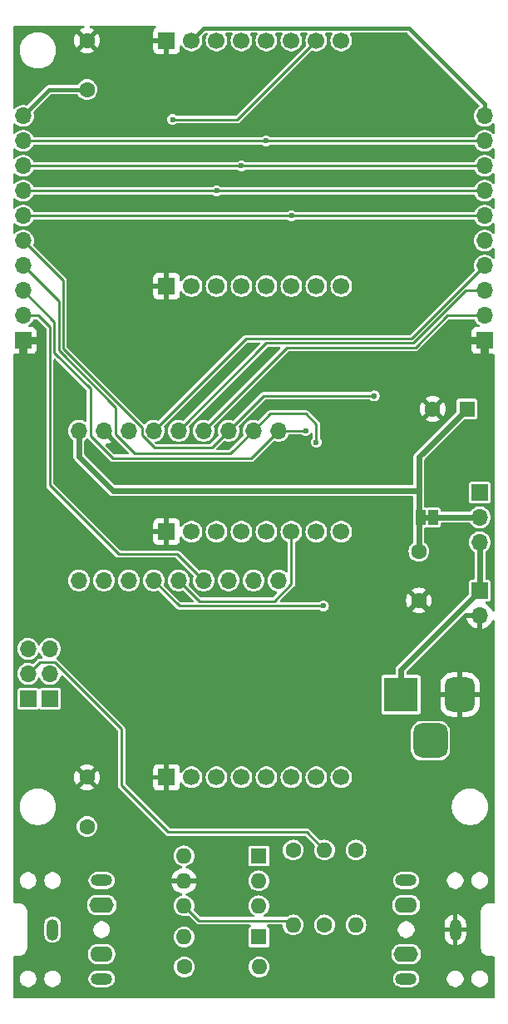
<source format=gbr>
%TF.GenerationSoftware,KiCad,Pcbnew,8.0.7*%
%TF.CreationDate,2025-07-29T21:18:19+01:00*%
%TF.ProjectId,ListeningPostDisplay,4c697374-656e-4696-9e67-506f73744469,rev?*%
%TF.SameCoordinates,Original*%
%TF.FileFunction,Copper,L2,Bot*%
%TF.FilePolarity,Positive*%
%FSLAX46Y46*%
G04 Gerber Fmt 4.6, Leading zero omitted, Abs format (unit mm)*
G04 Created by KiCad (PCBNEW 8.0.7) date 2025-07-29 21:18:19*
%MOMM*%
%LPD*%
G01*
G04 APERTURE LIST*
G04 Aperture macros list*
%AMRoundRect*
0 Rectangle with rounded corners*
0 $1 Rounding radius*
0 $2 $3 $4 $5 $6 $7 $8 $9 X,Y pos of 4 corners*
0 Add a 4 corners polygon primitive as box body*
4,1,4,$2,$3,$4,$5,$6,$7,$8,$9,$2,$3,0*
0 Add four circle primitives for the rounded corners*
1,1,$1+$1,$2,$3*
1,1,$1+$1,$4,$5*
1,1,$1+$1,$6,$7*
1,1,$1+$1,$8,$9*
0 Add four rect primitives between the rounded corners*
20,1,$1+$1,$2,$3,$4,$5,0*
20,1,$1+$1,$4,$5,$6,$7,0*
20,1,$1+$1,$6,$7,$8,$9,0*
20,1,$1+$1,$8,$9,$2,$3,0*%
G04 Aperture macros list end*
%TA.AperFunction,EtchedComponent*%
%ADD10C,0.000000*%
%TD*%
%TA.AperFunction,SMDPad,CuDef*%
%ADD11R,1.000000X1.500000*%
%TD*%
%TA.AperFunction,ComponentPad*%
%ADD12R,1.700000X1.700000*%
%TD*%
%TA.AperFunction,ComponentPad*%
%ADD13O,1.700000X1.700000*%
%TD*%
%TA.AperFunction,ComponentPad*%
%ADD14R,3.500000X3.500000*%
%TD*%
%TA.AperFunction,ComponentPad*%
%ADD15RoundRect,0.750000X0.750000X1.000000X-0.750000X1.000000X-0.750000X-1.000000X0.750000X-1.000000X0*%
%TD*%
%TA.AperFunction,ComponentPad*%
%ADD16RoundRect,0.875000X0.875000X0.875000X-0.875000X0.875000X-0.875000X-0.875000X0.875000X-0.875000X0*%
%TD*%
%TA.AperFunction,ComponentPad*%
%ADD17C,1.600000*%
%TD*%
%TA.AperFunction,ComponentPad*%
%ADD18R,1.600000X1.600000*%
%TD*%
%TA.AperFunction,ComponentPad*%
%ADD19C,1.700000*%
%TD*%
%TA.AperFunction,ComponentPad*%
%ADD20O,1.600000X1.600000*%
%TD*%
%TA.AperFunction,ComponentPad*%
%ADD21O,2.200000X1.200000*%
%TD*%
%TA.AperFunction,ComponentPad*%
%ADD22O,2.300000X1.600000*%
%TD*%
%TA.AperFunction,ComponentPad*%
%ADD23O,1.200000X2.200000*%
%TD*%
%TA.AperFunction,ComponentPad*%
%ADD24O,2.500000X1.600000*%
%TD*%
%TA.AperFunction,ViaPad*%
%ADD25C,0.600000*%
%TD*%
%TA.AperFunction,Conductor*%
%ADD26C,0.600000*%
%TD*%
%TA.AperFunction,Conductor*%
%ADD27C,0.250000*%
%TD*%
%TA.AperFunction,Conductor*%
%ADD28C,0.400000*%
%TD*%
G04 APERTURE END LIST*
D10*
%TA.AperFunction,EtchedComponent*%
%TO.C,J7*%
G36*
X92850000Y-100850000D02*
G01*
X92350000Y-100850000D01*
X92350000Y-100250000D01*
X92850000Y-100250000D01*
X92850000Y-100850000D01*
G37*
%TD.AperFunction*%
%TD*%
D11*
%TO.P,J7,1,Pin_1*%
%TO.N,+5V*%
X91950000Y-100550000D03*
%TO.P,J7,2,Pin_2*%
%TO.N,Net-(J5-Pin_2)*%
X93250000Y-100550000D03*
%TD*%
D12*
%TO.P,J5,1,Pin_1*%
%TO.N,unconnected-(J5-Pin_1-Pad1)*%
X98000000Y-98000000D03*
D13*
%TO.P,J5,2,Pin_2*%
%TO.N,Net-(J5-Pin_2)*%
X98000000Y-100540000D03*
%TO.P,J5,3,Pin_3*%
%TO.N,Net-(J4-Pin_1)*%
X98000000Y-103080000D03*
%TD*%
D12*
%TO.P,J4,1,Pin_1*%
%TO.N,Net-(J4-Pin_1)*%
X98000000Y-108000000D03*
D13*
%TO.P,J4,2,Pin_2*%
%TO.N,GND*%
X98000000Y-110540000D03*
%TD*%
D14*
%TO.P,J3,1*%
%TO.N,Net-(J4-Pin_1)*%
X89975000Y-118575000D03*
D15*
%TO.P,J3,2*%
%TO.N,GND*%
X95975000Y-118575000D03*
D16*
%TO.P,J3,3*%
%TO.N,N/C*%
X92975000Y-123275000D03*
%TD*%
D17*
%TO.P,C4,1*%
%TO.N,+5V*%
X91800000Y-104000000D03*
%TO.P,C4,2*%
%TO.N,GND*%
X91800000Y-109000000D03*
%TD*%
D18*
%TO.P,C3,1*%
%TO.N,+5V*%
X96700000Y-89500000D03*
D17*
%TO.P,C3,2*%
%TO.N,GND*%
X93200000Y-89500000D03*
%TD*%
D12*
%TO.P,U2,1,GND*%
%TO.N,GND*%
X66110000Y-77000000D03*
D19*
%TO.P,U2,2,VCC*%
%TO.N,+3V3*%
X68650000Y-77000000D03*
%TO.P,U2,3,SCL*%
%TO.N,Net-(J1-Pin_7)*%
X71190000Y-77000000D03*
%TO.P,U2,4,SDA*%
%TO.N,Net-(J1-Pin_8)*%
X73730000Y-77000000D03*
%TO.P,U2,5,RES*%
%TO.N,Net-(J1-Pin_9)*%
X76270000Y-77000000D03*
%TO.P,U2,6,DC*%
%TO.N,Net-(J1-Pin_6)*%
X78810000Y-77000000D03*
%TO.P,U2,7,CS*%
%TO.N,/CS2*%
X81350000Y-77000000D03*
%TO.P,U2,8,BLK*%
%TO.N,unconnected-(U2-BLK-Pad8)*%
X83890000Y-77000000D03*
%TD*%
D12*
%TO.P,U4,1,GND*%
%TO.N,GND*%
X66110000Y-127000000D03*
D19*
%TO.P,U4,2,VCC*%
%TO.N,+3V3*%
X68650000Y-127000000D03*
%TO.P,U4,3,SCL*%
%TO.N,Net-(J1-Pin_7)*%
X71190000Y-127000000D03*
%TO.P,U4,4,SDA*%
%TO.N,Net-(J1-Pin_8)*%
X73730000Y-127000000D03*
%TO.P,U4,5,RES*%
%TO.N,Net-(J1-Pin_9)*%
X76270000Y-127000000D03*
%TO.P,U4,6,DC*%
%TO.N,Net-(J1-Pin_6)*%
X78810000Y-127000000D03*
%TO.P,U4,7,CS*%
%TO.N,/CS4*%
X81350000Y-127000000D03*
%TO.P,U4,8,BLK*%
%TO.N,unconnected-(U4-BLK-Pad8)*%
X83890000Y-127000000D03*
%TD*%
D12*
%TO.P,U3,1,GND*%
%TO.N,GND*%
X66110000Y-102000000D03*
D19*
%TO.P,U3,2,VCC*%
%TO.N,+3V3*%
X68650000Y-102000000D03*
%TO.P,U3,3,SCL*%
%TO.N,Net-(J1-Pin_7)*%
X71190000Y-102000000D03*
%TO.P,U3,4,SDA*%
%TO.N,Net-(J1-Pin_8)*%
X73730000Y-102000000D03*
%TO.P,U3,5,RES*%
%TO.N,Net-(J1-Pin_9)*%
X76270000Y-102000000D03*
%TO.P,U3,6,DC*%
%TO.N,Net-(J1-Pin_6)*%
X78810000Y-102000000D03*
%TO.P,U3,7,CS*%
%TO.N,/CS3*%
X81350000Y-102000000D03*
%TO.P,U3,8,BLK*%
%TO.N,unconnected-(U3-BLK-Pad8)*%
X83890000Y-102000000D03*
%TD*%
D12*
%TO.P,U1,1,GND*%
%TO.N,GND*%
X66110000Y-52000000D03*
D19*
%TO.P,U1,2,VCC*%
%TO.N,+3V3*%
X68650000Y-52000000D03*
%TO.P,U1,3,SCL*%
%TO.N,Net-(J1-Pin_7)*%
X71190000Y-52000000D03*
%TO.P,U1,4,SDA*%
%TO.N,Net-(J1-Pin_8)*%
X73730000Y-52000000D03*
%TO.P,U1,5,RES*%
%TO.N,Net-(J1-Pin_9)*%
X76270000Y-52000000D03*
%TO.P,U1,6,DC*%
%TO.N,Net-(J1-Pin_6)*%
X78810000Y-52000000D03*
%TO.P,U1,7,CS*%
%TO.N,/CS1*%
X81350000Y-52000000D03*
%TO.P,U1,8,BLK*%
%TO.N,unconnected-(U1-BLK-Pad8)*%
X83890000Y-52000000D03*
%TD*%
D12*
%TO.P,J6,1,Pin_1*%
%TO.N,unconnected-(J6-Pin_1-Pad1)*%
X52000000Y-119000000D03*
D13*
%TO.P,J6,2,Pin_2*%
%TO.N,Net-(J6-Pin_2)*%
X52000000Y-116460000D03*
%TO.P,J6,3,Pin_3*%
%TO.N,/TX*%
X52000000Y-113920000D03*
%TD*%
D17*
%TO.P,C8,1*%
%TO.N,+3V3*%
X58000000Y-132000000D03*
%TO.P,C8,2*%
%TO.N,GND*%
X58000000Y-127000000D03*
%TD*%
%TO.P,R4,1*%
%TO.N,+3V3*%
X79000000Y-134400000D03*
D20*
%TO.P,R4,2*%
%TO.N,Net-(J10-Pin_2)*%
X79000000Y-142020000D03*
%TD*%
D12*
%TO.P,J10,1,Pin_1*%
%TO.N,unconnected-(J10-Pin_1-Pad1)*%
X54250000Y-119000000D03*
D13*
%TO.P,J10,2,Pin_2*%
%TO.N,Net-(J10-Pin_2)*%
X54250000Y-116460000D03*
%TO.P,J10,3,Pin_3*%
%TO.N,/RX*%
X54250000Y-113920000D03*
%TD*%
D18*
%TO.P,D1,1,K*%
%TO.N,Net-(D1-K)*%
X75510000Y-143250000D03*
D20*
%TO.P,D1,2,A*%
%TO.N,Net-(D1-A)*%
X67890000Y-143250000D03*
%TD*%
D17*
%TO.P,R3,1*%
%TO.N,Net-(J9-PadT)*%
X82200000Y-142020000D03*
D20*
%TO.P,R3,2*%
%TO.N,Net-(J6-Pin_2)*%
X82200000Y-134400000D03*
%TD*%
D13*
%TO.P,U5,1,+5V*%
%TO.N,+5V*%
X57185000Y-91725000D03*
%TO.P,U5,2,GND*%
%TO.N,GND*%
X59725000Y-91725000D03*
%TO.P,U5,3,+3V3*%
%TO.N,+3V3*%
X62265000Y-91725000D03*
%TO.P,U5,4,4*%
%TO.N,/CS7*%
X64805000Y-91725000D03*
%TO.P,U5,5,5*%
%TO.N,/CS6*%
X67345000Y-91725000D03*
%TO.P,U5,6,6*%
%TO.N,/CS5*%
X69885000Y-91725000D03*
%TO.P,U5,7,7*%
%TO.N,/CS4*%
X72425000Y-91725000D03*
%TO.P,U5,8,8*%
%TO.N,/CS3*%
X74965000Y-91725000D03*
%TO.P,U5,9,9*%
%TO.N,/CS2*%
X77505000Y-91725000D03*
%TO.P,U5,10,10*%
%TO.N,Net-(J1-Pin_9)*%
X77505000Y-106965000D03*
%TO.P,U5,11,11*%
%TO.N,Net-(J1-Pin_8)*%
X74965000Y-106965000D03*
%TO.P,U5,12,12*%
%TO.N,Net-(J1-Pin_7)*%
X72425000Y-106945000D03*
%TO.P,U5,13,13*%
%TO.N,/CS1*%
X69885000Y-106965000D03*
%TO.P,U5,14,14*%
%TO.N,Net-(J1-Pin_6)*%
X67345000Y-106965000D03*
%TO.P,U5,15,15*%
%TO.N,/CS8*%
X64805000Y-106965000D03*
%TO.P,U5,16,16*%
%TO.N,unconnected-(U5-Pad16)*%
X62265000Y-106965000D03*
%TO.P,U5,17,17/RX*%
%TO.N,/RX*%
X59725000Y-106965000D03*
%TO.P,U5,18,18/TX*%
%TO.N,/TX*%
X57185000Y-106965000D03*
%TD*%
D12*
%TO.P,J1,1,Pin_1*%
%TO.N,GND*%
X51500000Y-82540000D03*
D13*
%TO.P,J1,2,Pin_2*%
%TO.N,/CS1*%
X51500000Y-80000000D03*
%TO.P,J1,3,Pin_3*%
%TO.N,/CS2*%
X51500000Y-77460000D03*
%TO.P,J1,4,Pin_4*%
%TO.N,/CS3*%
X51500000Y-74920000D03*
%TO.P,J1,5,Pin_5*%
%TO.N,/CS4*%
X51500000Y-72380000D03*
%TO.P,J1,6,Pin_6*%
%TO.N,Net-(J1-Pin_6)*%
X51500000Y-69840000D03*
%TO.P,J1,7,Pin_7*%
%TO.N,Net-(J1-Pin_7)*%
X51500000Y-67300000D03*
%TO.P,J1,8,Pin_8*%
%TO.N,Net-(J1-Pin_8)*%
X51500000Y-64760000D03*
%TO.P,J1,9,Pin_9*%
%TO.N,Net-(J1-Pin_9)*%
X51500000Y-62220000D03*
%TO.P,J1,10,Pin_10*%
%TO.N,+3V3*%
X51500000Y-59680000D03*
%TD*%
D17*
%TO.P,C5,1*%
%TO.N,+3V3*%
X58000000Y-57000000D03*
%TO.P,C5,2*%
%TO.N,GND*%
X58000000Y-52000000D03*
%TD*%
D12*
%TO.P,J2,1,Pin_1*%
%TO.N,GND*%
X98500000Y-82540000D03*
D13*
%TO.P,J2,2,Pin_2*%
%TO.N,/CS5*%
X98500000Y-80000000D03*
%TO.P,J2,3,Pin_3*%
%TO.N,/CS6*%
X98500000Y-77460000D03*
%TO.P,J2,4,Pin_4*%
%TO.N,/CS7*%
X98500000Y-74920000D03*
%TO.P,J2,5,Pin_5*%
%TO.N,/CS8*%
X98500000Y-72380000D03*
%TO.P,J2,6,Pin_6*%
%TO.N,Net-(J1-Pin_6)*%
X98500000Y-69840000D03*
%TO.P,J2,7,Pin_7*%
%TO.N,Net-(J1-Pin_7)*%
X98500000Y-67300000D03*
%TO.P,J2,8,Pin_8*%
%TO.N,Net-(J1-Pin_8)*%
X98500000Y-64760000D03*
%TO.P,J2,9,Pin_9*%
%TO.N,Net-(J1-Pin_9)*%
X98500000Y-62220000D03*
%TO.P,J2,10,Pin_10*%
%TO.N,+3V3*%
X98500000Y-59680000D03*
%TD*%
D17*
%TO.P,R2,1*%
%TO.N,Net-(J9-PadR)*%
X85400000Y-134400000D03*
D20*
%TO.P,R2,2*%
%TO.N,+3V3*%
X85400000Y-142020000D03*
%TD*%
D17*
%TO.P,R1,1*%
%TO.N,Net-(J8-PadR)*%
X67915000Y-146300000D03*
D20*
%TO.P,R1,2*%
%TO.N,Net-(D1-K)*%
X75535000Y-146300000D03*
%TD*%
D21*
%TO.P,J9,R*%
%TO.N,Net-(J9-PadR)*%
X90500000Y-137500000D03*
D22*
%TO.P,J9,RN*%
%TO.N,unconnected-(J9-PadRN)*%
X90500000Y-140000000D03*
D23*
%TO.P,J9,S*%
%TO.N,GND*%
X95500000Y-142500000D03*
D21*
%TO.P,J9,T*%
%TO.N,Net-(J9-PadT)*%
X90500000Y-147500000D03*
D24*
%TO.P,J9,TN*%
%TO.N,unconnected-(J9-PadTN)*%
X90500000Y-145000000D03*
%TD*%
D21*
%TO.P,J8,R*%
%TO.N,Net-(J8-PadR)*%
X59500000Y-147500000D03*
D22*
%TO.P,J8,RN*%
%TO.N,unconnected-(J8-PadRN)*%
X59500000Y-145000000D03*
D23*
%TO.P,J8,S*%
%TO.N,unconnected-(J8-PadS)*%
X54500000Y-142500000D03*
D21*
%TO.P,J8,T*%
%TO.N,Net-(D1-A)*%
X59500000Y-137500000D03*
D24*
%TO.P,J8,TN*%
%TO.N,unconnected-(J8-PadTN)*%
X59500000Y-140000000D03*
%TD*%
D18*
%TO.P,U6,1*%
%TO.N,Net-(D1-K)*%
X75500000Y-135000000D03*
D20*
%TO.P,U6,2*%
%TO.N,Net-(D1-A)*%
X75500000Y-137540000D03*
%TO.P,U6,3*%
%TO.N,unconnected-(U6-Pad3)*%
X75500000Y-140080000D03*
%TO.P,U6,4*%
%TO.N,Net-(J10-Pin_2)*%
X67880000Y-140080000D03*
%TO.P,U6,5*%
%TO.N,GND*%
X67880000Y-137540000D03*
%TO.P,U6,6*%
%TO.N,+3V3*%
X67880000Y-135000000D03*
%TD*%
D25*
%TO.N,/CS3*%
X81350000Y-92900000D03*
%TO.N,/CS4*%
X87250000Y-88175000D03*
%TO.N,GND*%
X95325000Y-60375000D03*
X57375000Y-111600000D03*
X69950000Y-54125000D03*
X84525000Y-147725000D03*
X80175000Y-94125000D03*
X80025000Y-80350000D03*
X65000000Y-134175000D03*
X62275000Y-66050000D03*
X72450000Y-98925000D03*
X81275000Y-71475000D03*
X74975000Y-99000000D03*
X83575000Y-98850000D03*
X64450000Y-60475000D03*
X69900000Y-111925000D03*
X70025000Y-124025000D03*
X74850000Y-71600000D03*
X77425000Y-71650000D03*
X77625000Y-129850000D03*
X95275000Y-68375000D03*
X77575000Y-80325000D03*
X72575000Y-111875000D03*
X89550000Y-123800000D03*
X54425000Y-60600000D03*
X83600000Y-84950000D03*
X60000000Y-68750000D03*
X57175000Y-78550000D03*
X83475000Y-91950000D03*
X96700000Y-58175000D03*
X80975000Y-123875000D03*
X95200000Y-63425000D03*
X89625000Y-109675000D03*
X63525000Y-143175000D03*
X53375000Y-93825000D03*
X87650000Y-144200000D03*
X81125000Y-60475000D03*
X90350000Y-52500000D03*
X66100000Y-130075000D03*
X81050000Y-55250000D03*
X95275000Y-66075000D03*
X89650000Y-80325000D03*
X83500000Y-80450000D03*
X77650000Y-111850000D03*
X59175000Y-134825000D03*
X64425000Y-63400000D03*
X79250000Y-139350000D03*
X84325000Y-137275000D03*
X74925000Y-123950000D03*
X89725000Y-84875000D03*
X69725000Y-83775000D03*
X89825000Y-93475000D03*
X71150000Y-134900000D03*
X73050000Y-140325000D03*
X52900000Y-134975000D03*
X77550000Y-123950000D03*
X60375000Y-84925000D03*
X77500000Y-98950000D03*
X58200000Y-120575000D03*
X66650000Y-68725000D03*
X77500000Y-53925000D03*
X72525000Y-123975000D03*
X69825000Y-71650000D03*
X61550000Y-130025000D03*
X72450000Y-71600000D03*
X77600000Y-86475000D03*
X54475000Y-68650000D03*
X58250000Y-116575000D03*
X80025000Y-84950000D03*
X54375000Y-122150000D03*
X71625000Y-143625000D03*
X66100000Y-97025000D03*
X54475000Y-66075000D03*
X66400000Y-111875000D03*
X74925000Y-54025000D03*
X95125000Y-74650000D03*
X77425000Y-57900000D03*
X54425000Y-63425000D03*
X66300000Y-124025000D03*
X75100000Y-80300000D03*
X72400000Y-54000000D03*
X51575000Y-97575000D03*
X75050000Y-111850000D03*
X81225000Y-111775000D03*
X72475000Y-80300000D03*
X69900000Y-98850000D03*
X77400000Y-60300000D03*
X66700000Y-83775000D03*
X66625000Y-71700000D03*
X54375000Y-71850000D03*
X71100000Y-130950000D03*
X95225000Y-71000000D03*
%TO.N,Net-(J1-Pin_7)*%
X71200000Y-67300000D03*
%TO.N,/CS2*%
X80275000Y-91700000D03*
%TO.N,/CS1*%
X66725000Y-60050000D03*
%TO.N,Net-(J1-Pin_6)*%
X78825000Y-69840000D03*
%TO.N,Net-(J1-Pin_8)*%
X73725000Y-64750000D03*
%TO.N,/CS8*%
X82075000Y-109550000D03*
%TO.N,Net-(J1-Pin_9)*%
X76250000Y-62220000D03*
%TD*%
D26*
%TO.N,Net-(J5-Pin_2)*%
X93260000Y-100540000D02*
X93250000Y-100550000D01*
X98000000Y-100540000D02*
X93260000Y-100540000D01*
%TO.N,+5V*%
X91800000Y-100475000D02*
X91800000Y-104000000D01*
X91800000Y-94400000D02*
X91800000Y-100475000D01*
X88400000Y-97825000D02*
X60650000Y-97825000D01*
X88400000Y-97825000D02*
X91700000Y-97825000D01*
X57185000Y-94360000D02*
X57185000Y-91725000D01*
X60650000Y-97825000D02*
X57185000Y-94360000D01*
X96700000Y-89500000D02*
X91800000Y-94400000D01*
%TO.N,Net-(J4-Pin_1)*%
X98000000Y-103080000D02*
X98000000Y-108000000D01*
X89975000Y-116025000D02*
X98000000Y-108000000D01*
X89975000Y-118575000D02*
X89975000Y-116025000D01*
D27*
%TO.N,/CS2*%
X54675000Y-83750000D02*
X54675000Y-80635000D01*
X54675000Y-80635000D02*
X51500000Y-77460000D01*
X58360000Y-92211701D02*
X58360000Y-87435000D01*
X58360000Y-87435000D02*
X54675000Y-83750000D01*
X60654848Y-94506549D02*
X58360000Y-92211701D01*
X74723451Y-94506549D02*
X60654848Y-94506549D01*
X77505000Y-91725000D02*
X74723451Y-94506549D01*
%TO.N,/CS3*%
X55125000Y-83559695D02*
X55125000Y-78545000D01*
X60900000Y-89334695D02*
X55125000Y-83559695D01*
X62900000Y-94056549D02*
X60900000Y-92056549D01*
X72633451Y-94056549D02*
X62900000Y-94056549D01*
X60900000Y-92056549D02*
X60900000Y-89334695D01*
X74965000Y-91725000D02*
X72633451Y-94056549D01*
X55125000Y-78545000D02*
X51500000Y-74920000D01*
%TO.N,/CS4*%
X55575000Y-76455000D02*
X51500000Y-72380000D01*
X55575000Y-83373299D02*
X55575000Y-76455000D01*
X63600000Y-91398299D02*
X55575000Y-83373299D01*
X63600000Y-92181701D02*
X63600000Y-91398299D01*
X64868299Y-93450000D02*
X63600000Y-92181701D01*
X70700000Y-93450000D02*
X64868299Y-93450000D01*
X72425000Y-91725000D02*
X70700000Y-93450000D01*
X75987500Y-88162500D02*
X82050000Y-88162500D01*
X82050000Y-88162500D02*
X87062500Y-88162500D01*
X87062500Y-88162500D02*
X87250000Y-88350000D01*
D28*
%TO.N,+3V3*%
X68650000Y-52000000D02*
X69900000Y-50750000D01*
X98500000Y-58475000D02*
X98500000Y-59680000D01*
X69900000Y-50750000D02*
X90775000Y-50750000D01*
X90775000Y-50750000D02*
X98500000Y-58475000D01*
X54180000Y-57000000D02*
X51500000Y-59680000D01*
X54180000Y-57000000D02*
X58000000Y-57000000D01*
D27*
%TO.N,/CS4*%
X72425000Y-91725000D02*
X75987500Y-88162500D01*
%TO.N,Net-(J1-Pin_7)*%
X51500000Y-67300000D02*
X71200000Y-67300000D01*
X71200000Y-67300000D02*
X98500000Y-67300000D01*
%TO.N,/CS2*%
X80250000Y-91725000D02*
X80275000Y-91700000D01*
X77505000Y-91725000D02*
X80250000Y-91725000D01*
%TO.N,/CS1*%
X54225000Y-97250000D02*
X54225000Y-81150000D01*
X66725000Y-60050000D02*
X73300000Y-60050000D01*
X69885000Y-106965000D02*
X67195000Y-104275000D01*
X53075000Y-80000000D02*
X51500000Y-80000000D01*
X67195000Y-104275000D02*
X61250000Y-104275000D01*
X54225000Y-81150000D02*
X53075000Y-80000000D01*
X61250000Y-104275000D02*
X54225000Y-97250000D01*
X73300000Y-60050000D02*
X81350000Y-52000000D01*
%TO.N,Net-(J1-Pin_6)*%
X77056701Y-109075000D02*
X78810000Y-107321701D01*
X78825000Y-69840000D02*
X98500000Y-69840000D01*
X51500000Y-69840000D02*
X78825000Y-69840000D01*
X69455000Y-109075000D02*
X77056701Y-109075000D01*
X67345000Y-106965000D02*
X69455000Y-109075000D01*
X78810000Y-107321701D02*
X78810000Y-102000000D01*
%TO.N,Net-(J1-Pin_8)*%
X73735000Y-64760000D02*
X98500000Y-64760000D01*
X51500000Y-64760000D02*
X73715000Y-64760000D01*
X73725000Y-64750000D02*
X73735000Y-64760000D01*
%TO.N,/CS3*%
X74965000Y-91725000D02*
X76690000Y-90000000D01*
X76690000Y-90000000D02*
X80275000Y-90000000D01*
X81350000Y-91075000D02*
X81350000Y-92900000D01*
X80275000Y-90000000D02*
X81350000Y-91075000D01*
%TO.N,/CS7*%
X74180000Y-82350000D02*
X64805000Y-91725000D01*
X91070000Y-82350000D02*
X74180000Y-82350000D01*
X98500000Y-74920000D02*
X91070000Y-82350000D01*
%TO.N,/CS5*%
X69885000Y-91725000D02*
X78360000Y-83250000D01*
X91442792Y-83250000D02*
X94692792Y-80000000D01*
X94692792Y-80000000D02*
X98500000Y-80000000D01*
X78360000Y-83250000D02*
X91442792Y-83250000D01*
%TO.N,/CS6*%
X98500000Y-77460000D02*
X96596396Y-77460000D01*
X91256396Y-82800000D02*
X76270000Y-82800000D01*
X96596396Y-77460000D02*
X91256396Y-82800000D01*
X76270000Y-82800000D02*
X67345000Y-91725000D01*
%TO.N,/CS8*%
X82075000Y-109550000D02*
X67390000Y-109550000D01*
X67390000Y-109550000D02*
X64805000Y-106965000D01*
%TO.N,Net-(J6-Pin_2)*%
X61525000Y-127825000D02*
X66287500Y-132587500D01*
X66287500Y-132587500D02*
X80387500Y-132587500D01*
X61525000Y-122073299D02*
X61525000Y-127825000D01*
X53175000Y-115285000D02*
X54736701Y-115285000D01*
X80387500Y-132587500D02*
X82200000Y-134400000D01*
X54736701Y-115285000D02*
X61525000Y-122073299D01*
X52000000Y-116460000D02*
X53175000Y-115285000D01*
%TO.N,Net-(J10-Pin_2)*%
X69400000Y-141600000D02*
X78580000Y-141600000D01*
X67880000Y-140080000D02*
X69400000Y-141600000D01*
X78580000Y-141600000D02*
X79000000Y-142020000D01*
%TO.N,Net-(J1-Pin_9)*%
X76250000Y-62220000D02*
X98500000Y-62220000D01*
X51500000Y-62220000D02*
X76250000Y-62220000D01*
%TD*%
%TA.AperFunction,Conductor*%
%TO.N,GND*%
G36*
X52935140Y-80395185D02*
G01*
X52955782Y-80411819D01*
X53813181Y-81269218D01*
X53846666Y-81330541D01*
X53849500Y-81356899D01*
X53849500Y-97299435D01*
X53875090Y-97394938D01*
X53887856Y-97417049D01*
X53924526Y-97480563D01*
X60949525Y-104505562D01*
X61019438Y-104575475D01*
X61105062Y-104624910D01*
X61152811Y-104637705D01*
X61152812Y-104637705D01*
X61162903Y-104640408D01*
X61200564Y-104650500D01*
X61200565Y-104650500D01*
X66988101Y-104650500D01*
X67055140Y-104670185D01*
X67075782Y-104686819D01*
X68825289Y-106436326D01*
X68858774Y-106497649D01*
X68854331Y-106559765D01*
X68855986Y-106560236D01*
X68798603Y-106761915D01*
X68798602Y-106761917D01*
X68779785Y-106964999D01*
X68779785Y-106965000D01*
X68798602Y-107168082D01*
X68854417Y-107364247D01*
X68854422Y-107364260D01*
X68945327Y-107546821D01*
X69068237Y-107709581D01*
X69218958Y-107846980D01*
X69218960Y-107846982D01*
X69318141Y-107908392D01*
X69392363Y-107954348D01*
X69582544Y-108028024D01*
X69783024Y-108065500D01*
X69783026Y-108065500D01*
X69986974Y-108065500D01*
X69986976Y-108065500D01*
X70187456Y-108028024D01*
X70377637Y-107954348D01*
X70551041Y-107846981D01*
X70701764Y-107709579D01*
X70824673Y-107546821D01*
X70915582Y-107364250D01*
X70971397Y-107168083D01*
X70990215Y-106965000D01*
X70988362Y-106944999D01*
X71319785Y-106944999D01*
X71319785Y-106945000D01*
X71338602Y-107148082D01*
X71394417Y-107344247D01*
X71394422Y-107344260D01*
X71485327Y-107526821D01*
X71608237Y-107689581D01*
X71758958Y-107826980D01*
X71758960Y-107826982D01*
X71828216Y-107869863D01*
X71932363Y-107934348D01*
X72122544Y-108008024D01*
X72323024Y-108045500D01*
X72323026Y-108045500D01*
X72526974Y-108045500D01*
X72526976Y-108045500D01*
X72727456Y-108008024D01*
X72917637Y-107934348D01*
X73091041Y-107826981D01*
X73241764Y-107689579D01*
X73364673Y-107526821D01*
X73455582Y-107344250D01*
X73511397Y-107148083D01*
X73528362Y-106964999D01*
X73859785Y-106964999D01*
X73859785Y-106965000D01*
X73878602Y-107168082D01*
X73934417Y-107364247D01*
X73934422Y-107364260D01*
X74025327Y-107546821D01*
X74148237Y-107709581D01*
X74298958Y-107846980D01*
X74298960Y-107846982D01*
X74398141Y-107908392D01*
X74472363Y-107954348D01*
X74662544Y-108028024D01*
X74863024Y-108065500D01*
X74863026Y-108065500D01*
X75066974Y-108065500D01*
X75066976Y-108065500D01*
X75267456Y-108028024D01*
X75457637Y-107954348D01*
X75631041Y-107846981D01*
X75781764Y-107709579D01*
X75904673Y-107546821D01*
X75995582Y-107364250D01*
X76051397Y-107168083D01*
X76070215Y-106965000D01*
X76051397Y-106761917D01*
X75995582Y-106565750D01*
X75992836Y-106560236D01*
X75931137Y-106436326D01*
X75904673Y-106383179D01*
X75781764Y-106220421D01*
X75781762Y-106220418D01*
X75631041Y-106083019D01*
X75631039Y-106083017D01*
X75457642Y-105975655D01*
X75457635Y-105975651D01*
X75357552Y-105936879D01*
X75267456Y-105901976D01*
X75066976Y-105864500D01*
X74863024Y-105864500D01*
X74662544Y-105901976D01*
X74662541Y-105901976D01*
X74662541Y-105901977D01*
X74472364Y-105975651D01*
X74472357Y-105975655D01*
X74298960Y-106083017D01*
X74298958Y-106083019D01*
X74148237Y-106220418D01*
X74025327Y-106383178D01*
X73934422Y-106565739D01*
X73934417Y-106565752D01*
X73878602Y-106761917D01*
X73859785Y-106964999D01*
X73528362Y-106964999D01*
X73530215Y-106945000D01*
X73527345Y-106914032D01*
X73511397Y-106741917D01*
X73461273Y-106565752D01*
X73455582Y-106545750D01*
X73364673Y-106363179D01*
X73241764Y-106200421D01*
X73241762Y-106200418D01*
X73091041Y-106063019D01*
X73091039Y-106063017D01*
X72917642Y-105955655D01*
X72917635Y-105955651D01*
X72799872Y-105910030D01*
X72727456Y-105881976D01*
X72526976Y-105844500D01*
X72323024Y-105844500D01*
X72122544Y-105881976D01*
X72122541Y-105881976D01*
X72122541Y-105881977D01*
X71932364Y-105955651D01*
X71932357Y-105955655D01*
X71758960Y-106063017D01*
X71758958Y-106063019D01*
X71608237Y-106200418D01*
X71485327Y-106363178D01*
X71394422Y-106545739D01*
X71394417Y-106545752D01*
X71338602Y-106741917D01*
X71319785Y-106944999D01*
X70988362Y-106944999D01*
X70971397Y-106761917D01*
X70915582Y-106565750D01*
X70912836Y-106560236D01*
X70851137Y-106436326D01*
X70824673Y-106383179D01*
X70701764Y-106220421D01*
X70701762Y-106220418D01*
X70551041Y-106083019D01*
X70551039Y-106083017D01*
X70377642Y-105975655D01*
X70377635Y-105975651D01*
X70277552Y-105936879D01*
X70187456Y-105901976D01*
X69986976Y-105864500D01*
X69783024Y-105864500D01*
X69696801Y-105880617D01*
X69582536Y-105901977D01*
X69492443Y-105936879D01*
X69422820Y-105942740D01*
X69361080Y-105910030D01*
X69359970Y-105908933D01*
X67425563Y-103974526D01*
X67425562Y-103974525D01*
X67339938Y-103925090D01*
X67292186Y-103912295D01*
X67292184Y-103912294D01*
X67292182Y-103912293D01*
X67244436Y-103899500D01*
X67244435Y-103899500D01*
X61456899Y-103899500D01*
X61389860Y-103879815D01*
X61369218Y-103863181D01*
X58608192Y-101102155D01*
X64760000Y-101102155D01*
X64760000Y-101750000D01*
X65676988Y-101750000D01*
X65644075Y-101807007D01*
X65610000Y-101934174D01*
X65610000Y-102065826D01*
X65644075Y-102192993D01*
X65676988Y-102250000D01*
X64760000Y-102250000D01*
X64760000Y-102897844D01*
X64766401Y-102957372D01*
X64766403Y-102957379D01*
X64816645Y-103092086D01*
X64816649Y-103092093D01*
X64902809Y-103207187D01*
X64902812Y-103207190D01*
X65017906Y-103293350D01*
X65017913Y-103293354D01*
X65152620Y-103343596D01*
X65152627Y-103343598D01*
X65212155Y-103349999D01*
X65212172Y-103350000D01*
X65860000Y-103350000D01*
X65860000Y-102433012D01*
X65917007Y-102465925D01*
X66044174Y-102500000D01*
X66175826Y-102500000D01*
X66302993Y-102465925D01*
X66360000Y-102433012D01*
X66360000Y-103350000D01*
X67007828Y-103350000D01*
X67007844Y-103349999D01*
X67067372Y-103343598D01*
X67067379Y-103343596D01*
X67202086Y-103293354D01*
X67202093Y-103293350D01*
X67317187Y-103207190D01*
X67317190Y-103207187D01*
X67403350Y-103092093D01*
X67403354Y-103092086D01*
X67453596Y-102957379D01*
X67453598Y-102957372D01*
X67459999Y-102897844D01*
X67460000Y-102897827D01*
X67460000Y-102606312D01*
X67479685Y-102539273D01*
X67532489Y-102493518D01*
X67601647Y-102483574D01*
X67665203Y-102512599D01*
X67695000Y-102551041D01*
X67710325Y-102581819D01*
X67833237Y-102744581D01*
X67983958Y-102881980D01*
X67983960Y-102881982D01*
X68083141Y-102943392D01*
X68157363Y-102989348D01*
X68347544Y-103063024D01*
X68548024Y-103100500D01*
X68548026Y-103100500D01*
X68751974Y-103100500D01*
X68751976Y-103100500D01*
X68952456Y-103063024D01*
X69142637Y-102989348D01*
X69316041Y-102881981D01*
X69466764Y-102744579D01*
X69589673Y-102581821D01*
X69680582Y-102399250D01*
X69736397Y-102203083D01*
X69755215Y-102000000D01*
X69755215Y-101999999D01*
X70084785Y-101999999D01*
X70084785Y-102000000D01*
X70103602Y-102203082D01*
X70159417Y-102399247D01*
X70159422Y-102399260D01*
X70250327Y-102581821D01*
X70373237Y-102744581D01*
X70523958Y-102881980D01*
X70523960Y-102881982D01*
X70623141Y-102943392D01*
X70697363Y-102989348D01*
X70887544Y-103063024D01*
X71088024Y-103100500D01*
X71088026Y-103100500D01*
X71291974Y-103100500D01*
X71291976Y-103100500D01*
X71492456Y-103063024D01*
X71682637Y-102989348D01*
X71856041Y-102881981D01*
X72006764Y-102744579D01*
X72129673Y-102581821D01*
X72220582Y-102399250D01*
X72276397Y-102203083D01*
X72295215Y-102000000D01*
X72295215Y-101999999D01*
X72624785Y-101999999D01*
X72624785Y-102000000D01*
X72643602Y-102203082D01*
X72699417Y-102399247D01*
X72699422Y-102399260D01*
X72790327Y-102581821D01*
X72913237Y-102744581D01*
X73063958Y-102881980D01*
X73063960Y-102881982D01*
X73163141Y-102943392D01*
X73237363Y-102989348D01*
X73427544Y-103063024D01*
X73628024Y-103100500D01*
X73628026Y-103100500D01*
X73831974Y-103100500D01*
X73831976Y-103100500D01*
X74032456Y-103063024D01*
X74222637Y-102989348D01*
X74396041Y-102881981D01*
X74546764Y-102744579D01*
X74669673Y-102581821D01*
X74760582Y-102399250D01*
X74816397Y-102203083D01*
X74835215Y-102000000D01*
X74835215Y-101999999D01*
X75164785Y-101999999D01*
X75164785Y-102000000D01*
X75183602Y-102203082D01*
X75239417Y-102399247D01*
X75239422Y-102399260D01*
X75330327Y-102581821D01*
X75453237Y-102744581D01*
X75603958Y-102881980D01*
X75603960Y-102881982D01*
X75703141Y-102943392D01*
X75777363Y-102989348D01*
X75967544Y-103063024D01*
X76168024Y-103100500D01*
X76168026Y-103100500D01*
X76371974Y-103100500D01*
X76371976Y-103100500D01*
X76572456Y-103063024D01*
X76762637Y-102989348D01*
X76936041Y-102881981D01*
X77086764Y-102744579D01*
X77209673Y-102581821D01*
X77300582Y-102399250D01*
X77356397Y-102203083D01*
X77375215Y-102000000D01*
X77373315Y-101979500D01*
X77356397Y-101796917D01*
X77343048Y-101750000D01*
X77300582Y-101600750D01*
X77300159Y-101599901D01*
X77248269Y-101495691D01*
X77209673Y-101418179D01*
X77086764Y-101255421D01*
X77086762Y-101255418D01*
X76936041Y-101118019D01*
X76936039Y-101118017D01*
X76762642Y-101010655D01*
X76762635Y-101010651D01*
X76667546Y-100973814D01*
X76572456Y-100936976D01*
X76371976Y-100899500D01*
X76168024Y-100899500D01*
X75967544Y-100936976D01*
X75967541Y-100936976D01*
X75967541Y-100936977D01*
X75777364Y-101010651D01*
X75777357Y-101010655D01*
X75603960Y-101118017D01*
X75603958Y-101118019D01*
X75453237Y-101255418D01*
X75330327Y-101418178D01*
X75239422Y-101600739D01*
X75239417Y-101600752D01*
X75183602Y-101796917D01*
X75164785Y-101999999D01*
X74835215Y-101999999D01*
X74833315Y-101979500D01*
X74816397Y-101796917D01*
X74803048Y-101750000D01*
X74760582Y-101600750D01*
X74760159Y-101599901D01*
X74708269Y-101495691D01*
X74669673Y-101418179D01*
X74546764Y-101255421D01*
X74546762Y-101255418D01*
X74396041Y-101118019D01*
X74396039Y-101118017D01*
X74222642Y-101010655D01*
X74222635Y-101010651D01*
X74127546Y-100973814D01*
X74032456Y-100936976D01*
X73831976Y-100899500D01*
X73628024Y-100899500D01*
X73427544Y-100936976D01*
X73427541Y-100936976D01*
X73427541Y-100936977D01*
X73237364Y-101010651D01*
X73237357Y-101010655D01*
X73063960Y-101118017D01*
X73063958Y-101118019D01*
X72913237Y-101255418D01*
X72790327Y-101418178D01*
X72699422Y-101600739D01*
X72699417Y-101600752D01*
X72643602Y-101796917D01*
X72624785Y-101999999D01*
X72295215Y-101999999D01*
X72293315Y-101979500D01*
X72276397Y-101796917D01*
X72263048Y-101750000D01*
X72220582Y-101600750D01*
X72220159Y-101599901D01*
X72168269Y-101495691D01*
X72129673Y-101418179D01*
X72006764Y-101255421D01*
X72006762Y-101255418D01*
X71856041Y-101118019D01*
X71856039Y-101118017D01*
X71682642Y-101010655D01*
X71682635Y-101010651D01*
X71587546Y-100973814D01*
X71492456Y-100936976D01*
X71291976Y-100899500D01*
X71088024Y-100899500D01*
X70887544Y-100936976D01*
X70887541Y-100936976D01*
X70887541Y-100936977D01*
X70697364Y-101010651D01*
X70697357Y-101010655D01*
X70523960Y-101118017D01*
X70523958Y-101118019D01*
X70373237Y-101255418D01*
X70250327Y-101418178D01*
X70159422Y-101600739D01*
X70159417Y-101600752D01*
X70103602Y-101796917D01*
X70084785Y-101999999D01*
X69755215Y-101999999D01*
X69753315Y-101979500D01*
X69736397Y-101796917D01*
X69723048Y-101750000D01*
X69680582Y-101600750D01*
X69680159Y-101599901D01*
X69628269Y-101495691D01*
X69589673Y-101418179D01*
X69466764Y-101255421D01*
X69466762Y-101255418D01*
X69316041Y-101118019D01*
X69316039Y-101118017D01*
X69142642Y-101010655D01*
X69142635Y-101010651D01*
X69047546Y-100973814D01*
X68952456Y-100936976D01*
X68751976Y-100899500D01*
X68548024Y-100899500D01*
X68347544Y-100936976D01*
X68347541Y-100936976D01*
X68347541Y-100936977D01*
X68157364Y-101010651D01*
X68157357Y-101010655D01*
X67983960Y-101118017D01*
X67983958Y-101118019D01*
X67833237Y-101255418D01*
X67710328Y-101418176D01*
X67695000Y-101448960D01*
X67647496Y-101500196D01*
X67579833Y-101517617D01*
X67513493Y-101495691D01*
X67469538Y-101441379D01*
X67460000Y-101393687D01*
X67460000Y-101102172D01*
X67459999Y-101102155D01*
X67453598Y-101042627D01*
X67453596Y-101042620D01*
X67403354Y-100907913D01*
X67403350Y-100907906D01*
X67317190Y-100792812D01*
X67317187Y-100792809D01*
X67202093Y-100706649D01*
X67202086Y-100706645D01*
X67067379Y-100656403D01*
X67067372Y-100656401D01*
X67007844Y-100650000D01*
X66360000Y-100650000D01*
X66360000Y-101566988D01*
X66302993Y-101534075D01*
X66175826Y-101500000D01*
X66044174Y-101500000D01*
X65917007Y-101534075D01*
X65860000Y-101566988D01*
X65860000Y-100650000D01*
X65212155Y-100650000D01*
X65152627Y-100656401D01*
X65152620Y-100656403D01*
X65017913Y-100706645D01*
X65017906Y-100706649D01*
X64902812Y-100792809D01*
X64902809Y-100792812D01*
X64816649Y-100907906D01*
X64816645Y-100907913D01*
X64766403Y-101042620D01*
X64766401Y-101042627D01*
X64760000Y-101102155D01*
X58608192Y-101102155D01*
X54636819Y-97130782D01*
X54603334Y-97069459D01*
X54600500Y-97043101D01*
X54600500Y-84505899D01*
X54620185Y-84438860D01*
X54672989Y-84393105D01*
X54742147Y-84383161D01*
X54805703Y-84412186D01*
X54812181Y-84418218D01*
X57948181Y-87554218D01*
X57981666Y-87615541D01*
X57984500Y-87641899D01*
X57984500Y-90703030D01*
X57964815Y-90770069D01*
X57912011Y-90815824D01*
X57842853Y-90825768D01*
X57795223Y-90808457D01*
X57677642Y-90735655D01*
X57677635Y-90735651D01*
X57505414Y-90668933D01*
X57487456Y-90661976D01*
X57286976Y-90624500D01*
X57083024Y-90624500D01*
X56882544Y-90661976D01*
X56882541Y-90661976D01*
X56882541Y-90661977D01*
X56692364Y-90735651D01*
X56692357Y-90735655D01*
X56518960Y-90843017D01*
X56518958Y-90843019D01*
X56368237Y-90980418D01*
X56245327Y-91143178D01*
X56154422Y-91325739D01*
X56154417Y-91325752D01*
X56098602Y-91521917D01*
X56079785Y-91724999D01*
X56079785Y-91725000D01*
X56098602Y-91928082D01*
X56154417Y-92124247D01*
X56154422Y-92124260D01*
X56222579Y-92261137D01*
X56245327Y-92306821D01*
X56368236Y-92469579D01*
X56518959Y-92606981D01*
X56575778Y-92642161D01*
X56622412Y-92694187D01*
X56634500Y-92747587D01*
X56634500Y-94287526D01*
X56634500Y-94432474D01*
X56672016Y-94572485D01*
X56744490Y-94698015D01*
X60311985Y-98265510D01*
X60437515Y-98337984D01*
X60577525Y-98375500D01*
X60577526Y-98375500D01*
X60722474Y-98375500D01*
X88327525Y-98375500D01*
X91125500Y-98375500D01*
X91192539Y-98395185D01*
X91238294Y-98447989D01*
X91249500Y-98499500D01*
X91249500Y-99611566D01*
X91229815Y-99678605D01*
X91228603Y-99680456D01*
X91214033Y-99702261D01*
X91199500Y-99775323D01*
X91199500Y-101324678D01*
X91214032Y-101397735D01*
X91214034Y-101397739D01*
X91214034Y-101397740D01*
X91228601Y-101419542D01*
X91249480Y-101486217D01*
X91249500Y-101488432D01*
X91249500Y-103034163D01*
X91229815Y-103101202D01*
X91204165Y-103130016D01*
X91053590Y-103253589D01*
X90922317Y-103413547D01*
X90824769Y-103596043D01*
X90764699Y-103794067D01*
X90744417Y-104000000D01*
X90764699Y-104205932D01*
X90764700Y-104205934D01*
X90824768Y-104403954D01*
X90922315Y-104586450D01*
X90922317Y-104586452D01*
X91053589Y-104746410D01*
X91150209Y-104825702D01*
X91213550Y-104877685D01*
X91396046Y-104975232D01*
X91594066Y-105035300D01*
X91594065Y-105035300D01*
X91612529Y-105037118D01*
X91800000Y-105055583D01*
X92005934Y-105035300D01*
X92203954Y-104975232D01*
X92386450Y-104877685D01*
X92546410Y-104746410D01*
X92677685Y-104586450D01*
X92775232Y-104403954D01*
X92835300Y-104205934D01*
X92855583Y-104000000D01*
X92835300Y-103794066D01*
X92775232Y-103596046D01*
X92677685Y-103413550D01*
X92546410Y-103253590D01*
X92546409Y-103253589D01*
X92395835Y-103130016D01*
X92356501Y-103072271D01*
X92350500Y-103034163D01*
X92350500Y-101674500D01*
X92370185Y-101607461D01*
X92422989Y-101561706D01*
X92468679Y-101551766D01*
X92468614Y-101551097D01*
X92474354Y-101550531D01*
X92474500Y-101550500D01*
X92474676Y-101550500D01*
X92474677Y-101550499D01*
X92499029Y-101545655D01*
X92547732Y-101535968D01*
X92547733Y-101535967D01*
X92547740Y-101535966D01*
X92547745Y-101535962D01*
X92552539Y-101533977D01*
X92622008Y-101526504D01*
X92647461Y-101533977D01*
X92652256Y-101535963D01*
X92652260Y-101535966D01*
X92652264Y-101535966D01*
X92652267Y-101535968D01*
X92725321Y-101550499D01*
X92725324Y-101550500D01*
X92725326Y-101550500D01*
X93774676Y-101550500D01*
X93774677Y-101550499D01*
X93847740Y-101535966D01*
X93930601Y-101480601D01*
X93985966Y-101397740D01*
X94000500Y-101324674D01*
X94000500Y-101214500D01*
X94020185Y-101147461D01*
X94072989Y-101101706D01*
X94124500Y-101090500D01*
X96974930Y-101090500D01*
X97041969Y-101110185D01*
X97073883Y-101139772D01*
X97113848Y-101192694D01*
X97183237Y-101284581D01*
X97333958Y-101421980D01*
X97333960Y-101421982D01*
X97380534Y-101450819D01*
X97507363Y-101529348D01*
X97697544Y-101603024D01*
X97898024Y-101640500D01*
X97898026Y-101640500D01*
X98101974Y-101640500D01*
X98101976Y-101640500D01*
X98302456Y-101603024D01*
X98492637Y-101529348D01*
X98666041Y-101421981D01*
X98816764Y-101284579D01*
X98939673Y-101121821D01*
X99030582Y-100939250D01*
X99086397Y-100743083D01*
X99105215Y-100540000D01*
X99086397Y-100336917D01*
X99030582Y-100140750D01*
X98939673Y-99958179D01*
X98816764Y-99795421D01*
X98816762Y-99795418D01*
X98666041Y-99658019D01*
X98666039Y-99658017D01*
X98492642Y-99550655D01*
X98492635Y-99550651D01*
X98302546Y-99477011D01*
X98302456Y-99476976D01*
X98101976Y-99439500D01*
X97898024Y-99439500D01*
X97697544Y-99476976D01*
X97697541Y-99476976D01*
X97697541Y-99476977D01*
X97507364Y-99550651D01*
X97507357Y-99550655D01*
X97333960Y-99658017D01*
X97333958Y-99658019D01*
X97183237Y-99795418D01*
X97073884Y-99940227D01*
X97017775Y-99981863D01*
X96974930Y-99989500D01*
X94124500Y-99989500D01*
X94057461Y-99969815D01*
X94011706Y-99917011D01*
X94000500Y-99865500D01*
X94000500Y-99775323D01*
X94000499Y-99775321D01*
X93985967Y-99702264D01*
X93985966Y-99702260D01*
X93971397Y-99680456D01*
X93930601Y-99619399D01*
X93847740Y-99564034D01*
X93847739Y-99564033D01*
X93847735Y-99564032D01*
X93774677Y-99549500D01*
X93774674Y-99549500D01*
X92725326Y-99549500D01*
X92725324Y-99549500D01*
X92652259Y-99564033D01*
X92647452Y-99566025D01*
X92577983Y-99573494D01*
X92552548Y-99566025D01*
X92547740Y-99564033D01*
X92474676Y-99549500D01*
X92474674Y-99549500D01*
X92474500Y-99549500D01*
X92474410Y-99549473D01*
X92468614Y-99548903D01*
X92468722Y-99547803D01*
X92407461Y-99529815D01*
X92361706Y-99477011D01*
X92350500Y-99425500D01*
X92350500Y-97125321D01*
X96899500Y-97125321D01*
X96899500Y-98874678D01*
X96914032Y-98947735D01*
X96914033Y-98947739D01*
X96914034Y-98947740D01*
X96969399Y-99030601D01*
X97052260Y-99085966D01*
X97052264Y-99085967D01*
X97125321Y-99100499D01*
X97125324Y-99100500D01*
X97125326Y-99100500D01*
X98874676Y-99100500D01*
X98874677Y-99100499D01*
X98947740Y-99085966D01*
X99030601Y-99030601D01*
X99085966Y-98947740D01*
X99100500Y-98874674D01*
X99100500Y-97125326D01*
X99100500Y-97125323D01*
X99100499Y-97125321D01*
X99085967Y-97052264D01*
X99085966Y-97052260D01*
X99079846Y-97043101D01*
X99030601Y-96969399D01*
X98947740Y-96914034D01*
X98947739Y-96914033D01*
X98947735Y-96914032D01*
X98874677Y-96899500D01*
X98874674Y-96899500D01*
X97125326Y-96899500D01*
X97125323Y-96899500D01*
X97052264Y-96914032D01*
X97052260Y-96914033D01*
X96969399Y-96969399D01*
X96914033Y-97052260D01*
X96914032Y-97052264D01*
X96899500Y-97125321D01*
X92350500Y-97125321D01*
X92350500Y-94679387D01*
X92370185Y-94612348D01*
X92386819Y-94591706D01*
X96391706Y-90586819D01*
X96453029Y-90553334D01*
X96479387Y-90550500D01*
X97524676Y-90550500D01*
X97524677Y-90550499D01*
X97597740Y-90535966D01*
X97680601Y-90480601D01*
X97735966Y-90397740D01*
X97750500Y-90324674D01*
X97750500Y-88675326D01*
X97750500Y-88675323D01*
X97750499Y-88675321D01*
X97735967Y-88602264D01*
X97735966Y-88602260D01*
X97680601Y-88519399D01*
X97597740Y-88464034D01*
X97597739Y-88464033D01*
X97597735Y-88464032D01*
X97524677Y-88449500D01*
X97524674Y-88449500D01*
X95875326Y-88449500D01*
X95875323Y-88449500D01*
X95802264Y-88464032D01*
X95802260Y-88464033D01*
X95719399Y-88519399D01*
X95664033Y-88602260D01*
X95664032Y-88602264D01*
X95649500Y-88675321D01*
X95649500Y-89720613D01*
X95629815Y-89787652D01*
X95613181Y-89808294D01*
X91359491Y-94061983D01*
X91359489Y-94061985D01*
X91330981Y-94111364D01*
X91310110Y-94147515D01*
X91287016Y-94187515D01*
X91249500Y-94327525D01*
X91249500Y-94327527D01*
X91249500Y-97150500D01*
X91229815Y-97217539D01*
X91177011Y-97263294D01*
X91125500Y-97274500D01*
X60929387Y-97274500D01*
X60862348Y-97254815D01*
X60841706Y-97238181D01*
X57771819Y-94168294D01*
X57738334Y-94106971D01*
X57735500Y-94080613D01*
X57735500Y-92747587D01*
X57755185Y-92680548D01*
X57794220Y-92642162D01*
X57851041Y-92606981D01*
X57958772Y-92508770D01*
X58021574Y-92478155D01*
X58090961Y-92486352D01*
X58129989Y-92512728D01*
X59261992Y-93644730D01*
X60354373Y-94737111D01*
X60424286Y-94807024D01*
X60509907Y-94856457D01*
X60509910Y-94856459D01*
X60557659Y-94869254D01*
X60557660Y-94869254D01*
X60567751Y-94871957D01*
X60605412Y-94882049D01*
X60605413Y-94882049D01*
X60605414Y-94882049D01*
X74772886Y-94882049D01*
X74772887Y-94882049D01*
X74820637Y-94869254D01*
X74868389Y-94856459D01*
X74954013Y-94807024D01*
X75023926Y-94737111D01*
X76979972Y-92781063D01*
X77041293Y-92747580D01*
X77110984Y-92752564D01*
X77112444Y-92753119D01*
X77202544Y-92788024D01*
X77403024Y-92825500D01*
X77403026Y-92825500D01*
X77606974Y-92825500D01*
X77606976Y-92825500D01*
X77807456Y-92788024D01*
X77997637Y-92714348D01*
X78171041Y-92606981D01*
X78321764Y-92469579D01*
X78444673Y-92306821D01*
X78513186Y-92169226D01*
X78560687Y-92117992D01*
X78624185Y-92100500D01*
X79850554Y-92100500D01*
X79917593Y-92120185D01*
X79926040Y-92126124D01*
X79931518Y-92130327D01*
X79997375Y-92180861D01*
X80131291Y-92236330D01*
X80254545Y-92252557D01*
X80274999Y-92255250D01*
X80275000Y-92255250D01*
X80275001Y-92255250D01*
X80295455Y-92252557D01*
X80418709Y-92236330D01*
X80552625Y-92180861D01*
X80667621Y-92092621D01*
X80752125Y-91982492D01*
X80808552Y-91941292D01*
X80878298Y-91937137D01*
X80939219Y-91971350D01*
X80971971Y-92033067D01*
X80974500Y-92057981D01*
X80974500Y-92442974D01*
X80954815Y-92510013D01*
X80948882Y-92518452D01*
X80905235Y-92575333D01*
X80869137Y-92622377D01*
X80813671Y-92756287D01*
X80813670Y-92756291D01*
X80794750Y-92900000D01*
X80809581Y-93012654D01*
X80813670Y-93043708D01*
X80813671Y-93043712D01*
X80869137Y-93177622D01*
X80869138Y-93177624D01*
X80869139Y-93177625D01*
X80957379Y-93292621D01*
X81072375Y-93380861D01*
X81206291Y-93436330D01*
X81333280Y-93453048D01*
X81349999Y-93455250D01*
X81350000Y-93455250D01*
X81350001Y-93455250D01*
X81364977Y-93453278D01*
X81493709Y-93436330D01*
X81627625Y-93380861D01*
X81742621Y-93292621D01*
X81830861Y-93177625D01*
X81886330Y-93043709D01*
X81905250Y-92900000D01*
X81886330Y-92756291D01*
X81830861Y-92622375D01*
X81751123Y-92518459D01*
X81725930Y-92453291D01*
X81725500Y-92442974D01*
X81725500Y-91025563D01*
X81724760Y-91022803D01*
X81724759Y-91022799D01*
X81699911Y-90930063D01*
X81650475Y-90844438D01*
X80505563Y-89699526D01*
X80505562Y-89699525D01*
X80419938Y-89650090D01*
X80364252Y-89635169D01*
X80364250Y-89635168D01*
X80364248Y-89635167D01*
X80324436Y-89624500D01*
X80324435Y-89624500D01*
X76739436Y-89624500D01*
X76640564Y-89624500D01*
X76640563Y-89624500D01*
X76600746Y-89635169D01*
X76600745Y-89635168D01*
X76545066Y-89650088D01*
X76545059Y-89650091D01*
X76459436Y-89699526D01*
X76459437Y-89699526D01*
X75490028Y-90668933D01*
X75428705Y-90702418D01*
X75359013Y-90697434D01*
X75357554Y-90696879D01*
X75267461Y-90661977D01*
X75267456Y-90661976D01*
X75066976Y-90624500D01*
X74863024Y-90624500D01*
X74662544Y-90661976D01*
X74662541Y-90661976D01*
X74662541Y-90661977D01*
X74472364Y-90735651D01*
X74472357Y-90735655D01*
X74298960Y-90843017D01*
X74298958Y-90843019D01*
X74148237Y-90980418D01*
X74025327Y-91143178D01*
X73934422Y-91325739D01*
X73934417Y-91325752D01*
X73878602Y-91521917D01*
X73859785Y-91724999D01*
X73859785Y-91725000D01*
X73878602Y-91928082D01*
X73892699Y-91977625D01*
X73934417Y-92124247D01*
X73935987Y-92129763D01*
X73934003Y-92130327D01*
X73939098Y-92190816D01*
X73906390Y-92252557D01*
X73905290Y-92253671D01*
X72514233Y-93644730D01*
X72452910Y-93678215D01*
X72426552Y-93681049D01*
X71299350Y-93681049D01*
X71232311Y-93661364D01*
X71186556Y-93608560D01*
X71176612Y-93539402D01*
X71205637Y-93475846D01*
X71211669Y-93469368D01*
X71330338Y-93350698D01*
X71899972Y-92781063D01*
X71961293Y-92747580D01*
X72030984Y-92752564D01*
X72032444Y-92753119D01*
X72122544Y-92788024D01*
X72323024Y-92825500D01*
X72323026Y-92825500D01*
X72526974Y-92825500D01*
X72526976Y-92825500D01*
X72727456Y-92788024D01*
X72917637Y-92714348D01*
X73091041Y-92606981D01*
X73241764Y-92469579D01*
X73364673Y-92306821D01*
X73455582Y-92124250D01*
X73511397Y-91928083D01*
X73530215Y-91725000D01*
X73527898Y-91700000D01*
X73511397Y-91521917D01*
X73486875Y-91435731D01*
X73455582Y-91325750D01*
X73455581Y-91325748D01*
X73454013Y-91320237D01*
X73455994Y-91319673D01*
X73450902Y-91259174D01*
X73483614Y-91197435D01*
X73484627Y-91196408D01*
X75181040Y-89499997D01*
X91895034Y-89499997D01*
X91895034Y-89500002D01*
X91914858Y-89726599D01*
X91914860Y-89726610D01*
X91973730Y-89946317D01*
X91973735Y-89946331D01*
X92069863Y-90152478D01*
X92120974Y-90225472D01*
X92800000Y-89546446D01*
X92800000Y-89552661D01*
X92827259Y-89654394D01*
X92879920Y-89745606D01*
X92954394Y-89820080D01*
X93045606Y-89872741D01*
X93147339Y-89900000D01*
X93153553Y-89900000D01*
X92474526Y-90579025D01*
X92547513Y-90630132D01*
X92547521Y-90630136D01*
X92753668Y-90726264D01*
X92753682Y-90726269D01*
X92973389Y-90785139D01*
X92973400Y-90785141D01*
X93199998Y-90804966D01*
X93200002Y-90804966D01*
X93426599Y-90785141D01*
X93426610Y-90785139D01*
X93646317Y-90726269D01*
X93646331Y-90726264D01*
X93852478Y-90630136D01*
X93925471Y-90579024D01*
X93246447Y-89900000D01*
X93252661Y-89900000D01*
X93354394Y-89872741D01*
X93445606Y-89820080D01*
X93520080Y-89745606D01*
X93572741Y-89654394D01*
X93600000Y-89552661D01*
X93600000Y-89546447D01*
X94279024Y-90225471D01*
X94330136Y-90152478D01*
X94426264Y-89946331D01*
X94426269Y-89946317D01*
X94485139Y-89726610D01*
X94485141Y-89726599D01*
X94504966Y-89500002D01*
X94504966Y-89499997D01*
X94485141Y-89273400D01*
X94485139Y-89273389D01*
X94426269Y-89053682D01*
X94426264Y-89053668D01*
X94330136Y-88847521D01*
X94330132Y-88847513D01*
X94279025Y-88774526D01*
X93600000Y-89453551D01*
X93600000Y-89447339D01*
X93572741Y-89345606D01*
X93520080Y-89254394D01*
X93445606Y-89179920D01*
X93354394Y-89127259D01*
X93252661Y-89100000D01*
X93246445Y-89100000D01*
X93925472Y-88420974D01*
X93852478Y-88369863D01*
X93646331Y-88273735D01*
X93646317Y-88273730D01*
X93426610Y-88214860D01*
X93426599Y-88214858D01*
X93200002Y-88195034D01*
X93199998Y-88195034D01*
X92973400Y-88214858D01*
X92973389Y-88214860D01*
X92753682Y-88273730D01*
X92753673Y-88273734D01*
X92547516Y-88369866D01*
X92547512Y-88369868D01*
X92474526Y-88420973D01*
X92474526Y-88420974D01*
X93153553Y-89100000D01*
X93147339Y-89100000D01*
X93045606Y-89127259D01*
X92954394Y-89179920D01*
X92879920Y-89254394D01*
X92827259Y-89345606D01*
X92800000Y-89447339D01*
X92800000Y-89453552D01*
X92120974Y-88774526D01*
X92120973Y-88774526D01*
X92069868Y-88847512D01*
X92069866Y-88847516D01*
X91973734Y-89053673D01*
X91973730Y-89053682D01*
X91914860Y-89273389D01*
X91914858Y-89273400D01*
X91895034Y-89499997D01*
X75181040Y-89499997D01*
X76106719Y-88574319D01*
X76168042Y-88540834D01*
X76194400Y-88538000D01*
X82000565Y-88538000D01*
X86776684Y-88538000D01*
X86843723Y-88557685D01*
X86852171Y-88563624D01*
X86857377Y-88567619D01*
X86857379Y-88567621D01*
X86972375Y-88655861D01*
X86972376Y-88655861D01*
X86972377Y-88655862D01*
X87106288Y-88711329D01*
X87106294Y-88711331D01*
X87179595Y-88720980D01*
X87195511Y-88724146D01*
X87200563Y-88725500D01*
X87200564Y-88725500D01*
X87205794Y-88725500D01*
X87221980Y-88726561D01*
X87249999Y-88730250D01*
X87250000Y-88730250D01*
X87250001Y-88730250D01*
X87278020Y-88726561D01*
X87294206Y-88725500D01*
X87299433Y-88725500D01*
X87299436Y-88725500D01*
X87304485Y-88724146D01*
X87320388Y-88720982D01*
X87393709Y-88711330D01*
X87527625Y-88655861D01*
X87642621Y-88567621D01*
X87730861Y-88452625D01*
X87786330Y-88318709D01*
X87805250Y-88175000D01*
X87786330Y-88031291D01*
X87737297Y-87912913D01*
X87730862Y-87897377D01*
X87730861Y-87897376D01*
X87730861Y-87897375D01*
X87642621Y-87782379D01*
X87527625Y-87694139D01*
X87527624Y-87694138D01*
X87527622Y-87694137D01*
X87393712Y-87638671D01*
X87393710Y-87638670D01*
X87393709Y-87638670D01*
X87321854Y-87629210D01*
X87250001Y-87619750D01*
X87249999Y-87619750D01*
X87106291Y-87638670D01*
X87106287Y-87638671D01*
X86972376Y-87694138D01*
X86972373Y-87694139D01*
X86884752Y-87761375D01*
X86819583Y-87786570D01*
X86809265Y-87787000D01*
X75938064Y-87787000D01*
X75842563Y-87812589D01*
X75842560Y-87812590D01*
X75756940Y-87862022D01*
X75756935Y-87862026D01*
X72950028Y-90668933D01*
X72888705Y-90702418D01*
X72819013Y-90697434D01*
X72817554Y-90696879D01*
X72727461Y-90661977D01*
X72727456Y-90661976D01*
X72526976Y-90624500D01*
X72323024Y-90624500D01*
X72122544Y-90661976D01*
X72122541Y-90661976D01*
X72122541Y-90661977D01*
X71932364Y-90735651D01*
X71932357Y-90735655D01*
X71758960Y-90843017D01*
X71758958Y-90843019D01*
X71608237Y-90980418D01*
X71485327Y-91143178D01*
X71394422Y-91325739D01*
X71394417Y-91325752D01*
X71338602Y-91521917D01*
X71319785Y-91724999D01*
X71319785Y-91725000D01*
X71338602Y-91928082D01*
X71352699Y-91977625D01*
X71394417Y-92124247D01*
X71395987Y-92129763D01*
X71394003Y-92130327D01*
X71399098Y-92190816D01*
X71366390Y-92252557D01*
X71365290Y-92253671D01*
X70580782Y-93038181D01*
X70519459Y-93071666D01*
X70493101Y-93074500D01*
X65075199Y-93074500D01*
X65008160Y-93054815D01*
X64987518Y-93038181D01*
X64961991Y-93012654D01*
X64928506Y-92951331D01*
X64933490Y-92881639D01*
X64975362Y-92825706D01*
X65026883Y-92803085D01*
X65107456Y-92788024D01*
X65297637Y-92714348D01*
X65471041Y-92606981D01*
X65621764Y-92469579D01*
X65744673Y-92306821D01*
X65835582Y-92124250D01*
X65891397Y-91928083D01*
X65910215Y-91725000D01*
X65907898Y-91700000D01*
X65891397Y-91521917D01*
X65866875Y-91435731D01*
X65835582Y-91325750D01*
X65835581Y-91325748D01*
X65834013Y-91320237D01*
X65835994Y-91319673D01*
X65830902Y-91259174D01*
X65863614Y-91197435D01*
X65864630Y-91196405D01*
X74299218Y-82761819D01*
X74360541Y-82728334D01*
X74386899Y-82725500D01*
X75514101Y-82725500D01*
X75581140Y-82745185D01*
X75626895Y-82797989D01*
X75636839Y-82867147D01*
X75607814Y-82930703D01*
X75601782Y-82937181D01*
X67870028Y-90668933D01*
X67808705Y-90702418D01*
X67739013Y-90697434D01*
X67737554Y-90696879D01*
X67647461Y-90661977D01*
X67647456Y-90661976D01*
X67446976Y-90624500D01*
X67243024Y-90624500D01*
X67042544Y-90661976D01*
X67042541Y-90661976D01*
X67042541Y-90661977D01*
X66852364Y-90735651D01*
X66852357Y-90735655D01*
X66678960Y-90843017D01*
X66678958Y-90843019D01*
X66528237Y-90980418D01*
X66405327Y-91143178D01*
X66314422Y-91325739D01*
X66314417Y-91325752D01*
X66258602Y-91521917D01*
X66239785Y-91724999D01*
X66239785Y-91725000D01*
X66258602Y-91928082D01*
X66314417Y-92124247D01*
X66314422Y-92124260D01*
X66405327Y-92306821D01*
X66528237Y-92469581D01*
X66678958Y-92606980D01*
X66678960Y-92606982D01*
X66778141Y-92668392D01*
X66852363Y-92714348D01*
X67042544Y-92788024D01*
X67243024Y-92825500D01*
X67243026Y-92825500D01*
X67446974Y-92825500D01*
X67446976Y-92825500D01*
X67647456Y-92788024D01*
X67837637Y-92714348D01*
X68011041Y-92606981D01*
X68161764Y-92469579D01*
X68284673Y-92306821D01*
X68375582Y-92124250D01*
X68431397Y-91928083D01*
X68450215Y-91725000D01*
X68447898Y-91700000D01*
X68431397Y-91521917D01*
X68406875Y-91435731D01*
X68375582Y-91325750D01*
X68375581Y-91325748D01*
X68374013Y-91320237D01*
X68375994Y-91319673D01*
X68370902Y-91259174D01*
X68403614Y-91197435D01*
X68404630Y-91196405D01*
X76389218Y-83211819D01*
X76450541Y-83178334D01*
X76476899Y-83175500D01*
X77604101Y-83175500D01*
X77671140Y-83195185D01*
X77716895Y-83247989D01*
X77726839Y-83317147D01*
X77697814Y-83380703D01*
X77691782Y-83387181D01*
X70410028Y-90668933D01*
X70348705Y-90702418D01*
X70279013Y-90697434D01*
X70277554Y-90696879D01*
X70187461Y-90661977D01*
X70187456Y-90661976D01*
X69986976Y-90624500D01*
X69783024Y-90624500D01*
X69582544Y-90661976D01*
X69582541Y-90661976D01*
X69582541Y-90661977D01*
X69392364Y-90735651D01*
X69392357Y-90735655D01*
X69218960Y-90843017D01*
X69218958Y-90843019D01*
X69068237Y-90980418D01*
X68945327Y-91143178D01*
X68854422Y-91325739D01*
X68854417Y-91325752D01*
X68798602Y-91521917D01*
X68779785Y-91724999D01*
X68779785Y-91725000D01*
X68798602Y-91928082D01*
X68854417Y-92124247D01*
X68854422Y-92124260D01*
X68945327Y-92306821D01*
X69068237Y-92469581D01*
X69218958Y-92606980D01*
X69218960Y-92606982D01*
X69318141Y-92668392D01*
X69392363Y-92714348D01*
X69582544Y-92788024D01*
X69783024Y-92825500D01*
X69783026Y-92825500D01*
X69986974Y-92825500D01*
X69986976Y-92825500D01*
X70187456Y-92788024D01*
X70377637Y-92714348D01*
X70551041Y-92606981D01*
X70701764Y-92469579D01*
X70824673Y-92306821D01*
X70915582Y-92124250D01*
X70971397Y-91928083D01*
X70990215Y-91725000D01*
X70987898Y-91700000D01*
X70971397Y-91521917D01*
X70946875Y-91435731D01*
X70915582Y-91325750D01*
X70915581Y-91325748D01*
X70914013Y-91320237D01*
X70915994Y-91319673D01*
X70910902Y-91259174D01*
X70943614Y-91197435D01*
X70944630Y-91196405D01*
X78479218Y-83661819D01*
X78540541Y-83628334D01*
X78566899Y-83625500D01*
X91492226Y-83625500D01*
X91492228Y-83625500D01*
X91542660Y-83611986D01*
X91553318Y-83609131D01*
X91568488Y-83605065D01*
X91587730Y-83599910D01*
X91673354Y-83550475D01*
X91743267Y-83480562D01*
X91785985Y-83437844D01*
X97150000Y-83437844D01*
X97156401Y-83497372D01*
X97156403Y-83497379D01*
X97206645Y-83632086D01*
X97206649Y-83632093D01*
X97292809Y-83747187D01*
X97292812Y-83747190D01*
X97407906Y-83833350D01*
X97407913Y-83833354D01*
X97542620Y-83883596D01*
X97542627Y-83883598D01*
X97602155Y-83889999D01*
X97602172Y-83890000D01*
X98100000Y-83890000D01*
X98100000Y-82940000D01*
X97150000Y-82940000D01*
X97150000Y-83437844D01*
X91785985Y-83437844D01*
X94812010Y-80411819D01*
X94873333Y-80378334D01*
X94899691Y-80375500D01*
X97380815Y-80375500D01*
X97447854Y-80395185D01*
X97491813Y-80444225D01*
X97560327Y-80581821D01*
X97560329Y-80581823D01*
X97683237Y-80744581D01*
X97833958Y-80881980D01*
X97833960Y-80881982D01*
X97960889Y-80960573D01*
X98007525Y-81012601D01*
X98018629Y-81081583D01*
X97990676Y-81145617D01*
X97932541Y-81184373D01*
X97895612Y-81190000D01*
X97602155Y-81190000D01*
X97542627Y-81196401D01*
X97542620Y-81196403D01*
X97407913Y-81246645D01*
X97407906Y-81246649D01*
X97292812Y-81332809D01*
X97292809Y-81332812D01*
X97206649Y-81447906D01*
X97206645Y-81447913D01*
X97156403Y-81582620D01*
X97156401Y-81582627D01*
X97150000Y-81642155D01*
X97150000Y-82140000D01*
X98192894Y-82140000D01*
X98099901Y-82232993D01*
X98034075Y-82347007D01*
X98000000Y-82474174D01*
X98000000Y-82605826D01*
X98034075Y-82732993D01*
X98099901Y-82847007D01*
X98192993Y-82940099D01*
X98307007Y-83005925D01*
X98434174Y-83040000D01*
X98565826Y-83040000D01*
X98692993Y-83005925D01*
X98807007Y-82940099D01*
X98900000Y-82847106D01*
X98900000Y-83890000D01*
X99375500Y-83890000D01*
X99442539Y-83909685D01*
X99488294Y-83962489D01*
X99499500Y-84014000D01*
X99499500Y-110001988D01*
X99479815Y-110069027D01*
X99427011Y-110114782D01*
X99357853Y-110124726D01*
X99294297Y-110095701D01*
X99263118Y-110054393D01*
X99173600Y-109862422D01*
X99173599Y-109862420D01*
X99038113Y-109668926D01*
X99038108Y-109668920D01*
X98871082Y-109501894D01*
X98677578Y-109366399D01*
X98614277Y-109336882D01*
X98561838Y-109290710D01*
X98542686Y-109223516D01*
X98562902Y-109156635D01*
X98616067Y-109111300D01*
X98666682Y-109100500D01*
X98874676Y-109100500D01*
X98874677Y-109100499D01*
X98947740Y-109085966D01*
X99030601Y-109030601D01*
X99085966Y-108947740D01*
X99100500Y-108874674D01*
X99100500Y-107125326D01*
X99100500Y-107125323D01*
X99100499Y-107125321D01*
X99085967Y-107052264D01*
X99085966Y-107052260D01*
X99030601Y-106969399D01*
X98947740Y-106914034D01*
X98947739Y-106914033D01*
X98947735Y-106914032D01*
X98874677Y-106899500D01*
X98874674Y-106899500D01*
X98674500Y-106899500D01*
X98607461Y-106879815D01*
X98561706Y-106827011D01*
X98550500Y-106775500D01*
X98550500Y-104102587D01*
X98570185Y-104035548D01*
X98609220Y-103997162D01*
X98666041Y-103961981D01*
X98816764Y-103824579D01*
X98939673Y-103661821D01*
X99030582Y-103479250D01*
X99086397Y-103283083D01*
X99105215Y-103080000D01*
X99086397Y-102876917D01*
X99030582Y-102680750D01*
X98939673Y-102498179D01*
X98816764Y-102335421D01*
X98816762Y-102335418D01*
X98666041Y-102198019D01*
X98666039Y-102198017D01*
X98492642Y-102090655D01*
X98492635Y-102090651D01*
X98397546Y-102053814D01*
X98302456Y-102016976D01*
X98101976Y-101979500D01*
X97898024Y-101979500D01*
X97697544Y-102016976D01*
X97697541Y-102016976D01*
X97697541Y-102016977D01*
X97507364Y-102090651D01*
X97507357Y-102090655D01*
X97333960Y-102198017D01*
X97333958Y-102198019D01*
X97183237Y-102335418D01*
X97060327Y-102498178D01*
X96969422Y-102680739D01*
X96969417Y-102680752D01*
X96913602Y-102876917D01*
X96894785Y-103079999D01*
X96894785Y-103080000D01*
X96913602Y-103283082D01*
X96969417Y-103479247D01*
X96969422Y-103479260D01*
X97027575Y-103596046D01*
X97060327Y-103661821D01*
X97183236Y-103824579D01*
X97333959Y-103961981D01*
X97390778Y-103997161D01*
X97437412Y-104049187D01*
X97449500Y-104102587D01*
X97449500Y-106775500D01*
X97429815Y-106842539D01*
X97377011Y-106888294D01*
X97325500Y-106899500D01*
X97125323Y-106899500D01*
X97052264Y-106914032D01*
X97052260Y-106914033D01*
X96969399Y-106969399D01*
X96914033Y-107052260D01*
X96914032Y-107052264D01*
X96899500Y-107125321D01*
X96899500Y-108270613D01*
X96879815Y-108337652D01*
X96863181Y-108358294D01*
X89534491Y-115686983D01*
X89534485Y-115686991D01*
X89472177Y-115794912D01*
X89472178Y-115794912D01*
X89472177Y-115794916D01*
X89462016Y-115812515D01*
X89424500Y-115952525D01*
X89424500Y-115952527D01*
X89424500Y-116450500D01*
X89404815Y-116517539D01*
X89352011Y-116563294D01*
X89300500Y-116574500D01*
X88200323Y-116574500D01*
X88127264Y-116589032D01*
X88127260Y-116589033D01*
X88044399Y-116644399D01*
X87989033Y-116727260D01*
X87989032Y-116727264D01*
X87974500Y-116800321D01*
X87974500Y-120349678D01*
X87989032Y-120422735D01*
X87989033Y-120422739D01*
X87989034Y-120422740D01*
X88044399Y-120505601D01*
X88093547Y-120538440D01*
X88127260Y-120560966D01*
X88127264Y-120560967D01*
X88200321Y-120575499D01*
X88200324Y-120575500D01*
X88200326Y-120575500D01*
X91749676Y-120575500D01*
X91749677Y-120575499D01*
X91822740Y-120560966D01*
X91905601Y-120505601D01*
X91960966Y-120422740D01*
X91975500Y-120349674D01*
X91975500Y-117510803D01*
X93975000Y-117510803D01*
X93975000Y-118325000D01*
X95475000Y-118325000D01*
X95475000Y-118825000D01*
X93975001Y-118825000D01*
X93975001Y-119639197D01*
X93985400Y-119771332D01*
X94040377Y-119989519D01*
X94133428Y-120194374D01*
X94133431Y-120194380D01*
X94261559Y-120379323D01*
X94261569Y-120379335D01*
X94420664Y-120538430D01*
X94420676Y-120538440D01*
X94605619Y-120666568D01*
X94605625Y-120666571D01*
X94810480Y-120759622D01*
X95028667Y-120814599D01*
X95160810Y-120824999D01*
X95724999Y-120824999D01*
X95725000Y-120824998D01*
X95725000Y-120008012D01*
X95782007Y-120040925D01*
X95909174Y-120075000D01*
X96040826Y-120075000D01*
X96167993Y-120040925D01*
X96225000Y-120008012D01*
X96225000Y-120824999D01*
X96789182Y-120824999D01*
X96789197Y-120824998D01*
X96921332Y-120814599D01*
X97139519Y-120759622D01*
X97344374Y-120666571D01*
X97344380Y-120666568D01*
X97529323Y-120538440D01*
X97529335Y-120538430D01*
X97688430Y-120379335D01*
X97688440Y-120379323D01*
X97816568Y-120194380D01*
X97816571Y-120194374D01*
X97909622Y-119989519D01*
X97964599Y-119771332D01*
X97974999Y-119639196D01*
X97975000Y-119639184D01*
X97975000Y-118825000D01*
X96475000Y-118825000D01*
X96475000Y-118325000D01*
X97974999Y-118325000D01*
X97974999Y-117510817D01*
X97974998Y-117510802D01*
X97964599Y-117378667D01*
X97909622Y-117160480D01*
X97816571Y-116955625D01*
X97816568Y-116955619D01*
X97688440Y-116770676D01*
X97688430Y-116770664D01*
X97529335Y-116611569D01*
X97529323Y-116611559D01*
X97344380Y-116483431D01*
X97344374Y-116483428D01*
X97139519Y-116390377D01*
X96921332Y-116335400D01*
X96789196Y-116325000D01*
X96225000Y-116325000D01*
X96225000Y-117141988D01*
X96167993Y-117109075D01*
X96040826Y-117075000D01*
X95909174Y-117075000D01*
X95782007Y-117109075D01*
X95725000Y-117141988D01*
X95725000Y-116325000D01*
X95160817Y-116325000D01*
X95160802Y-116325001D01*
X95028667Y-116335400D01*
X94810480Y-116390377D01*
X94605625Y-116483428D01*
X94605619Y-116483431D01*
X94420676Y-116611559D01*
X94420664Y-116611569D01*
X94261569Y-116770664D01*
X94261559Y-116770676D01*
X94133431Y-116955619D01*
X94133428Y-116955625D01*
X94040377Y-117160480D01*
X93985400Y-117378667D01*
X93975000Y-117510803D01*
X91975500Y-117510803D01*
X91975500Y-116800326D01*
X91975500Y-116800323D01*
X91975499Y-116800321D01*
X91960967Y-116727264D01*
X91960966Y-116727260D01*
X91905601Y-116644399D01*
X91822740Y-116589034D01*
X91822739Y-116589033D01*
X91822735Y-116589032D01*
X91749677Y-116574500D01*
X91749674Y-116574500D01*
X90649500Y-116574500D01*
X90582461Y-116554815D01*
X90536706Y-116502011D01*
X90525500Y-116450500D01*
X90525500Y-116304386D01*
X90545185Y-116237347D01*
X90561814Y-116216710D01*
X96490870Y-110287654D01*
X96552189Y-110254172D01*
X96621881Y-110259156D01*
X96663598Y-110290000D01*
X97566988Y-110290000D01*
X97534075Y-110347007D01*
X97500000Y-110474174D01*
X97500000Y-110605826D01*
X97534075Y-110732993D01*
X97566988Y-110790000D01*
X96669364Y-110790000D01*
X96726567Y-111003486D01*
X96726570Y-111003492D01*
X96826399Y-111217578D01*
X96961894Y-111411082D01*
X97128917Y-111578105D01*
X97322421Y-111713600D01*
X97536507Y-111813429D01*
X97536516Y-111813433D01*
X97750000Y-111870634D01*
X97750000Y-110973012D01*
X97807007Y-111005925D01*
X97934174Y-111040000D01*
X98065826Y-111040000D01*
X98192993Y-111005925D01*
X98250000Y-110973012D01*
X98250000Y-111870633D01*
X98463483Y-111813433D01*
X98463492Y-111813429D01*
X98677578Y-111713600D01*
X98871082Y-111578105D01*
X99038105Y-111411082D01*
X99173600Y-111217578D01*
X99263118Y-111025606D01*
X99309290Y-110973167D01*
X99376484Y-110954015D01*
X99443365Y-110974231D01*
X99488699Y-111027396D01*
X99499500Y-111078011D01*
X99499500Y-139675500D01*
X99479815Y-139742539D01*
X99427011Y-139788294D01*
X99375500Y-139799500D01*
X98911306Y-139799500D01*
X98737341Y-139834103D01*
X98737332Y-139834106D01*
X98573459Y-139901983D01*
X98573446Y-139901990D01*
X98425965Y-140000535D01*
X98425961Y-140000538D01*
X98300538Y-140125961D01*
X98300535Y-140125965D01*
X98201990Y-140273446D01*
X98201983Y-140273459D01*
X98134106Y-140437332D01*
X98134103Y-140437341D01*
X98099500Y-140611304D01*
X98099500Y-144388695D01*
X98134103Y-144562658D01*
X98134106Y-144562667D01*
X98201983Y-144726540D01*
X98201990Y-144726553D01*
X98300535Y-144874034D01*
X98300538Y-144874038D01*
X98425961Y-144999461D01*
X98425965Y-144999464D01*
X98573446Y-145098009D01*
X98573459Y-145098016D01*
X98696363Y-145148923D01*
X98737334Y-145165894D01*
X98737336Y-145165894D01*
X98737341Y-145165896D01*
X98911304Y-145200499D01*
X98911307Y-145200500D01*
X98911309Y-145200500D01*
X98934108Y-145200500D01*
X99375500Y-145200500D01*
X99442539Y-145220185D01*
X99488294Y-145272989D01*
X99499500Y-145324500D01*
X99499500Y-149375500D01*
X99479815Y-149442539D01*
X99427011Y-149488294D01*
X99375500Y-149499500D01*
X50624500Y-149499500D01*
X50557461Y-149479815D01*
X50511706Y-149427011D01*
X50500500Y-149375500D01*
X50500500Y-147416228D01*
X51149500Y-147416228D01*
X51149500Y-147583771D01*
X51182182Y-147748074D01*
X51182184Y-147748082D01*
X51246295Y-147902860D01*
X51339373Y-148042162D01*
X51457837Y-148160626D01*
X51550494Y-148222537D01*
X51597137Y-148253703D01*
X51751918Y-148317816D01*
X51916228Y-148350499D01*
X51916232Y-148350500D01*
X51916233Y-148350500D01*
X52083768Y-148350500D01*
X52083769Y-148350499D01*
X52248082Y-148317816D01*
X52402863Y-148253703D01*
X52542162Y-148160626D01*
X52660626Y-148042162D01*
X52753703Y-147902863D01*
X52817816Y-147748082D01*
X52850500Y-147583767D01*
X52850500Y-147416233D01*
X52850499Y-147416228D01*
X53649500Y-147416228D01*
X53649500Y-147583771D01*
X53682182Y-147748074D01*
X53682184Y-147748082D01*
X53746295Y-147902860D01*
X53839373Y-148042162D01*
X53957837Y-148160626D01*
X54050494Y-148222537D01*
X54097137Y-148253703D01*
X54251918Y-148317816D01*
X54416228Y-148350499D01*
X54416232Y-148350500D01*
X54416233Y-148350500D01*
X54583768Y-148350500D01*
X54583769Y-148350499D01*
X54748082Y-148317816D01*
X54902863Y-148253703D01*
X55042162Y-148160626D01*
X55160626Y-148042162D01*
X55253703Y-147902863D01*
X55317816Y-147748082D01*
X55350500Y-147583767D01*
X55350500Y-147416233D01*
X55350499Y-147416228D01*
X58149500Y-147416228D01*
X58149500Y-147583771D01*
X58182182Y-147748074D01*
X58182184Y-147748082D01*
X58246295Y-147902860D01*
X58339373Y-148042162D01*
X58457837Y-148160626D01*
X58550494Y-148222537D01*
X58597137Y-148253703D01*
X58751918Y-148317816D01*
X58916228Y-148350499D01*
X58916232Y-148350500D01*
X58916233Y-148350500D01*
X60083768Y-148350500D01*
X60083769Y-148350499D01*
X60248082Y-148317816D01*
X60402863Y-148253703D01*
X60542162Y-148160626D01*
X60660626Y-148042162D01*
X60753703Y-147902863D01*
X60817816Y-147748082D01*
X60850500Y-147583767D01*
X60850500Y-147416233D01*
X60850499Y-147416228D01*
X89149500Y-147416228D01*
X89149500Y-147583771D01*
X89182182Y-147748074D01*
X89182184Y-147748082D01*
X89246295Y-147902860D01*
X89339373Y-148042162D01*
X89457837Y-148160626D01*
X89550494Y-148222537D01*
X89597137Y-148253703D01*
X89751918Y-148317816D01*
X89916228Y-148350499D01*
X89916232Y-148350500D01*
X89916233Y-148350500D01*
X91083768Y-148350500D01*
X91083769Y-148350499D01*
X91248082Y-148317816D01*
X91402863Y-148253703D01*
X91542162Y-148160626D01*
X91660626Y-148042162D01*
X91753703Y-147902863D01*
X91817816Y-147748082D01*
X91850500Y-147583767D01*
X91850500Y-147416233D01*
X91850499Y-147416228D01*
X94649500Y-147416228D01*
X94649500Y-147583771D01*
X94682182Y-147748074D01*
X94682184Y-147748082D01*
X94746295Y-147902860D01*
X94839373Y-148042162D01*
X94957837Y-148160626D01*
X95050494Y-148222537D01*
X95097137Y-148253703D01*
X95251918Y-148317816D01*
X95416228Y-148350499D01*
X95416232Y-148350500D01*
X95416233Y-148350500D01*
X95583768Y-148350500D01*
X95583769Y-148350499D01*
X95748082Y-148317816D01*
X95902863Y-148253703D01*
X96042162Y-148160626D01*
X96160626Y-148042162D01*
X96253703Y-147902863D01*
X96317816Y-147748082D01*
X96350500Y-147583767D01*
X96350500Y-147416233D01*
X96350499Y-147416228D01*
X97149500Y-147416228D01*
X97149500Y-147583771D01*
X97182182Y-147748074D01*
X97182184Y-147748082D01*
X97246295Y-147902860D01*
X97339373Y-148042162D01*
X97457837Y-148160626D01*
X97550494Y-148222537D01*
X97597137Y-148253703D01*
X97751918Y-148317816D01*
X97916228Y-148350499D01*
X97916232Y-148350500D01*
X97916233Y-148350500D01*
X98083768Y-148350500D01*
X98083769Y-148350499D01*
X98248082Y-148317816D01*
X98402863Y-148253703D01*
X98542162Y-148160626D01*
X98660626Y-148042162D01*
X98753703Y-147902863D01*
X98817816Y-147748082D01*
X98850500Y-147583767D01*
X98850500Y-147416233D01*
X98817816Y-147251918D01*
X98753703Y-147097137D01*
X98719808Y-147046410D01*
X98660626Y-146957837D01*
X98542162Y-146839373D01*
X98402860Y-146746295D01*
X98248082Y-146682184D01*
X98248074Y-146682182D01*
X98083771Y-146649500D01*
X98083767Y-146649500D01*
X97916233Y-146649500D01*
X97916228Y-146649500D01*
X97751925Y-146682182D01*
X97751917Y-146682184D01*
X97597139Y-146746295D01*
X97457837Y-146839373D01*
X97339373Y-146957837D01*
X97246295Y-147097139D01*
X97182184Y-147251917D01*
X97182182Y-147251925D01*
X97149500Y-147416228D01*
X96350499Y-147416228D01*
X96317816Y-147251918D01*
X96253703Y-147097137D01*
X96219808Y-147046410D01*
X96160626Y-146957837D01*
X96042162Y-146839373D01*
X95902860Y-146746295D01*
X95748082Y-146682184D01*
X95748074Y-146682182D01*
X95583771Y-146649500D01*
X95583767Y-146649500D01*
X95416233Y-146649500D01*
X95416228Y-146649500D01*
X95251925Y-146682182D01*
X95251917Y-146682184D01*
X95097139Y-146746295D01*
X94957837Y-146839373D01*
X94839373Y-146957837D01*
X94746295Y-147097139D01*
X94682184Y-147251917D01*
X94682182Y-147251925D01*
X94649500Y-147416228D01*
X91850499Y-147416228D01*
X91817816Y-147251918D01*
X91753703Y-147097137D01*
X91719808Y-147046410D01*
X91660626Y-146957837D01*
X91542162Y-146839373D01*
X91402860Y-146746295D01*
X91248082Y-146682184D01*
X91248074Y-146682182D01*
X91083771Y-146649500D01*
X91083767Y-146649500D01*
X89916233Y-146649500D01*
X89916228Y-146649500D01*
X89751925Y-146682182D01*
X89751917Y-146682184D01*
X89597139Y-146746295D01*
X89457837Y-146839373D01*
X89339373Y-146957837D01*
X89246295Y-147097139D01*
X89182184Y-147251917D01*
X89182182Y-147251925D01*
X89149500Y-147416228D01*
X60850499Y-147416228D01*
X60817816Y-147251918D01*
X60753703Y-147097137D01*
X60719808Y-147046410D01*
X60660626Y-146957837D01*
X60542162Y-146839373D01*
X60402860Y-146746295D01*
X60248082Y-146682184D01*
X60248074Y-146682182D01*
X60083771Y-146649500D01*
X60083767Y-146649500D01*
X58916233Y-146649500D01*
X58916228Y-146649500D01*
X58751925Y-146682182D01*
X58751917Y-146682184D01*
X58597139Y-146746295D01*
X58457837Y-146839373D01*
X58339373Y-146957837D01*
X58246295Y-147097139D01*
X58182184Y-147251917D01*
X58182182Y-147251925D01*
X58149500Y-147416228D01*
X55350499Y-147416228D01*
X55317816Y-147251918D01*
X55253703Y-147097137D01*
X55219808Y-147046410D01*
X55160626Y-146957837D01*
X55042162Y-146839373D01*
X54902860Y-146746295D01*
X54748082Y-146682184D01*
X54748074Y-146682182D01*
X54583771Y-146649500D01*
X54583767Y-146649500D01*
X54416233Y-146649500D01*
X54416228Y-146649500D01*
X54251925Y-146682182D01*
X54251917Y-146682184D01*
X54097139Y-146746295D01*
X53957837Y-146839373D01*
X53839373Y-146957837D01*
X53746295Y-147097139D01*
X53682184Y-147251917D01*
X53682182Y-147251925D01*
X53649500Y-147416228D01*
X52850499Y-147416228D01*
X52817816Y-147251918D01*
X52753703Y-147097137D01*
X52719808Y-147046410D01*
X52660626Y-146957837D01*
X52542162Y-146839373D01*
X52402860Y-146746295D01*
X52248082Y-146682184D01*
X52248074Y-146682182D01*
X52083771Y-146649500D01*
X52083767Y-146649500D01*
X51916233Y-146649500D01*
X51916228Y-146649500D01*
X51751925Y-146682182D01*
X51751917Y-146682184D01*
X51597139Y-146746295D01*
X51457837Y-146839373D01*
X51339373Y-146957837D01*
X51246295Y-147097139D01*
X51182184Y-147251917D01*
X51182182Y-147251925D01*
X51149500Y-147416228D01*
X50500500Y-147416228D01*
X50500500Y-146300000D01*
X66859417Y-146300000D01*
X66879699Y-146505932D01*
X66879700Y-146505934D01*
X66939768Y-146703954D01*
X67037315Y-146886450D01*
X67037317Y-146886452D01*
X67168589Y-147046410D01*
X67265209Y-147125702D01*
X67328550Y-147177685D01*
X67511046Y-147275232D01*
X67709066Y-147335300D01*
X67709065Y-147335300D01*
X67727529Y-147337118D01*
X67915000Y-147355583D01*
X68120934Y-147335300D01*
X68318954Y-147275232D01*
X68501450Y-147177685D01*
X68661410Y-147046410D01*
X68792685Y-146886450D01*
X68890232Y-146703954D01*
X68950300Y-146505934D01*
X68970583Y-146300000D01*
X74479417Y-146300000D01*
X74499699Y-146505932D01*
X74499700Y-146505934D01*
X74559768Y-146703954D01*
X74657315Y-146886450D01*
X74657317Y-146886452D01*
X74788589Y-147046410D01*
X74885209Y-147125702D01*
X74948550Y-147177685D01*
X75131046Y-147275232D01*
X75329066Y-147335300D01*
X75329065Y-147335300D01*
X75347529Y-147337118D01*
X75535000Y-147355583D01*
X75740934Y-147335300D01*
X75938954Y-147275232D01*
X76121450Y-147177685D01*
X76281410Y-147046410D01*
X76412685Y-146886450D01*
X76510232Y-146703954D01*
X76570300Y-146505934D01*
X76590583Y-146300000D01*
X76570300Y-146094066D01*
X76510232Y-145896046D01*
X76412685Y-145713550D01*
X76360702Y-145650209D01*
X76281410Y-145553589D01*
X76121452Y-145422317D01*
X76121453Y-145422317D01*
X76121450Y-145422315D01*
X75938954Y-145324768D01*
X75740934Y-145264700D01*
X75740932Y-145264699D01*
X75740934Y-145264699D01*
X75535000Y-145244417D01*
X75329067Y-145264699D01*
X75153692Y-145317898D01*
X75131930Y-145324500D01*
X75131043Y-145324769D01*
X75020898Y-145383643D01*
X74948550Y-145422315D01*
X74948548Y-145422316D01*
X74948547Y-145422317D01*
X74788589Y-145553589D01*
X74657317Y-145713547D01*
X74559769Y-145896043D01*
X74499699Y-146094067D01*
X74479417Y-146300000D01*
X68970583Y-146300000D01*
X68950300Y-146094066D01*
X68890232Y-145896046D01*
X68792685Y-145713550D01*
X68740702Y-145650209D01*
X68661410Y-145553589D01*
X68501452Y-145422317D01*
X68501453Y-145422317D01*
X68501450Y-145422315D01*
X68318954Y-145324768D01*
X68120934Y-145264700D01*
X68120932Y-145264699D01*
X68120934Y-145264699D01*
X67915000Y-145244417D01*
X67709067Y-145264699D01*
X67533692Y-145317898D01*
X67511930Y-145324500D01*
X67511043Y-145324769D01*
X67400898Y-145383643D01*
X67328550Y-145422315D01*
X67328548Y-145422316D01*
X67328547Y-145422317D01*
X67168589Y-145553589D01*
X67037317Y-145713547D01*
X66939769Y-145896043D01*
X66879699Y-146094067D01*
X66859417Y-146300000D01*
X50500500Y-146300000D01*
X50500500Y-145324500D01*
X50520185Y-145257461D01*
X50572989Y-145211706D01*
X50624500Y-145200500D01*
X51088693Y-145200500D01*
X51088694Y-145200499D01*
X51146682Y-145188964D01*
X51262658Y-145165896D01*
X51262661Y-145165894D01*
X51262666Y-145165894D01*
X51426547Y-145098013D01*
X51574035Y-144999464D01*
X51676969Y-144896530D01*
X58099500Y-144896530D01*
X58099500Y-145103469D01*
X58139868Y-145306412D01*
X58139870Y-145306420D01*
X58187875Y-145422315D01*
X58219059Y-145497598D01*
X58276541Y-145583626D01*
X58334024Y-145669657D01*
X58480342Y-145815975D01*
X58480345Y-145815977D01*
X58652402Y-145930941D01*
X58843580Y-146010130D01*
X59046530Y-146050499D01*
X59046534Y-146050500D01*
X59046535Y-146050500D01*
X59953466Y-146050500D01*
X59953467Y-146050499D01*
X60156420Y-146010130D01*
X60347598Y-145930941D01*
X60519655Y-145815977D01*
X60665977Y-145669655D01*
X60780941Y-145497598D01*
X60860130Y-145306420D01*
X60900500Y-145103465D01*
X60900500Y-144896535D01*
X60900499Y-144896530D01*
X88999500Y-144896530D01*
X88999500Y-145103469D01*
X89039868Y-145306412D01*
X89039870Y-145306420D01*
X89087875Y-145422315D01*
X89119059Y-145497598D01*
X89176541Y-145583626D01*
X89234024Y-145669657D01*
X89380342Y-145815975D01*
X89380345Y-145815977D01*
X89552402Y-145930941D01*
X89743580Y-146010130D01*
X89946530Y-146050499D01*
X89946534Y-146050500D01*
X89946535Y-146050500D01*
X91053466Y-146050500D01*
X91053467Y-146050499D01*
X91256420Y-146010130D01*
X91447598Y-145930941D01*
X91619655Y-145815977D01*
X91765977Y-145669655D01*
X91880941Y-145497598D01*
X91960130Y-145306420D01*
X92000500Y-145103465D01*
X92000500Y-144896535D01*
X91960130Y-144693580D01*
X91880941Y-144502402D01*
X91765977Y-144330345D01*
X91765975Y-144330342D01*
X91619657Y-144184024D01*
X91456004Y-144074676D01*
X91447598Y-144069059D01*
X91256420Y-143989870D01*
X91256412Y-143989868D01*
X91053469Y-143949500D01*
X91053465Y-143949500D01*
X89946535Y-143949500D01*
X89946530Y-143949500D01*
X89743587Y-143989868D01*
X89743579Y-143989870D01*
X89552403Y-144069058D01*
X89380342Y-144184024D01*
X89234024Y-144330342D01*
X89119058Y-144502403D01*
X89039870Y-144693579D01*
X89039868Y-144693587D01*
X88999500Y-144896530D01*
X60900499Y-144896530D01*
X60860130Y-144693580D01*
X60780941Y-144502402D01*
X60665977Y-144330345D01*
X60665975Y-144330342D01*
X60519657Y-144184024D01*
X60356004Y-144074676D01*
X60347598Y-144069059D01*
X60156420Y-143989870D01*
X60156412Y-143989868D01*
X59953469Y-143949500D01*
X59953465Y-143949500D01*
X59046535Y-143949500D01*
X59046530Y-143949500D01*
X58843587Y-143989868D01*
X58843579Y-143989870D01*
X58652403Y-144069058D01*
X58480342Y-144184024D01*
X58334024Y-144330342D01*
X58219058Y-144502403D01*
X58139870Y-144693579D01*
X58139868Y-144693587D01*
X58099500Y-144896530D01*
X51676969Y-144896530D01*
X51699464Y-144874035D01*
X51798013Y-144726547D01*
X51865894Y-144562666D01*
X51877882Y-144502402D01*
X51900499Y-144388695D01*
X51900500Y-144388693D01*
X51900500Y-141916228D01*
X53649500Y-141916228D01*
X53649500Y-143083771D01*
X53682182Y-143248074D01*
X53682184Y-143248082D01*
X53746295Y-143402860D01*
X53839373Y-143542162D01*
X53957837Y-143660626D01*
X54041612Y-143716602D01*
X54097137Y-143753703D01*
X54251918Y-143817816D01*
X54416228Y-143850499D01*
X54416232Y-143850500D01*
X54416233Y-143850500D01*
X54583768Y-143850500D01*
X54583769Y-143850499D01*
X54748082Y-143817816D01*
X54902863Y-143753703D01*
X55042162Y-143660626D01*
X55160626Y-143542162D01*
X55253703Y-143402863D01*
X55317816Y-143248082D01*
X55350500Y-143083767D01*
X55350500Y-142416228D01*
X58649500Y-142416228D01*
X58649500Y-142583771D01*
X58682182Y-142748074D01*
X58682184Y-142748082D01*
X58746295Y-142902860D01*
X58839373Y-143042162D01*
X58957837Y-143160626D01*
X59016765Y-143200000D01*
X59097137Y-143253703D01*
X59251918Y-143317816D01*
X59416228Y-143350499D01*
X59416232Y-143350500D01*
X59416233Y-143350500D01*
X59583768Y-143350500D01*
X59583769Y-143350499D01*
X59748082Y-143317816D01*
X59902863Y-143253703D01*
X59908405Y-143250000D01*
X66834417Y-143250000D01*
X66854699Y-143455932D01*
X66854700Y-143455934D01*
X66914768Y-143653954D01*
X67012315Y-143836450D01*
X67046969Y-143878677D01*
X67143589Y-143996410D01*
X67171613Y-144019408D01*
X67303550Y-144127685D01*
X67486046Y-144225232D01*
X67684066Y-144285300D01*
X67684065Y-144285300D01*
X67702529Y-144287118D01*
X67890000Y-144305583D01*
X68095934Y-144285300D01*
X68293954Y-144225232D01*
X68476450Y-144127685D01*
X68636410Y-143996410D01*
X68767685Y-143836450D01*
X68865232Y-143653954D01*
X68925300Y-143455934D01*
X68945583Y-143250000D01*
X68925300Y-143044066D01*
X68865232Y-142846046D01*
X68767685Y-142663550D01*
X68715702Y-142600209D01*
X68636410Y-142503589D01*
X68476452Y-142372317D01*
X68476453Y-142372317D01*
X68476450Y-142372315D01*
X68293954Y-142274768D01*
X68095934Y-142214700D01*
X68095932Y-142214699D01*
X68095934Y-142214699D01*
X67890000Y-142194417D01*
X67684067Y-142214699D01*
X67486043Y-142274769D01*
X67375898Y-142333643D01*
X67303550Y-142372315D01*
X67303548Y-142372316D01*
X67303547Y-142372317D01*
X67143589Y-142503589D01*
X67012317Y-142663547D01*
X66914769Y-142846043D01*
X66854699Y-143044067D01*
X66834417Y-143250000D01*
X59908405Y-143250000D01*
X60042162Y-143160626D01*
X60160626Y-143042162D01*
X60253703Y-142902863D01*
X60317816Y-142748082D01*
X60350500Y-142583767D01*
X60350500Y-142416233D01*
X60317816Y-142251918D01*
X60268227Y-142132201D01*
X60253704Y-142097139D01*
X60160626Y-141957837D01*
X60042162Y-141839373D01*
X59902860Y-141746295D01*
X59748082Y-141682184D01*
X59748074Y-141682182D01*
X59583771Y-141649500D01*
X59583767Y-141649500D01*
X59416233Y-141649500D01*
X59416228Y-141649500D01*
X59251925Y-141682182D01*
X59251917Y-141682184D01*
X59097139Y-141746295D01*
X58957837Y-141839373D01*
X58839373Y-141957837D01*
X58746295Y-142097139D01*
X58682184Y-142251917D01*
X58682182Y-142251925D01*
X58649500Y-142416228D01*
X55350500Y-142416228D01*
X55350500Y-141916233D01*
X55317816Y-141751918D01*
X55268227Y-141632201D01*
X55253704Y-141597139D01*
X55240743Y-141577742D01*
X55222537Y-141550494D01*
X55160626Y-141457837D01*
X55042162Y-141339373D01*
X54902860Y-141246295D01*
X54748082Y-141182184D01*
X54748074Y-141182182D01*
X54583771Y-141149500D01*
X54583767Y-141149500D01*
X54416233Y-141149500D01*
X54416228Y-141149500D01*
X54251925Y-141182182D01*
X54251917Y-141182184D01*
X54097139Y-141246295D01*
X53957837Y-141339373D01*
X53839373Y-141457837D01*
X53746295Y-141597139D01*
X53682184Y-141751917D01*
X53682182Y-141751925D01*
X53649500Y-141916228D01*
X51900500Y-141916228D01*
X51900500Y-140611306D01*
X51900499Y-140611304D01*
X51865896Y-140437341D01*
X51865893Y-140437332D01*
X51798016Y-140273459D01*
X51798009Y-140273446D01*
X51699464Y-140125965D01*
X51699461Y-140125961D01*
X51574038Y-140000538D01*
X51574034Y-140000535D01*
X51426553Y-139901990D01*
X51426540Y-139901983D01*
X51413375Y-139896530D01*
X57999500Y-139896530D01*
X57999500Y-140103469D01*
X58039868Y-140306412D01*
X58039870Y-140306420D01*
X58094099Y-140437341D01*
X58119059Y-140497598D01*
X58127464Y-140510177D01*
X58234024Y-140669657D01*
X58380342Y-140815975D01*
X58380345Y-140815977D01*
X58552402Y-140930941D01*
X58743580Y-141010130D01*
X58899856Y-141041215D01*
X58946530Y-141050499D01*
X58946534Y-141050500D01*
X58946535Y-141050500D01*
X60053466Y-141050500D01*
X60053467Y-141050499D01*
X60256420Y-141010130D01*
X60447598Y-140930941D01*
X60619655Y-140815977D01*
X60765977Y-140669655D01*
X60880941Y-140497598D01*
X60960130Y-140306420D01*
X61000500Y-140103465D01*
X61000500Y-139896535D01*
X60960130Y-139693580D01*
X60880941Y-139502402D01*
X60765977Y-139330345D01*
X60765975Y-139330342D01*
X60619657Y-139184024D01*
X60501042Y-139104769D01*
X60447598Y-139069059D01*
X60418748Y-139057109D01*
X60256420Y-138989870D01*
X60256412Y-138989868D01*
X60053469Y-138949500D01*
X60053465Y-138949500D01*
X58946535Y-138949500D01*
X58946530Y-138949500D01*
X58743587Y-138989868D01*
X58743579Y-138989870D01*
X58552403Y-139069058D01*
X58380342Y-139184024D01*
X58234024Y-139330342D01*
X58119058Y-139502403D01*
X58039870Y-139693579D01*
X58039868Y-139693587D01*
X57999500Y-139896530D01*
X51413375Y-139896530D01*
X51262667Y-139834106D01*
X51262658Y-139834103D01*
X51088694Y-139799500D01*
X51088691Y-139799500D01*
X51065892Y-139799500D01*
X50624500Y-139799500D01*
X50557461Y-139779815D01*
X50511706Y-139727011D01*
X50500500Y-139675500D01*
X50500500Y-137416228D01*
X51149500Y-137416228D01*
X51149500Y-137583771D01*
X51182182Y-137748074D01*
X51182184Y-137748082D01*
X51246295Y-137902860D01*
X51339373Y-138042162D01*
X51457837Y-138160626D01*
X51550494Y-138222537D01*
X51597137Y-138253703D01*
X51751918Y-138317816D01*
X51916228Y-138350499D01*
X51916232Y-138350500D01*
X51916233Y-138350500D01*
X52083768Y-138350500D01*
X52083769Y-138350499D01*
X52248082Y-138317816D01*
X52402863Y-138253703D01*
X52542162Y-138160626D01*
X52660626Y-138042162D01*
X52753703Y-137902863D01*
X52817816Y-137748082D01*
X52850500Y-137583767D01*
X52850500Y-137416233D01*
X52850499Y-137416228D01*
X53649500Y-137416228D01*
X53649500Y-137583771D01*
X53682182Y-137748074D01*
X53682184Y-137748082D01*
X53746295Y-137902860D01*
X53839373Y-138042162D01*
X53957837Y-138160626D01*
X54050494Y-138222537D01*
X54097137Y-138253703D01*
X54251918Y-138317816D01*
X54416228Y-138350499D01*
X54416232Y-138350500D01*
X54416233Y-138350500D01*
X54583768Y-138350500D01*
X54583769Y-138350499D01*
X54748082Y-138317816D01*
X54902863Y-138253703D01*
X55042162Y-138160626D01*
X55160626Y-138042162D01*
X55253703Y-137902863D01*
X55317816Y-137748082D01*
X55350500Y-137583767D01*
X55350500Y-137416233D01*
X55350499Y-137416228D01*
X58149500Y-137416228D01*
X58149500Y-137583771D01*
X58182182Y-137748074D01*
X58182184Y-137748082D01*
X58246295Y-137902860D01*
X58339373Y-138042162D01*
X58457837Y-138160626D01*
X58550494Y-138222537D01*
X58597137Y-138253703D01*
X58751918Y-138317816D01*
X58916228Y-138350499D01*
X58916232Y-138350500D01*
X58916233Y-138350500D01*
X60083768Y-138350500D01*
X60083769Y-138350499D01*
X60248082Y-138317816D01*
X60402863Y-138253703D01*
X60542162Y-138160626D01*
X60660626Y-138042162D01*
X60753703Y-137902863D01*
X60817816Y-137748082D01*
X60850500Y-137583767D01*
X60850500Y-137416233D01*
X60825391Y-137289999D01*
X66601127Y-137289999D01*
X66601128Y-137290000D01*
X67564314Y-137290000D01*
X67559920Y-137294394D01*
X67507259Y-137385606D01*
X67480000Y-137487339D01*
X67480000Y-137592661D01*
X67507259Y-137694394D01*
X67559920Y-137785606D01*
X67564314Y-137790000D01*
X66601128Y-137790000D01*
X66653730Y-137986317D01*
X66653734Y-137986326D01*
X66749865Y-138192482D01*
X66880342Y-138378820D01*
X67041179Y-138539657D01*
X67227517Y-138670134D01*
X67433673Y-138766265D01*
X67433682Y-138766269D01*
X67629256Y-138818673D01*
X67688917Y-138855038D01*
X67719446Y-138917885D01*
X67711151Y-138987261D01*
X67666666Y-139041138D01*
X67633158Y-139057109D01*
X67476043Y-139104769D01*
X67365898Y-139163643D01*
X67293550Y-139202315D01*
X67293548Y-139202316D01*
X67293547Y-139202317D01*
X67133589Y-139333589D01*
X67002317Y-139493547D01*
X67002315Y-139493550D01*
X66997583Y-139502403D01*
X66904769Y-139676043D01*
X66904768Y-139676045D01*
X66904768Y-139676046D01*
X66899449Y-139693580D01*
X66844699Y-139874067D01*
X66824417Y-140080000D01*
X66844699Y-140285932D01*
X66844700Y-140285934D01*
X66904768Y-140483954D01*
X67002315Y-140666450D01*
X67004947Y-140669657D01*
X67133589Y-140826410D01*
X67230209Y-140905702D01*
X67293550Y-140957685D01*
X67476046Y-141055232D01*
X67674066Y-141115300D01*
X67674065Y-141115300D01*
X67692529Y-141117118D01*
X67880000Y-141135583D01*
X68085934Y-141115300D01*
X68243709Y-141067439D01*
X68313572Y-141066817D01*
X68367382Y-141098420D01*
X69169437Y-141900475D01*
X69255063Y-141949911D01*
X69350564Y-141975500D01*
X69350565Y-141975500D01*
X74564741Y-141975500D01*
X74631780Y-141995185D01*
X74677535Y-142047989D01*
X74687479Y-142117147D01*
X74658454Y-142180703D01*
X74622163Y-142206872D01*
X74622415Y-142207249D01*
X74612260Y-142214033D01*
X74612260Y-142214034D01*
X74594453Y-142225932D01*
X74529399Y-142269399D01*
X74474033Y-142352260D01*
X74474032Y-142352264D01*
X74459500Y-142425321D01*
X74459500Y-144074678D01*
X74474032Y-144147735D01*
X74474033Y-144147739D01*
X74474034Y-144147740D01*
X74529399Y-144230601D01*
X74611263Y-144285300D01*
X74612260Y-144285966D01*
X74612264Y-144285967D01*
X74685321Y-144300499D01*
X74685324Y-144300500D01*
X74685326Y-144300500D01*
X76334676Y-144300500D01*
X76334677Y-144300499D01*
X76407740Y-144285966D01*
X76490601Y-144230601D01*
X76545966Y-144147740D01*
X76560500Y-144074674D01*
X76560500Y-142425326D01*
X76560500Y-142425323D01*
X76560499Y-142425321D01*
X76545967Y-142352264D01*
X76545966Y-142352260D01*
X76490601Y-142269399D01*
X76407740Y-142214034D01*
X76407739Y-142214033D01*
X76397585Y-142207249D01*
X76398203Y-142206322D01*
X76353402Y-142170219D01*
X76331338Y-142103924D01*
X76348618Y-142036225D01*
X76399756Y-141988615D01*
X76455259Y-141975500D01*
X77827647Y-141975500D01*
X77894686Y-141995185D01*
X77940441Y-142047989D01*
X77951050Y-142087346D01*
X77964699Y-142225932D01*
X77972582Y-142251918D01*
X78024768Y-142423954D01*
X78122315Y-142606450D01*
X78122317Y-142606452D01*
X78253589Y-142766410D01*
X78350209Y-142845702D01*
X78413550Y-142897685D01*
X78596046Y-142995232D01*
X78794066Y-143055300D01*
X78794065Y-143055300D01*
X78812529Y-143057118D01*
X79000000Y-143075583D01*
X79205934Y-143055300D01*
X79403954Y-142995232D01*
X79586450Y-142897685D01*
X79746410Y-142766410D01*
X79877685Y-142606450D01*
X79975232Y-142423954D01*
X80035300Y-142225934D01*
X80055583Y-142020000D01*
X81144417Y-142020000D01*
X81164699Y-142225932D01*
X81172582Y-142251918D01*
X81224768Y-142423954D01*
X81322315Y-142606450D01*
X81322317Y-142606452D01*
X81453589Y-142766410D01*
X81550209Y-142845702D01*
X81613550Y-142897685D01*
X81796046Y-142995232D01*
X81994066Y-143055300D01*
X81994065Y-143055300D01*
X82012529Y-143057118D01*
X82200000Y-143075583D01*
X82405934Y-143055300D01*
X82603954Y-142995232D01*
X82786450Y-142897685D01*
X82946410Y-142766410D01*
X83077685Y-142606450D01*
X83175232Y-142423954D01*
X83235300Y-142225934D01*
X83255583Y-142020000D01*
X84344417Y-142020000D01*
X84364699Y-142225932D01*
X84372582Y-142251918D01*
X84424768Y-142423954D01*
X84522315Y-142606450D01*
X84522317Y-142606452D01*
X84653589Y-142766410D01*
X84750209Y-142845702D01*
X84813550Y-142897685D01*
X84996046Y-142995232D01*
X85194066Y-143055300D01*
X85194065Y-143055300D01*
X85212529Y-143057118D01*
X85400000Y-143075583D01*
X85605934Y-143055300D01*
X85803954Y-142995232D01*
X85986450Y-142897685D01*
X86146410Y-142766410D01*
X86277685Y-142606450D01*
X86375232Y-142423954D01*
X86377576Y-142416228D01*
X89649500Y-142416228D01*
X89649500Y-142583771D01*
X89682182Y-142748074D01*
X89682184Y-142748082D01*
X89746295Y-142902860D01*
X89839373Y-143042162D01*
X89957837Y-143160626D01*
X90016765Y-143200000D01*
X90097137Y-143253703D01*
X90251918Y-143317816D01*
X90416228Y-143350499D01*
X90416232Y-143350500D01*
X90416233Y-143350500D01*
X90583768Y-143350500D01*
X90583769Y-143350499D01*
X90748082Y-143317816D01*
X90902863Y-143253703D01*
X91042162Y-143160626D01*
X91116217Y-143086571D01*
X94400000Y-143086571D01*
X94427085Y-143257584D01*
X94480591Y-143422257D01*
X94559195Y-143576524D01*
X94660967Y-143716602D01*
X94783397Y-143839032D01*
X94923475Y-143940804D01*
X95077744Y-144019408D01*
X95242415Y-144072914D01*
X95242414Y-144072914D01*
X95249999Y-144074115D01*
X95750000Y-144074115D01*
X95757584Y-144072914D01*
X95922255Y-144019408D01*
X96076524Y-143940804D01*
X96216602Y-143839032D01*
X96339032Y-143716602D01*
X96440804Y-143576524D01*
X96519408Y-143422257D01*
X96572914Y-143257584D01*
X96600000Y-143086571D01*
X96600000Y-142750000D01*
X95750000Y-142750000D01*
X95750000Y-144074115D01*
X95249999Y-144074115D01*
X95250000Y-144074114D01*
X95250000Y-142750000D01*
X94400000Y-142750000D01*
X94400000Y-143086571D01*
X91116217Y-143086571D01*
X91160626Y-143042162D01*
X91253703Y-142902863D01*
X91317816Y-142748082D01*
X91350500Y-142583767D01*
X91350500Y-142416233D01*
X91317816Y-142251918D01*
X91268227Y-142132201D01*
X91253704Y-142097139D01*
X91160626Y-141957837D01*
X91116217Y-141913428D01*
X94400000Y-141913428D01*
X94400000Y-142250000D01*
X95250000Y-142250000D01*
X95250000Y-141960218D01*
X95300000Y-141960218D01*
X95300000Y-143039782D01*
X95330448Y-143113291D01*
X95386709Y-143169552D01*
X95460218Y-143200000D01*
X95539782Y-143200000D01*
X95613291Y-143169552D01*
X95669552Y-143113291D01*
X95700000Y-143039782D01*
X95700000Y-142250000D01*
X95750000Y-142250000D01*
X96600000Y-142250000D01*
X96600000Y-141913428D01*
X96572914Y-141742415D01*
X96519408Y-141577742D01*
X96440804Y-141423475D01*
X96339032Y-141283397D01*
X96216602Y-141160967D01*
X96076524Y-141059195D01*
X95922257Y-140980591D01*
X95757589Y-140927087D01*
X95757581Y-140927085D01*
X95750000Y-140925884D01*
X95750000Y-142250000D01*
X95700000Y-142250000D01*
X95700000Y-141960218D01*
X95669552Y-141886709D01*
X95613291Y-141830448D01*
X95539782Y-141800000D01*
X95460218Y-141800000D01*
X95386709Y-141830448D01*
X95330448Y-141886709D01*
X95300000Y-141960218D01*
X95250000Y-141960218D01*
X95250000Y-140925884D01*
X95249999Y-140925884D01*
X95242418Y-140927085D01*
X95242410Y-140927087D01*
X95077742Y-140980591D01*
X94923475Y-141059195D01*
X94783397Y-141160967D01*
X94660967Y-141283397D01*
X94559195Y-141423475D01*
X94480591Y-141577742D01*
X94427085Y-141742415D01*
X94400000Y-141913428D01*
X91116217Y-141913428D01*
X91042162Y-141839373D01*
X90902860Y-141746295D01*
X90748082Y-141682184D01*
X90748074Y-141682182D01*
X90583771Y-141649500D01*
X90583767Y-141649500D01*
X90416233Y-141649500D01*
X90416228Y-141649500D01*
X90251925Y-141682182D01*
X90251917Y-141682184D01*
X90097139Y-141746295D01*
X89957837Y-141839373D01*
X89839373Y-141957837D01*
X89746295Y-142097139D01*
X89682184Y-142251917D01*
X89682182Y-142251925D01*
X89649500Y-142416228D01*
X86377576Y-142416228D01*
X86435300Y-142225934D01*
X86455583Y-142020000D01*
X86435300Y-141814066D01*
X86375232Y-141616046D01*
X86277685Y-141433550D01*
X86200397Y-141339374D01*
X86146410Y-141273589D01*
X86024963Y-141173922D01*
X85986450Y-141142315D01*
X85803954Y-141044768D01*
X85605934Y-140984700D01*
X85605932Y-140984699D01*
X85605934Y-140984699D01*
X85400000Y-140964417D01*
X85194067Y-140984699D01*
X84996043Y-141044769D01*
X84895671Y-141098420D01*
X84813550Y-141142315D01*
X84813548Y-141142316D01*
X84813547Y-141142317D01*
X84653589Y-141273589D01*
X84522317Y-141433547D01*
X84424769Y-141616043D01*
X84364699Y-141814067D01*
X84344417Y-142020000D01*
X83255583Y-142020000D01*
X83235300Y-141814066D01*
X83175232Y-141616046D01*
X83077685Y-141433550D01*
X83000397Y-141339374D01*
X82946410Y-141273589D01*
X82824963Y-141173922D01*
X82786450Y-141142315D01*
X82603954Y-141044768D01*
X82405934Y-140984700D01*
X82405932Y-140984699D01*
X82405934Y-140984699D01*
X82200000Y-140964417D01*
X81994067Y-140984699D01*
X81796043Y-141044769D01*
X81695671Y-141098420D01*
X81613550Y-141142315D01*
X81613548Y-141142316D01*
X81613547Y-141142317D01*
X81453589Y-141273589D01*
X81322317Y-141433547D01*
X81224769Y-141616043D01*
X81164699Y-141814067D01*
X81144417Y-142020000D01*
X80055583Y-142020000D01*
X80035300Y-141814066D01*
X79975232Y-141616046D01*
X79877685Y-141433550D01*
X79800397Y-141339374D01*
X79746410Y-141273589D01*
X79624963Y-141173922D01*
X79586450Y-141142315D01*
X79403954Y-141044768D01*
X79205934Y-140984700D01*
X79205932Y-140984699D01*
X79205934Y-140984699D01*
X79000000Y-140964417D01*
X78794067Y-140984699D01*
X78596043Y-141044769D01*
X78413546Y-141142317D01*
X78347704Y-141196353D01*
X78283394Y-141223666D01*
X78269039Y-141224500D01*
X76082310Y-141224500D01*
X76015271Y-141204815D01*
X75969516Y-141152011D01*
X75959572Y-141082853D01*
X75988597Y-141019297D01*
X76023854Y-140991143D01*
X76086450Y-140957685D01*
X76246410Y-140826410D01*
X76377685Y-140666450D01*
X76475232Y-140483954D01*
X76535300Y-140285934D01*
X76555583Y-140080000D01*
X76537513Y-139896530D01*
X89099500Y-139896530D01*
X89099500Y-140103469D01*
X89139868Y-140306412D01*
X89139870Y-140306420D01*
X89194099Y-140437341D01*
X89219059Y-140497598D01*
X89227464Y-140510177D01*
X89334024Y-140669657D01*
X89480342Y-140815975D01*
X89480345Y-140815977D01*
X89652402Y-140930941D01*
X89843580Y-141010130D01*
X89999856Y-141041215D01*
X90046530Y-141050499D01*
X90046534Y-141050500D01*
X90046535Y-141050500D01*
X90953466Y-141050500D01*
X90953467Y-141050499D01*
X91156420Y-141010130D01*
X91347598Y-140930941D01*
X91519655Y-140815977D01*
X91665977Y-140669655D01*
X91780941Y-140497598D01*
X91860130Y-140306420D01*
X91900500Y-140103465D01*
X91900500Y-139896535D01*
X91860130Y-139693580D01*
X91780941Y-139502402D01*
X91665977Y-139330345D01*
X91665975Y-139330342D01*
X91519657Y-139184024D01*
X91401042Y-139104769D01*
X91347598Y-139069059D01*
X91318748Y-139057109D01*
X91156420Y-138989870D01*
X91156412Y-138989868D01*
X90953469Y-138949500D01*
X90953465Y-138949500D01*
X90046535Y-138949500D01*
X90046530Y-138949500D01*
X89843587Y-138989868D01*
X89843579Y-138989870D01*
X89652403Y-139069058D01*
X89480342Y-139184024D01*
X89334024Y-139330342D01*
X89219058Y-139502403D01*
X89139870Y-139693579D01*
X89139868Y-139693587D01*
X89099500Y-139896530D01*
X76537513Y-139896530D01*
X76535300Y-139874066D01*
X76475232Y-139676046D01*
X76377685Y-139493550D01*
X76325702Y-139430209D01*
X76246410Y-139333589D01*
X76086452Y-139202317D01*
X76086453Y-139202317D01*
X76086450Y-139202315D01*
X75903954Y-139104768D01*
X75705934Y-139044700D01*
X75705932Y-139044699D01*
X75705934Y-139044699D01*
X75500000Y-139024417D01*
X75294067Y-139044699D01*
X75096043Y-139104769D01*
X74985898Y-139163643D01*
X74913550Y-139202315D01*
X74913548Y-139202316D01*
X74913547Y-139202317D01*
X74753589Y-139333589D01*
X74622317Y-139493547D01*
X74622315Y-139493550D01*
X74617583Y-139502403D01*
X74524769Y-139676043D01*
X74524768Y-139676045D01*
X74524768Y-139676046D01*
X74519449Y-139693580D01*
X74464699Y-139874067D01*
X74444417Y-140080000D01*
X74464699Y-140285932D01*
X74464700Y-140285934D01*
X74524768Y-140483954D01*
X74622315Y-140666450D01*
X74624947Y-140669657D01*
X74753589Y-140826410D01*
X74850209Y-140905702D01*
X74913550Y-140957685D01*
X74976145Y-140991143D01*
X75025988Y-141040105D01*
X75041448Y-141108242D01*
X75017616Y-141173922D01*
X74962058Y-141216291D01*
X74917690Y-141224500D01*
X69606900Y-141224500D01*
X69539861Y-141204815D01*
X69519219Y-141188181D01*
X68898420Y-140567382D01*
X68864935Y-140506059D01*
X68867439Y-140443709D01*
X68915300Y-140285934D01*
X68935583Y-140080000D01*
X68915300Y-139874066D01*
X68855232Y-139676046D01*
X68757685Y-139493550D01*
X68705702Y-139430209D01*
X68626410Y-139333589D01*
X68466452Y-139202317D01*
X68466453Y-139202317D01*
X68466450Y-139202315D01*
X68283954Y-139104768D01*
X68126840Y-139057108D01*
X68068402Y-139018811D01*
X68039946Y-138954999D01*
X68050506Y-138885932D01*
X68096730Y-138833538D01*
X68130743Y-138818673D01*
X68326317Y-138766269D01*
X68326326Y-138766265D01*
X68532482Y-138670134D01*
X68718820Y-138539657D01*
X68879657Y-138378820D01*
X69010134Y-138192482D01*
X69106265Y-137986326D01*
X69106269Y-137986317D01*
X69158872Y-137790000D01*
X68195686Y-137790000D01*
X68200080Y-137785606D01*
X68252741Y-137694394D01*
X68280000Y-137592661D01*
X68280000Y-137540000D01*
X74444417Y-137540000D01*
X74464699Y-137745932D01*
X74476734Y-137785606D01*
X74524768Y-137943954D01*
X74622315Y-138126450D01*
X74622317Y-138126452D01*
X74753589Y-138286410D01*
X74831683Y-138350499D01*
X74913550Y-138417685D01*
X75096046Y-138515232D01*
X75294066Y-138575300D01*
X75294065Y-138575300D01*
X75312529Y-138577118D01*
X75500000Y-138595583D01*
X75705934Y-138575300D01*
X75903954Y-138515232D01*
X76086450Y-138417685D01*
X76246410Y-138286410D01*
X76377685Y-138126450D01*
X76475232Y-137943954D01*
X76535300Y-137745934D01*
X76555583Y-137540000D01*
X76543392Y-137416228D01*
X89149500Y-137416228D01*
X89149500Y-137583771D01*
X89182182Y-137748074D01*
X89182184Y-137748082D01*
X89246295Y-137902860D01*
X89339373Y-138042162D01*
X89457837Y-138160626D01*
X89550494Y-138222537D01*
X89597137Y-138253703D01*
X89751918Y-138317816D01*
X89916228Y-138350499D01*
X89916232Y-138350500D01*
X89916233Y-138350500D01*
X91083768Y-138350500D01*
X91083769Y-138350499D01*
X91248082Y-138317816D01*
X91402863Y-138253703D01*
X91542162Y-138160626D01*
X91660626Y-138042162D01*
X91753703Y-137902863D01*
X91817816Y-137748082D01*
X91850500Y-137583767D01*
X91850500Y-137416233D01*
X91850499Y-137416228D01*
X94649500Y-137416228D01*
X94649500Y-137583771D01*
X94682182Y-137748074D01*
X94682184Y-137748082D01*
X94746295Y-137902860D01*
X94839373Y-138042162D01*
X94957837Y-138160626D01*
X95050494Y-138222537D01*
X95097137Y-138253703D01*
X95251918Y-138317816D01*
X95416228Y-138350499D01*
X95416232Y-138350500D01*
X95416233Y-138350500D01*
X95583768Y-138350500D01*
X95583769Y-138350499D01*
X95748082Y-138317816D01*
X95902863Y-138253703D01*
X96042162Y-138160626D01*
X96160626Y-138042162D01*
X96253703Y-137902863D01*
X96317816Y-137748082D01*
X96350500Y-137583767D01*
X96350500Y-137416233D01*
X96350499Y-137416228D01*
X97149500Y-137416228D01*
X97149500Y-137583771D01*
X97182182Y-137748074D01*
X97182184Y-137748082D01*
X97246295Y-137902860D01*
X97339373Y-138042162D01*
X97457837Y-138160626D01*
X97550494Y-138222537D01*
X97597137Y-138253703D01*
X97751918Y-138317816D01*
X97916228Y-138350499D01*
X97916232Y-138350500D01*
X97916233Y-138350500D01*
X98083768Y-138350500D01*
X98083769Y-138350499D01*
X98248082Y-138317816D01*
X98402863Y-138253703D01*
X98542162Y-138160626D01*
X98660626Y-138042162D01*
X98753703Y-137902863D01*
X98817816Y-137748082D01*
X98850500Y-137583767D01*
X98850500Y-137416233D01*
X98817816Y-137251918D01*
X98753703Y-137097137D01*
X98722537Y-137050494D01*
X98660626Y-136957837D01*
X98542162Y-136839373D01*
X98402860Y-136746295D01*
X98248082Y-136682184D01*
X98248074Y-136682182D01*
X98083771Y-136649500D01*
X98083767Y-136649500D01*
X97916233Y-136649500D01*
X97916228Y-136649500D01*
X97751925Y-136682182D01*
X97751917Y-136682184D01*
X97597139Y-136746295D01*
X97457837Y-136839373D01*
X97339373Y-136957837D01*
X97246295Y-137097139D01*
X97182184Y-137251917D01*
X97182182Y-137251925D01*
X97149500Y-137416228D01*
X96350499Y-137416228D01*
X96317816Y-137251918D01*
X96253703Y-137097137D01*
X96222537Y-137050494D01*
X96160626Y-136957837D01*
X96042162Y-136839373D01*
X95902860Y-136746295D01*
X95748082Y-136682184D01*
X95748074Y-136682182D01*
X95583771Y-136649500D01*
X95583767Y-136649500D01*
X95416233Y-136649500D01*
X95416228Y-136649500D01*
X95251925Y-136682182D01*
X95251917Y-136682184D01*
X95097139Y-136746295D01*
X94957837Y-136839373D01*
X94839373Y-136957837D01*
X94746295Y-137097139D01*
X94682184Y-137251917D01*
X94682182Y-137251925D01*
X94649500Y-137416228D01*
X91850499Y-137416228D01*
X91817816Y-137251918D01*
X91753703Y-137097137D01*
X91722537Y-137050494D01*
X91660626Y-136957837D01*
X91542162Y-136839373D01*
X91402860Y-136746295D01*
X91248082Y-136682184D01*
X91248074Y-136682182D01*
X91083771Y-136649500D01*
X91083767Y-136649500D01*
X89916233Y-136649500D01*
X89916228Y-136649500D01*
X89751925Y-136682182D01*
X89751917Y-136682184D01*
X89597139Y-136746295D01*
X89457837Y-136839373D01*
X89339373Y-136957837D01*
X89246295Y-137097139D01*
X89182184Y-137251917D01*
X89182182Y-137251925D01*
X89149500Y-137416228D01*
X76543392Y-137416228D01*
X76535300Y-137334066D01*
X76475232Y-137136046D01*
X76377685Y-136953550D01*
X76283983Y-136839373D01*
X76246410Y-136793589D01*
X76128677Y-136696969D01*
X76086450Y-136662315D01*
X75903954Y-136564768D01*
X75705934Y-136504700D01*
X75705932Y-136504699D01*
X75705934Y-136504699D01*
X75500000Y-136484417D01*
X75294067Y-136504699D01*
X75096043Y-136564769D01*
X74985898Y-136623643D01*
X74913550Y-136662315D01*
X74913548Y-136662316D01*
X74913547Y-136662317D01*
X74753589Y-136793589D01*
X74622317Y-136953547D01*
X74524769Y-137136043D01*
X74464699Y-137334067D01*
X74444417Y-137540000D01*
X68280000Y-137540000D01*
X68280000Y-137487339D01*
X68252741Y-137385606D01*
X68200080Y-137294394D01*
X68195686Y-137290000D01*
X69158872Y-137290000D01*
X69158872Y-137289999D01*
X69106269Y-137093682D01*
X69106265Y-137093673D01*
X69010134Y-136887517D01*
X68879657Y-136701179D01*
X68718820Y-136540342D01*
X68532482Y-136409865D01*
X68326326Y-136313734D01*
X68326319Y-136313731D01*
X68130742Y-136261326D01*
X68071082Y-136224961D01*
X68040553Y-136162114D01*
X68048848Y-136092738D01*
X68093333Y-136038860D01*
X68126837Y-136022892D01*
X68283954Y-135975232D01*
X68466450Y-135877685D01*
X68626410Y-135746410D01*
X68757685Y-135586450D01*
X68855232Y-135403954D01*
X68915300Y-135205934D01*
X68935583Y-135000000D01*
X68915300Y-134794066D01*
X68855232Y-134596046D01*
X68757685Y-134413550D01*
X68705702Y-134350209D01*
X68626410Y-134253589D01*
X68531039Y-134175321D01*
X74449500Y-134175321D01*
X74449500Y-135824678D01*
X74464032Y-135897735D01*
X74464033Y-135897739D01*
X74464034Y-135897740D01*
X74519399Y-135980601D01*
X74582690Y-136022890D01*
X74602260Y-136035966D01*
X74602264Y-136035967D01*
X74675321Y-136050499D01*
X74675324Y-136050500D01*
X74675326Y-136050500D01*
X76324676Y-136050500D01*
X76324677Y-136050499D01*
X76397740Y-136035966D01*
X76480601Y-135980601D01*
X76535966Y-135897740D01*
X76550500Y-135824674D01*
X76550500Y-134400000D01*
X77944417Y-134400000D01*
X77964699Y-134605932D01*
X77964700Y-134605934D01*
X78024768Y-134803954D01*
X78122315Y-134986450D01*
X78122317Y-134986452D01*
X78253589Y-135146410D01*
X78350209Y-135225702D01*
X78413550Y-135277685D01*
X78596046Y-135375232D01*
X78794066Y-135435300D01*
X78794065Y-135435300D01*
X78812529Y-135437118D01*
X79000000Y-135455583D01*
X79205934Y-135435300D01*
X79403954Y-135375232D01*
X79586450Y-135277685D01*
X79746410Y-135146410D01*
X79877685Y-134986450D01*
X79975232Y-134803954D01*
X80035300Y-134605934D01*
X80055583Y-134400000D01*
X80035300Y-134194066D01*
X79975232Y-133996046D01*
X79877685Y-133813550D01*
X79825702Y-133750209D01*
X79746410Y-133653589D01*
X79586452Y-133522317D01*
X79586453Y-133522317D01*
X79586450Y-133522315D01*
X79403954Y-133424768D01*
X79205934Y-133364700D01*
X79205932Y-133364699D01*
X79205934Y-133364699D01*
X79000000Y-133344417D01*
X78794067Y-133364699D01*
X78596043Y-133424769D01*
X78485898Y-133483643D01*
X78413550Y-133522315D01*
X78413548Y-133522316D01*
X78413547Y-133522317D01*
X78253589Y-133653589D01*
X78122317Y-133813547D01*
X78024769Y-133996043D01*
X77964699Y-134194067D01*
X77944417Y-134400000D01*
X76550500Y-134400000D01*
X76550500Y-134175326D01*
X76550500Y-134175323D01*
X76550499Y-134175321D01*
X76535967Y-134102264D01*
X76535966Y-134102260D01*
X76480601Y-134019399D01*
X76398737Y-133964700D01*
X76397739Y-133964033D01*
X76397735Y-133964032D01*
X76324677Y-133949500D01*
X76324674Y-133949500D01*
X74675326Y-133949500D01*
X74675323Y-133949500D01*
X74602264Y-133964032D01*
X74602260Y-133964033D01*
X74519399Y-134019399D01*
X74464033Y-134102260D01*
X74464032Y-134102264D01*
X74449500Y-134175321D01*
X68531039Y-134175321D01*
X68466452Y-134122317D01*
X68466453Y-134122317D01*
X68466450Y-134122315D01*
X68283954Y-134024768D01*
X68085934Y-133964700D01*
X68085932Y-133964699D01*
X68085934Y-133964699D01*
X67880000Y-133944417D01*
X67674067Y-133964699D01*
X67476043Y-134024769D01*
X67454484Y-134036293D01*
X67293550Y-134122315D01*
X67293548Y-134122316D01*
X67293547Y-134122317D01*
X67133589Y-134253589D01*
X67002317Y-134413547D01*
X66904769Y-134596043D01*
X66844699Y-134794067D01*
X66824417Y-135000000D01*
X66844699Y-135205932D01*
X66844700Y-135205934D01*
X66904768Y-135403954D01*
X67002315Y-135586450D01*
X67002317Y-135586452D01*
X67133589Y-135746410D01*
X67228956Y-135824674D01*
X67293550Y-135877685D01*
X67476046Y-135975232D01*
X67633160Y-136022891D01*
X67691597Y-136061187D01*
X67720053Y-136124999D01*
X67709493Y-136194067D01*
X67663269Y-136246460D01*
X67629257Y-136261326D01*
X67433680Y-136313731D01*
X67433673Y-136313734D01*
X67227517Y-136409865D01*
X67041179Y-136540342D01*
X66880342Y-136701179D01*
X66749865Y-136887517D01*
X66653734Y-137093673D01*
X66653730Y-137093682D01*
X66601127Y-137289999D01*
X60825391Y-137289999D01*
X60817816Y-137251918D01*
X60753703Y-137097137D01*
X60722537Y-137050494D01*
X60660626Y-136957837D01*
X60542162Y-136839373D01*
X60402860Y-136746295D01*
X60248082Y-136682184D01*
X60248074Y-136682182D01*
X60083771Y-136649500D01*
X60083767Y-136649500D01*
X58916233Y-136649500D01*
X58916228Y-136649500D01*
X58751925Y-136682182D01*
X58751917Y-136682184D01*
X58597139Y-136746295D01*
X58457837Y-136839373D01*
X58339373Y-136957837D01*
X58246295Y-137097139D01*
X58182184Y-137251917D01*
X58182182Y-137251925D01*
X58149500Y-137416228D01*
X55350499Y-137416228D01*
X55317816Y-137251918D01*
X55253703Y-137097137D01*
X55222537Y-137050494D01*
X55160626Y-136957837D01*
X55042162Y-136839373D01*
X54902860Y-136746295D01*
X54748082Y-136682184D01*
X54748074Y-136682182D01*
X54583771Y-136649500D01*
X54583767Y-136649500D01*
X54416233Y-136649500D01*
X54416228Y-136649500D01*
X54251925Y-136682182D01*
X54251917Y-136682184D01*
X54097139Y-136746295D01*
X53957837Y-136839373D01*
X53839373Y-136957837D01*
X53746295Y-137097139D01*
X53682184Y-137251917D01*
X53682182Y-137251925D01*
X53649500Y-137416228D01*
X52850499Y-137416228D01*
X52817816Y-137251918D01*
X52753703Y-137097137D01*
X52722537Y-137050494D01*
X52660626Y-136957837D01*
X52542162Y-136839373D01*
X52402860Y-136746295D01*
X52248082Y-136682184D01*
X52248074Y-136682182D01*
X52083771Y-136649500D01*
X52083767Y-136649500D01*
X51916233Y-136649500D01*
X51916228Y-136649500D01*
X51751925Y-136682182D01*
X51751917Y-136682184D01*
X51597139Y-136746295D01*
X51457837Y-136839373D01*
X51339373Y-136957837D01*
X51246295Y-137097139D01*
X51182184Y-137251917D01*
X51182182Y-137251925D01*
X51149500Y-137416228D01*
X50500500Y-137416228D01*
X50500500Y-132000000D01*
X56944417Y-132000000D01*
X56964699Y-132205932D01*
X56974303Y-132237591D01*
X57024768Y-132403954D01*
X57122315Y-132586450D01*
X57122317Y-132586452D01*
X57253589Y-132746410D01*
X57340899Y-132818062D01*
X57413550Y-132877685D01*
X57596046Y-132975232D01*
X57794066Y-133035300D01*
X57794065Y-133035300D01*
X57812529Y-133037118D01*
X58000000Y-133055583D01*
X58205934Y-133035300D01*
X58403954Y-132975232D01*
X58586450Y-132877685D01*
X58746410Y-132746410D01*
X58877685Y-132586450D01*
X58975232Y-132403954D01*
X59035300Y-132205934D01*
X59055583Y-132000000D01*
X59035300Y-131794066D01*
X58975232Y-131596046D01*
X58877685Y-131413550D01*
X58825702Y-131350209D01*
X58746410Y-131253589D01*
X58586452Y-131122317D01*
X58586453Y-131122317D01*
X58586450Y-131122315D01*
X58403954Y-131024768D01*
X58205934Y-130964700D01*
X58205932Y-130964699D01*
X58205934Y-130964699D01*
X58000000Y-130944417D01*
X57794067Y-130964699D01*
X57596043Y-131024769D01*
X57485898Y-131083643D01*
X57413550Y-131122315D01*
X57413548Y-131122316D01*
X57413547Y-131122317D01*
X57253589Y-131253589D01*
X57122317Y-131413547D01*
X57024769Y-131596043D01*
X56964699Y-131794067D01*
X56944417Y-132000000D01*
X50500500Y-132000000D01*
X50500500Y-129878711D01*
X51149500Y-129878711D01*
X51149500Y-130121288D01*
X51181161Y-130361785D01*
X51243947Y-130596104D01*
X51336773Y-130820205D01*
X51336776Y-130820212D01*
X51458064Y-131030289D01*
X51458066Y-131030292D01*
X51458067Y-131030293D01*
X51605733Y-131222736D01*
X51605739Y-131222743D01*
X51777256Y-131394260D01*
X51777262Y-131394265D01*
X51969711Y-131541936D01*
X52179788Y-131663224D01*
X52403900Y-131756054D01*
X52638211Y-131818838D01*
X52818586Y-131842584D01*
X52878711Y-131850500D01*
X52878712Y-131850500D01*
X53121289Y-131850500D01*
X53169388Y-131844167D01*
X53361789Y-131818838D01*
X53596100Y-131756054D01*
X53820212Y-131663224D01*
X54030289Y-131541936D01*
X54222738Y-131394265D01*
X54394265Y-131222738D01*
X54541936Y-131030289D01*
X54663224Y-130820212D01*
X54756054Y-130596100D01*
X54818838Y-130361789D01*
X54850500Y-130121288D01*
X54850500Y-129878712D01*
X54818838Y-129638211D01*
X54756054Y-129403900D01*
X54663224Y-129179788D01*
X54541936Y-128969711D01*
X54394265Y-128777262D01*
X54394260Y-128777256D01*
X54222743Y-128605739D01*
X54222736Y-128605733D01*
X54030293Y-128458067D01*
X54030292Y-128458066D01*
X54030289Y-128458064D01*
X53820212Y-128336776D01*
X53743416Y-128304966D01*
X53596104Y-128243947D01*
X53361785Y-128181161D01*
X53121289Y-128149500D01*
X53121288Y-128149500D01*
X52878712Y-128149500D01*
X52878711Y-128149500D01*
X52638214Y-128181161D01*
X52403895Y-128243947D01*
X52179794Y-128336773D01*
X52179785Y-128336777D01*
X51969706Y-128458067D01*
X51777263Y-128605733D01*
X51777256Y-128605739D01*
X51605739Y-128777256D01*
X51605733Y-128777263D01*
X51458067Y-128969706D01*
X51336777Y-129179785D01*
X51336773Y-129179794D01*
X51243947Y-129403895D01*
X51181161Y-129638214D01*
X51149500Y-129878711D01*
X50500500Y-129878711D01*
X50500500Y-126999997D01*
X56695034Y-126999997D01*
X56695034Y-127000002D01*
X56714858Y-127226599D01*
X56714860Y-127226610D01*
X56773730Y-127446317D01*
X56773735Y-127446331D01*
X56869863Y-127652478D01*
X56920974Y-127725472D01*
X57600000Y-127046446D01*
X57600000Y-127052661D01*
X57627259Y-127154394D01*
X57679920Y-127245606D01*
X57754394Y-127320080D01*
X57845606Y-127372741D01*
X57947339Y-127400000D01*
X57953553Y-127400000D01*
X57274526Y-128079025D01*
X57347513Y-128130132D01*
X57347521Y-128130136D01*
X57553668Y-128226264D01*
X57553682Y-128226269D01*
X57773389Y-128285139D01*
X57773400Y-128285141D01*
X57999998Y-128304966D01*
X58000002Y-128304966D01*
X58226599Y-128285141D01*
X58226610Y-128285139D01*
X58446317Y-128226269D01*
X58446331Y-128226264D01*
X58652478Y-128130136D01*
X58725471Y-128079024D01*
X58046447Y-127400000D01*
X58052661Y-127400000D01*
X58154394Y-127372741D01*
X58245606Y-127320080D01*
X58320080Y-127245606D01*
X58372741Y-127154394D01*
X58400000Y-127052661D01*
X58400000Y-127046447D01*
X59079024Y-127725471D01*
X59130136Y-127652478D01*
X59226264Y-127446331D01*
X59226269Y-127446317D01*
X59285139Y-127226610D01*
X59285141Y-127226599D01*
X59304966Y-127000002D01*
X59304966Y-126999997D01*
X59285141Y-126773400D01*
X59285139Y-126773389D01*
X59226269Y-126553682D01*
X59226264Y-126553668D01*
X59130136Y-126347521D01*
X59130132Y-126347513D01*
X59079025Y-126274526D01*
X58400000Y-126953551D01*
X58400000Y-126947339D01*
X58372741Y-126845606D01*
X58320080Y-126754394D01*
X58245606Y-126679920D01*
X58154394Y-126627259D01*
X58052661Y-126600000D01*
X58046445Y-126600000D01*
X58725472Y-125920974D01*
X58652478Y-125869863D01*
X58446331Y-125773735D01*
X58446317Y-125773730D01*
X58226610Y-125714860D01*
X58226599Y-125714858D01*
X58000002Y-125695034D01*
X57999998Y-125695034D01*
X57773400Y-125714858D01*
X57773389Y-125714860D01*
X57553682Y-125773730D01*
X57553673Y-125773734D01*
X57347516Y-125869866D01*
X57347512Y-125869868D01*
X57274526Y-125920973D01*
X57274526Y-125920974D01*
X57953553Y-126600000D01*
X57947339Y-126600000D01*
X57845606Y-126627259D01*
X57754394Y-126679920D01*
X57679920Y-126754394D01*
X57627259Y-126845606D01*
X57600000Y-126947339D01*
X57600000Y-126953552D01*
X56920974Y-126274526D01*
X56920973Y-126274526D01*
X56869868Y-126347512D01*
X56869866Y-126347516D01*
X56773734Y-126553673D01*
X56773730Y-126553682D01*
X56714860Y-126773389D01*
X56714858Y-126773400D01*
X56695034Y-126999997D01*
X50500500Y-126999997D01*
X50500500Y-118125321D01*
X50899500Y-118125321D01*
X50899500Y-119874678D01*
X50914032Y-119947735D01*
X50914033Y-119947739D01*
X50914034Y-119947740D01*
X50969399Y-120030601D01*
X51035848Y-120075000D01*
X51052260Y-120085966D01*
X51052264Y-120085967D01*
X51125321Y-120100499D01*
X51125324Y-120100500D01*
X51125326Y-120100500D01*
X52874676Y-120100500D01*
X52874677Y-120100499D01*
X52947740Y-120085966D01*
X53030601Y-120030601D01*
X53030603Y-120030597D01*
X53037319Y-120023883D01*
X53098642Y-119990398D01*
X53168334Y-119995382D01*
X53212681Y-120023883D01*
X53219396Y-120030598D01*
X53219397Y-120030599D01*
X53219399Y-120030601D01*
X53285848Y-120075000D01*
X53302260Y-120085966D01*
X53302264Y-120085967D01*
X53375321Y-120100499D01*
X53375324Y-120100500D01*
X53375326Y-120100500D01*
X55124676Y-120100500D01*
X55124677Y-120100499D01*
X55197740Y-120085966D01*
X55280601Y-120030601D01*
X55335966Y-119947740D01*
X55350500Y-119874674D01*
X55350500Y-118125326D01*
X55350500Y-118125323D01*
X55350499Y-118125321D01*
X55335967Y-118052264D01*
X55335966Y-118052260D01*
X55304133Y-118004618D01*
X55280601Y-117969399D01*
X55197740Y-117914034D01*
X55197739Y-117914033D01*
X55197735Y-117914032D01*
X55124677Y-117899500D01*
X55124674Y-117899500D01*
X53375326Y-117899500D01*
X53375323Y-117899500D01*
X53302264Y-117914032D01*
X53302260Y-117914033D01*
X53219396Y-117969401D01*
X53212681Y-117976117D01*
X53151358Y-118009602D01*
X53081666Y-118004618D01*
X53037319Y-117976117D01*
X53030603Y-117969401D01*
X53030601Y-117969400D01*
X53030601Y-117969399D01*
X52947740Y-117914034D01*
X52947739Y-117914033D01*
X52947735Y-117914032D01*
X52874677Y-117899500D01*
X52874674Y-117899500D01*
X51125326Y-117899500D01*
X51125323Y-117899500D01*
X51052264Y-117914032D01*
X51052260Y-117914033D01*
X50969399Y-117969399D01*
X50914033Y-118052260D01*
X50914032Y-118052264D01*
X50899500Y-118125321D01*
X50500500Y-118125321D01*
X50500500Y-113919999D01*
X50894785Y-113919999D01*
X50894785Y-113920000D01*
X50913602Y-114123082D01*
X50969417Y-114319247D01*
X50969422Y-114319260D01*
X51060327Y-114501821D01*
X51183237Y-114664581D01*
X51333958Y-114801980D01*
X51333960Y-114801982D01*
X51429675Y-114861246D01*
X51507363Y-114909348D01*
X51697544Y-114983024D01*
X51898024Y-115020500D01*
X51898026Y-115020500D01*
X52101974Y-115020500D01*
X52101976Y-115020500D01*
X52302456Y-114983024D01*
X52492637Y-114909348D01*
X52666041Y-114801981D01*
X52816764Y-114664579D01*
X52939673Y-114501821D01*
X53014000Y-114352552D01*
X53061503Y-114301315D01*
X53129166Y-114283894D01*
X53195506Y-114305820D01*
X53236000Y-114352552D01*
X53310327Y-114501821D01*
X53433236Y-114664579D01*
X53465360Y-114693864D01*
X53501640Y-114753573D01*
X53499880Y-114823421D01*
X53460637Y-114881229D01*
X53396371Y-114908643D01*
X53381821Y-114909500D01*
X53125564Y-114909500D01*
X53077812Y-114922295D01*
X53077811Y-114922294D01*
X53030063Y-114935089D01*
X53030062Y-114935089D01*
X52962530Y-114974079D01*
X52947042Y-114983022D01*
X52944435Y-114984527D01*
X52525028Y-115403933D01*
X52463705Y-115437418D01*
X52394013Y-115432434D01*
X52392554Y-115431879D01*
X52302461Y-115396977D01*
X52302456Y-115396976D01*
X52101976Y-115359500D01*
X51898024Y-115359500D01*
X51697544Y-115396976D01*
X51697541Y-115396976D01*
X51697541Y-115396977D01*
X51507364Y-115470651D01*
X51507357Y-115470655D01*
X51333960Y-115578017D01*
X51333958Y-115578019D01*
X51183237Y-115715418D01*
X51060327Y-115878178D01*
X50969422Y-116060739D01*
X50969417Y-116060752D01*
X50913602Y-116256917D01*
X50894785Y-116459999D01*
X50894785Y-116460000D01*
X50913602Y-116663082D01*
X50969417Y-116859247D01*
X50969422Y-116859260D01*
X51060327Y-117041821D01*
X51183237Y-117204581D01*
X51333958Y-117341980D01*
X51333960Y-117341982D01*
X51393209Y-117378667D01*
X51507363Y-117449348D01*
X51697544Y-117523024D01*
X51898024Y-117560500D01*
X51898026Y-117560500D01*
X52101974Y-117560500D01*
X52101976Y-117560500D01*
X52302456Y-117523024D01*
X52492637Y-117449348D01*
X52666041Y-117341981D01*
X52816764Y-117204579D01*
X52939673Y-117041821D01*
X53014000Y-116892552D01*
X53061503Y-116841315D01*
X53129166Y-116823894D01*
X53195506Y-116845820D01*
X53236000Y-116892552D01*
X53310327Y-117041821D01*
X53433237Y-117204581D01*
X53583958Y-117341980D01*
X53583960Y-117341982D01*
X53643209Y-117378667D01*
X53757363Y-117449348D01*
X53947544Y-117523024D01*
X54148024Y-117560500D01*
X54148026Y-117560500D01*
X54351974Y-117560500D01*
X54351976Y-117560500D01*
X54552456Y-117523024D01*
X54742637Y-117449348D01*
X54916041Y-117341981D01*
X55066764Y-117204579D01*
X55189673Y-117041821D01*
X55280582Y-116859250D01*
X55333441Y-116673470D01*
X55370720Y-116614377D01*
X55434030Y-116584820D01*
X55503269Y-116594182D01*
X55540388Y-116619724D01*
X61113181Y-122192517D01*
X61146666Y-122253840D01*
X61149500Y-122280198D01*
X61149500Y-127874435D01*
X61175090Y-127969938D01*
X61224525Y-128055562D01*
X61224526Y-128055563D01*
X65987025Y-132818062D01*
X66056938Y-132887975D01*
X66142562Y-132937410D01*
X66190311Y-132950205D01*
X66190312Y-132950205D01*
X66200403Y-132952908D01*
X66238064Y-132963000D01*
X66238065Y-132963000D01*
X80180601Y-132963000D01*
X80247640Y-132982685D01*
X80268282Y-132999319D01*
X81181580Y-133912617D01*
X81215065Y-133973940D01*
X81212560Y-134036290D01*
X81192549Y-134102260D01*
X81164699Y-134194067D01*
X81144417Y-134400000D01*
X81164699Y-134605932D01*
X81164700Y-134605934D01*
X81224768Y-134803954D01*
X81322315Y-134986450D01*
X81322317Y-134986452D01*
X81453589Y-135146410D01*
X81550209Y-135225702D01*
X81613550Y-135277685D01*
X81796046Y-135375232D01*
X81994066Y-135435300D01*
X81994065Y-135435300D01*
X82012529Y-135437118D01*
X82200000Y-135455583D01*
X82405934Y-135435300D01*
X82603954Y-135375232D01*
X82786450Y-135277685D01*
X82946410Y-135146410D01*
X83077685Y-134986450D01*
X83175232Y-134803954D01*
X83235300Y-134605934D01*
X83255583Y-134400000D01*
X84344417Y-134400000D01*
X84364699Y-134605932D01*
X84364700Y-134605934D01*
X84424768Y-134803954D01*
X84522315Y-134986450D01*
X84522317Y-134986452D01*
X84653589Y-135146410D01*
X84750209Y-135225702D01*
X84813550Y-135277685D01*
X84996046Y-135375232D01*
X85194066Y-135435300D01*
X85194065Y-135435300D01*
X85212529Y-135437118D01*
X85400000Y-135455583D01*
X85605934Y-135435300D01*
X85803954Y-135375232D01*
X85986450Y-135277685D01*
X86146410Y-135146410D01*
X86277685Y-134986450D01*
X86375232Y-134803954D01*
X86435300Y-134605934D01*
X86455583Y-134400000D01*
X86435300Y-134194066D01*
X86375232Y-133996046D01*
X86277685Y-133813550D01*
X86225702Y-133750209D01*
X86146410Y-133653589D01*
X85986452Y-133522317D01*
X85986453Y-133522317D01*
X85986450Y-133522315D01*
X85803954Y-133424768D01*
X85605934Y-133364700D01*
X85605932Y-133364699D01*
X85605934Y-133364699D01*
X85400000Y-133344417D01*
X85194067Y-133364699D01*
X84996043Y-133424769D01*
X84885898Y-133483643D01*
X84813550Y-133522315D01*
X84813548Y-133522316D01*
X84813547Y-133522317D01*
X84653589Y-133653589D01*
X84522317Y-133813547D01*
X84424769Y-133996043D01*
X84364699Y-134194067D01*
X84344417Y-134400000D01*
X83255583Y-134400000D01*
X83235300Y-134194066D01*
X83175232Y-133996046D01*
X83077685Y-133813550D01*
X83025702Y-133750209D01*
X82946410Y-133653589D01*
X82786452Y-133522317D01*
X82786453Y-133522317D01*
X82786450Y-133522315D01*
X82603954Y-133424768D01*
X82405934Y-133364700D01*
X82405932Y-133364699D01*
X82405934Y-133364699D01*
X82200000Y-133344417D01*
X81994067Y-133364699D01*
X81938419Y-133381580D01*
X81836290Y-133412560D01*
X81766426Y-133413183D01*
X81712617Y-133381580D01*
X80618063Y-132287026D01*
X80618062Y-132287025D01*
X80532438Y-132237590D01*
X80484686Y-132224795D01*
X80484684Y-132224794D01*
X80484682Y-132224793D01*
X80436936Y-132212000D01*
X80436935Y-132212000D01*
X66494399Y-132212000D01*
X66427360Y-132192315D01*
X66406718Y-132175681D01*
X64109748Y-129878711D01*
X95149500Y-129878711D01*
X95149500Y-130121288D01*
X95181161Y-130361785D01*
X95243947Y-130596104D01*
X95336773Y-130820205D01*
X95336776Y-130820212D01*
X95458064Y-131030289D01*
X95458066Y-131030292D01*
X95458067Y-131030293D01*
X95605733Y-131222736D01*
X95605739Y-131222743D01*
X95777256Y-131394260D01*
X95777262Y-131394265D01*
X95969711Y-131541936D01*
X96179788Y-131663224D01*
X96403900Y-131756054D01*
X96638211Y-131818838D01*
X96818586Y-131842584D01*
X96878711Y-131850500D01*
X96878712Y-131850500D01*
X97121289Y-131850500D01*
X97169388Y-131844167D01*
X97361789Y-131818838D01*
X97596100Y-131756054D01*
X97820212Y-131663224D01*
X98030289Y-131541936D01*
X98222738Y-131394265D01*
X98394265Y-131222738D01*
X98541936Y-131030289D01*
X98663224Y-130820212D01*
X98756054Y-130596100D01*
X98818838Y-130361789D01*
X98850500Y-130121288D01*
X98850500Y-129878712D01*
X98818838Y-129638211D01*
X98756054Y-129403900D01*
X98663224Y-129179788D01*
X98541936Y-128969711D01*
X98394265Y-128777262D01*
X98394260Y-128777256D01*
X98222743Y-128605739D01*
X98222736Y-128605733D01*
X98030293Y-128458067D01*
X98030292Y-128458066D01*
X98030289Y-128458064D01*
X97820212Y-128336776D01*
X97743416Y-128304966D01*
X97596104Y-128243947D01*
X97361785Y-128181161D01*
X97121289Y-128149500D01*
X97121288Y-128149500D01*
X96878712Y-128149500D01*
X96878711Y-128149500D01*
X96638214Y-128181161D01*
X96403895Y-128243947D01*
X96179794Y-128336773D01*
X96179785Y-128336777D01*
X95969706Y-128458067D01*
X95777263Y-128605733D01*
X95777256Y-128605739D01*
X95605739Y-128777256D01*
X95605733Y-128777263D01*
X95458067Y-128969706D01*
X95336777Y-129179785D01*
X95336773Y-129179794D01*
X95243947Y-129403895D01*
X95181161Y-129638214D01*
X95149500Y-129878711D01*
X64109748Y-129878711D01*
X61936819Y-127705782D01*
X61903334Y-127644459D01*
X61900500Y-127618101D01*
X61900500Y-126102155D01*
X64760000Y-126102155D01*
X64760000Y-126750000D01*
X65676988Y-126750000D01*
X65644075Y-126807007D01*
X65610000Y-126934174D01*
X65610000Y-127065826D01*
X65644075Y-127192993D01*
X65676988Y-127250000D01*
X64760000Y-127250000D01*
X64760000Y-127897844D01*
X64766401Y-127957372D01*
X64766403Y-127957379D01*
X64816645Y-128092086D01*
X64816649Y-128092093D01*
X64902809Y-128207187D01*
X64902812Y-128207190D01*
X65017906Y-128293350D01*
X65017913Y-128293354D01*
X65152620Y-128343596D01*
X65152627Y-128343598D01*
X65212155Y-128349999D01*
X65212172Y-128350000D01*
X65860000Y-128350000D01*
X65860000Y-127433012D01*
X65917007Y-127465925D01*
X66044174Y-127500000D01*
X66175826Y-127500000D01*
X66302993Y-127465925D01*
X66360000Y-127433012D01*
X66360000Y-128350000D01*
X67007828Y-128350000D01*
X67007844Y-128349999D01*
X67067372Y-128343598D01*
X67067379Y-128343596D01*
X67202086Y-128293354D01*
X67202093Y-128293350D01*
X67317187Y-128207190D01*
X67317190Y-128207187D01*
X67403350Y-128092093D01*
X67403354Y-128092086D01*
X67453596Y-127957379D01*
X67453598Y-127957372D01*
X67459999Y-127897844D01*
X67460000Y-127897827D01*
X67460000Y-127606312D01*
X67479685Y-127539273D01*
X67532489Y-127493518D01*
X67601647Y-127483574D01*
X67665203Y-127512599D01*
X67695000Y-127551041D01*
X67710325Y-127581819D01*
X67833237Y-127744581D01*
X67983958Y-127881980D01*
X67983960Y-127881982D01*
X68083141Y-127943392D01*
X68157363Y-127989348D01*
X68347544Y-128063024D01*
X68548024Y-128100500D01*
X68548026Y-128100500D01*
X68751974Y-128100500D01*
X68751976Y-128100500D01*
X68952456Y-128063024D01*
X69142637Y-127989348D01*
X69316041Y-127881981D01*
X69466764Y-127744579D01*
X69589673Y-127581821D01*
X69680582Y-127399250D01*
X69736397Y-127203083D01*
X69755215Y-127000000D01*
X69755215Y-126999999D01*
X70084785Y-126999999D01*
X70084785Y-127000000D01*
X70103602Y-127203082D01*
X70159417Y-127399247D01*
X70159422Y-127399260D01*
X70250327Y-127581821D01*
X70373237Y-127744581D01*
X70523958Y-127881980D01*
X70523960Y-127881982D01*
X70623141Y-127943392D01*
X70697363Y-127989348D01*
X70887544Y-128063024D01*
X71088024Y-128100500D01*
X71088026Y-128100500D01*
X71291974Y-128100500D01*
X71291976Y-128100500D01*
X71492456Y-128063024D01*
X71682637Y-127989348D01*
X71856041Y-127881981D01*
X72006764Y-127744579D01*
X72129673Y-127581821D01*
X72220582Y-127399250D01*
X72276397Y-127203083D01*
X72295215Y-127000000D01*
X72295215Y-126999999D01*
X72624785Y-126999999D01*
X72624785Y-127000000D01*
X72643602Y-127203082D01*
X72699417Y-127399247D01*
X72699422Y-127399260D01*
X72790327Y-127581821D01*
X72913237Y-127744581D01*
X73063958Y-127881980D01*
X73063960Y-127881982D01*
X73163141Y-127943392D01*
X73237363Y-127989348D01*
X73427544Y-128063024D01*
X73628024Y-128100500D01*
X73628026Y-128100500D01*
X73831974Y-128100500D01*
X73831976Y-128100500D01*
X74032456Y-128063024D01*
X74222637Y-127989348D01*
X74396041Y-127881981D01*
X74546764Y-127744579D01*
X74669673Y-127581821D01*
X74760582Y-127399250D01*
X74816397Y-127203083D01*
X74835215Y-127000000D01*
X74835215Y-126999999D01*
X75164785Y-126999999D01*
X75164785Y-127000000D01*
X75183602Y-127203082D01*
X75239417Y-127399247D01*
X75239422Y-127399260D01*
X75330327Y-127581821D01*
X75453237Y-127744581D01*
X75603958Y-127881980D01*
X75603960Y-127881982D01*
X75703141Y-127943392D01*
X75777363Y-127989348D01*
X75967544Y-128063024D01*
X76168024Y-128100500D01*
X76168026Y-128100500D01*
X76371974Y-128100500D01*
X76371976Y-128100500D01*
X76572456Y-128063024D01*
X76762637Y-127989348D01*
X76936041Y-127881981D01*
X77086764Y-127744579D01*
X77209673Y-127581821D01*
X77300582Y-127399250D01*
X77356397Y-127203083D01*
X77375215Y-127000000D01*
X77375215Y-126999999D01*
X77704785Y-126999999D01*
X77704785Y-127000000D01*
X77723602Y-127203082D01*
X77779417Y-127399247D01*
X77779422Y-127399260D01*
X77870327Y-127581821D01*
X77993237Y-127744581D01*
X78143958Y-127881980D01*
X78143960Y-127881982D01*
X78243141Y-127943392D01*
X78317363Y-127989348D01*
X78507544Y-128063024D01*
X78708024Y-128100500D01*
X78708026Y-128100500D01*
X78911974Y-128100500D01*
X78911976Y-128100500D01*
X79112456Y-128063024D01*
X79302637Y-127989348D01*
X79476041Y-127881981D01*
X79626764Y-127744579D01*
X79749673Y-127581821D01*
X79840582Y-127399250D01*
X79896397Y-127203083D01*
X79915215Y-127000000D01*
X79915215Y-126999999D01*
X80244785Y-126999999D01*
X80244785Y-127000000D01*
X80263602Y-127203082D01*
X80319417Y-127399247D01*
X80319422Y-127399260D01*
X80410327Y-127581821D01*
X80533237Y-127744581D01*
X80683958Y-127881980D01*
X80683960Y-127881982D01*
X80783141Y-127943392D01*
X80857363Y-127989348D01*
X81047544Y-128063024D01*
X81248024Y-128100500D01*
X81248026Y-128100500D01*
X81451974Y-128100500D01*
X81451976Y-128100500D01*
X81652456Y-128063024D01*
X81842637Y-127989348D01*
X82016041Y-127881981D01*
X82166764Y-127744579D01*
X82289673Y-127581821D01*
X82380582Y-127399250D01*
X82436397Y-127203083D01*
X82455215Y-127000000D01*
X82455215Y-126999999D01*
X82784785Y-126999999D01*
X82784785Y-127000000D01*
X82803602Y-127203082D01*
X82859417Y-127399247D01*
X82859422Y-127399260D01*
X82950327Y-127581821D01*
X83073237Y-127744581D01*
X83223958Y-127881980D01*
X83223960Y-127881982D01*
X83323141Y-127943392D01*
X83397363Y-127989348D01*
X83587544Y-128063024D01*
X83788024Y-128100500D01*
X83788026Y-128100500D01*
X83991974Y-128100500D01*
X83991976Y-128100500D01*
X84192456Y-128063024D01*
X84382637Y-127989348D01*
X84556041Y-127881981D01*
X84706764Y-127744579D01*
X84829673Y-127581821D01*
X84920582Y-127399250D01*
X84976397Y-127203083D01*
X84995215Y-127000000D01*
X84989115Y-126934174D01*
X84976397Y-126796917D01*
X84963048Y-126750000D01*
X84920582Y-126600750D01*
X84920159Y-126599901D01*
X84841225Y-126441379D01*
X84829673Y-126418179D01*
X84770704Y-126340091D01*
X84706762Y-126255418D01*
X84556041Y-126118019D01*
X84556039Y-126118017D01*
X84382642Y-126010655D01*
X84382635Y-126010651D01*
X84287546Y-125973814D01*
X84192456Y-125936976D01*
X83991976Y-125899500D01*
X83788024Y-125899500D01*
X83587544Y-125936976D01*
X83587541Y-125936976D01*
X83587541Y-125936977D01*
X83397364Y-126010651D01*
X83397357Y-126010655D01*
X83223960Y-126118017D01*
X83223958Y-126118019D01*
X83073237Y-126255418D01*
X82950327Y-126418178D01*
X82859422Y-126600739D01*
X82859417Y-126600752D01*
X82803602Y-126796917D01*
X82784785Y-126999999D01*
X82455215Y-126999999D01*
X82449115Y-126934174D01*
X82436397Y-126796917D01*
X82423048Y-126750000D01*
X82380582Y-126600750D01*
X82380159Y-126599901D01*
X82301225Y-126441379D01*
X82289673Y-126418179D01*
X82230704Y-126340091D01*
X82166762Y-126255418D01*
X82016041Y-126118019D01*
X82016039Y-126118017D01*
X81842642Y-126010655D01*
X81842635Y-126010651D01*
X81747546Y-125973814D01*
X81652456Y-125936976D01*
X81451976Y-125899500D01*
X81248024Y-125899500D01*
X81047544Y-125936976D01*
X81047541Y-125936976D01*
X81047541Y-125936977D01*
X80857364Y-126010651D01*
X80857357Y-126010655D01*
X80683960Y-126118017D01*
X80683958Y-126118019D01*
X80533237Y-126255418D01*
X80410327Y-126418178D01*
X80319422Y-126600739D01*
X80319417Y-126600752D01*
X80263602Y-126796917D01*
X80244785Y-126999999D01*
X79915215Y-126999999D01*
X79909115Y-126934174D01*
X79896397Y-126796917D01*
X79883048Y-126750000D01*
X79840582Y-126600750D01*
X79840159Y-126599901D01*
X79761225Y-126441379D01*
X79749673Y-126418179D01*
X79690704Y-126340091D01*
X79626762Y-126255418D01*
X79476041Y-126118019D01*
X79476039Y-126118017D01*
X79302642Y-126010655D01*
X79302635Y-126010651D01*
X79207546Y-125973814D01*
X79112456Y-125936976D01*
X78911976Y-125899500D01*
X78708024Y-125899500D01*
X78507544Y-125936976D01*
X78507541Y-125936976D01*
X78507541Y-125936977D01*
X78317364Y-126010651D01*
X78317357Y-126010655D01*
X78143960Y-126118017D01*
X78143958Y-126118019D01*
X77993237Y-126255418D01*
X77870327Y-126418178D01*
X77779422Y-126600739D01*
X77779417Y-126600752D01*
X77723602Y-126796917D01*
X77704785Y-126999999D01*
X77375215Y-126999999D01*
X77369115Y-126934174D01*
X77356397Y-126796917D01*
X77343048Y-126750000D01*
X77300582Y-126600750D01*
X77300159Y-126599901D01*
X77221225Y-126441379D01*
X77209673Y-126418179D01*
X77150704Y-126340091D01*
X77086762Y-126255418D01*
X76936041Y-126118019D01*
X76936039Y-126118017D01*
X76762642Y-126010655D01*
X76762635Y-126010651D01*
X76667546Y-125973814D01*
X76572456Y-125936976D01*
X76371976Y-125899500D01*
X76168024Y-125899500D01*
X75967544Y-125936976D01*
X75967541Y-125936976D01*
X75967541Y-125936977D01*
X75777364Y-126010651D01*
X75777357Y-126010655D01*
X75603960Y-126118017D01*
X75603958Y-126118019D01*
X75453237Y-126255418D01*
X75330327Y-126418178D01*
X75239422Y-126600739D01*
X75239417Y-126600752D01*
X75183602Y-126796917D01*
X75164785Y-126999999D01*
X74835215Y-126999999D01*
X74829115Y-126934174D01*
X74816397Y-126796917D01*
X74803048Y-126750000D01*
X74760582Y-126600750D01*
X74760159Y-126599901D01*
X74681225Y-126441379D01*
X74669673Y-126418179D01*
X74610704Y-126340091D01*
X74546762Y-126255418D01*
X74396041Y-126118019D01*
X74396039Y-126118017D01*
X74222642Y-126010655D01*
X74222635Y-126010651D01*
X74127546Y-125973814D01*
X74032456Y-125936976D01*
X73831976Y-125899500D01*
X73628024Y-125899500D01*
X73427544Y-125936976D01*
X73427541Y-125936976D01*
X73427541Y-125936977D01*
X73237364Y-126010651D01*
X73237357Y-126010655D01*
X73063960Y-126118017D01*
X73063958Y-126118019D01*
X72913237Y-126255418D01*
X72790327Y-126418178D01*
X72699422Y-126600739D01*
X72699417Y-126600752D01*
X72643602Y-126796917D01*
X72624785Y-126999999D01*
X72295215Y-126999999D01*
X72289115Y-126934174D01*
X72276397Y-126796917D01*
X72263048Y-126750000D01*
X72220582Y-126600750D01*
X72220159Y-126599901D01*
X72141225Y-126441379D01*
X72129673Y-126418179D01*
X72070704Y-126340091D01*
X72006762Y-126255418D01*
X71856041Y-126118019D01*
X71856039Y-126118017D01*
X71682642Y-126010655D01*
X71682635Y-126010651D01*
X71587546Y-125973814D01*
X71492456Y-125936976D01*
X71291976Y-125899500D01*
X71088024Y-125899500D01*
X70887544Y-125936976D01*
X70887541Y-125936976D01*
X70887541Y-125936977D01*
X70697364Y-126010651D01*
X70697357Y-126010655D01*
X70523960Y-126118017D01*
X70523958Y-126118019D01*
X70373237Y-126255418D01*
X70250327Y-126418178D01*
X70159422Y-126600739D01*
X70159417Y-126600752D01*
X70103602Y-126796917D01*
X70084785Y-126999999D01*
X69755215Y-126999999D01*
X69749115Y-126934174D01*
X69736397Y-126796917D01*
X69723048Y-126750000D01*
X69680582Y-126600750D01*
X69680159Y-126599901D01*
X69601225Y-126441379D01*
X69589673Y-126418179D01*
X69530704Y-126340091D01*
X69466762Y-126255418D01*
X69316041Y-126118019D01*
X69316039Y-126118017D01*
X69142642Y-126010655D01*
X69142635Y-126010651D01*
X69047546Y-125973814D01*
X68952456Y-125936976D01*
X68751976Y-125899500D01*
X68548024Y-125899500D01*
X68347544Y-125936976D01*
X68347541Y-125936976D01*
X68347541Y-125936977D01*
X68157364Y-126010651D01*
X68157357Y-126010655D01*
X67983960Y-126118017D01*
X67983958Y-126118019D01*
X67833237Y-126255418D01*
X67710328Y-126418176D01*
X67695000Y-126448960D01*
X67647496Y-126500196D01*
X67579833Y-126517617D01*
X67513493Y-126495691D01*
X67469538Y-126441379D01*
X67460000Y-126393687D01*
X67460000Y-126102172D01*
X67459999Y-126102155D01*
X67453598Y-126042627D01*
X67453596Y-126042620D01*
X67403354Y-125907913D01*
X67403350Y-125907906D01*
X67317190Y-125792812D01*
X67317187Y-125792809D01*
X67202093Y-125706649D01*
X67202086Y-125706645D01*
X67067379Y-125656403D01*
X67067372Y-125656401D01*
X67007844Y-125650000D01*
X66360000Y-125650000D01*
X66360000Y-126566988D01*
X66302993Y-126534075D01*
X66175826Y-126500000D01*
X66044174Y-126500000D01*
X65917007Y-126534075D01*
X65860000Y-126566988D01*
X65860000Y-125650000D01*
X65212155Y-125650000D01*
X65152627Y-125656401D01*
X65152620Y-125656403D01*
X65017913Y-125706645D01*
X65017906Y-125706649D01*
X64902812Y-125792809D01*
X64902809Y-125792812D01*
X64816649Y-125907906D01*
X64816645Y-125907913D01*
X64766403Y-126042620D01*
X64766401Y-126042627D01*
X64760000Y-126102155D01*
X61900500Y-126102155D01*
X61900500Y-122314052D01*
X90974500Y-122314052D01*
X90974500Y-124235948D01*
X90977376Y-124284226D01*
X90977376Y-124284230D01*
X90977377Y-124284231D01*
X91023063Y-124494249D01*
X91023066Y-124494260D01*
X91107677Y-124691845D01*
X91228151Y-124869848D01*
X91228159Y-124869857D01*
X91380142Y-125021840D01*
X91380151Y-125021848D01*
X91509460Y-125109365D01*
X91558152Y-125142321D01*
X91755741Y-125226934D01*
X91965774Y-125272624D01*
X92014052Y-125275500D01*
X92014064Y-125275500D01*
X93935936Y-125275500D01*
X93935948Y-125275500D01*
X93984226Y-125272624D01*
X94194259Y-125226934D01*
X94391848Y-125142321D01*
X94569855Y-125021843D01*
X94721843Y-124869855D01*
X94842321Y-124691848D01*
X94926934Y-124494259D01*
X94972624Y-124284226D01*
X94975500Y-124235948D01*
X94975500Y-122314052D01*
X94972624Y-122265774D01*
X94926934Y-122055741D01*
X94842321Y-121858152D01*
X94809365Y-121809460D01*
X94721848Y-121680151D01*
X94721840Y-121680142D01*
X94569857Y-121528159D01*
X94569848Y-121528151D01*
X94391845Y-121407677D01*
X94194260Y-121323066D01*
X94194249Y-121323063D01*
X93984231Y-121277377D01*
X93984230Y-121277376D01*
X93984226Y-121277376D01*
X93935948Y-121274500D01*
X92014052Y-121274500D01*
X91965774Y-121277376D01*
X91965769Y-121277376D01*
X91965768Y-121277377D01*
X91755750Y-121323063D01*
X91755739Y-121323066D01*
X91558154Y-121407677D01*
X91380151Y-121528151D01*
X91380142Y-121528159D01*
X91228159Y-121680142D01*
X91228151Y-121680151D01*
X91107677Y-121858154D01*
X91023066Y-122055739D01*
X91023063Y-122055750D01*
X90993312Y-122192517D01*
X90977376Y-122265774D01*
X90974500Y-122314052D01*
X61900500Y-122314052D01*
X61900500Y-122023865D01*
X61900500Y-122023864D01*
X61900500Y-122023863D01*
X61874911Y-121928362D01*
X61825475Y-121842737D01*
X54967264Y-114984526D01*
X54967263Y-114984525D01*
X54960153Y-114980420D01*
X54911939Y-114929853D01*
X54898718Y-114861246D01*
X54924687Y-114796381D01*
X54938610Y-114781406D01*
X55066764Y-114664579D01*
X55189673Y-114501821D01*
X55280582Y-114319250D01*
X55336397Y-114123083D01*
X55355215Y-113920000D01*
X55336397Y-113716917D01*
X55280582Y-113520750D01*
X55189673Y-113338179D01*
X55066764Y-113175421D01*
X55066762Y-113175418D01*
X54916041Y-113038019D01*
X54916039Y-113038017D01*
X54742642Y-112930655D01*
X54742635Y-112930651D01*
X54647546Y-112893814D01*
X54552456Y-112856976D01*
X54351976Y-112819500D01*
X54148024Y-112819500D01*
X53947544Y-112856976D01*
X53947541Y-112856976D01*
X53947541Y-112856977D01*
X53757364Y-112930651D01*
X53757357Y-112930655D01*
X53583960Y-113038017D01*
X53583958Y-113038019D01*
X53433237Y-113175418D01*
X53310327Y-113338178D01*
X53236000Y-113487447D01*
X53188497Y-113538684D01*
X53120834Y-113556105D01*
X53054494Y-113534179D01*
X53014000Y-113487447D01*
X52967852Y-113394770D01*
X52939673Y-113338179D01*
X52816764Y-113175421D01*
X52816762Y-113175418D01*
X52666041Y-113038019D01*
X52666039Y-113038017D01*
X52492642Y-112930655D01*
X52492635Y-112930651D01*
X52397546Y-112893814D01*
X52302456Y-112856976D01*
X52101976Y-112819500D01*
X51898024Y-112819500D01*
X51697544Y-112856976D01*
X51697541Y-112856976D01*
X51697541Y-112856977D01*
X51507364Y-112930651D01*
X51507357Y-112930655D01*
X51333960Y-113038017D01*
X51333958Y-113038019D01*
X51183237Y-113175418D01*
X51060327Y-113338178D01*
X50969422Y-113520739D01*
X50969417Y-113520752D01*
X50913602Y-113716917D01*
X50894785Y-113919999D01*
X50500500Y-113919999D01*
X50500500Y-106964999D01*
X56079785Y-106964999D01*
X56079785Y-106965000D01*
X56098602Y-107168082D01*
X56154417Y-107364247D01*
X56154422Y-107364260D01*
X56245327Y-107546821D01*
X56368237Y-107709581D01*
X56518958Y-107846980D01*
X56518960Y-107846982D01*
X56618141Y-107908392D01*
X56692363Y-107954348D01*
X56882544Y-108028024D01*
X57083024Y-108065500D01*
X57083026Y-108065500D01*
X57286974Y-108065500D01*
X57286976Y-108065500D01*
X57487456Y-108028024D01*
X57677637Y-107954348D01*
X57851041Y-107846981D01*
X58001764Y-107709579D01*
X58124673Y-107546821D01*
X58215582Y-107364250D01*
X58271397Y-107168083D01*
X58290215Y-106965000D01*
X58290215Y-106964999D01*
X58619785Y-106964999D01*
X58619785Y-106965000D01*
X58638602Y-107168082D01*
X58694417Y-107364247D01*
X58694422Y-107364260D01*
X58785327Y-107546821D01*
X58908237Y-107709581D01*
X59058958Y-107846980D01*
X59058960Y-107846982D01*
X59158141Y-107908392D01*
X59232363Y-107954348D01*
X59422544Y-108028024D01*
X59623024Y-108065500D01*
X59623026Y-108065500D01*
X59826974Y-108065500D01*
X59826976Y-108065500D01*
X60027456Y-108028024D01*
X60217637Y-107954348D01*
X60391041Y-107846981D01*
X60541764Y-107709579D01*
X60664673Y-107546821D01*
X60755582Y-107364250D01*
X60811397Y-107168083D01*
X60830215Y-106965000D01*
X60830215Y-106964999D01*
X61159785Y-106964999D01*
X61159785Y-106965000D01*
X61178602Y-107168082D01*
X61234417Y-107364247D01*
X61234422Y-107364260D01*
X61325327Y-107546821D01*
X61448237Y-107709581D01*
X61598958Y-107846980D01*
X61598960Y-107846982D01*
X61698141Y-107908392D01*
X61772363Y-107954348D01*
X61962544Y-108028024D01*
X62163024Y-108065500D01*
X62163026Y-108065500D01*
X62366974Y-108065500D01*
X62366976Y-108065500D01*
X62567456Y-108028024D01*
X62757637Y-107954348D01*
X62931041Y-107846981D01*
X63081764Y-107709579D01*
X63204673Y-107546821D01*
X63295582Y-107364250D01*
X63351397Y-107168083D01*
X63370215Y-106965000D01*
X63370215Y-106964999D01*
X63699785Y-106964999D01*
X63699785Y-106965000D01*
X63718602Y-107168082D01*
X63774417Y-107364247D01*
X63774422Y-107364260D01*
X63865327Y-107546821D01*
X63988237Y-107709581D01*
X64138958Y-107846980D01*
X64138960Y-107846982D01*
X64238141Y-107908392D01*
X64312363Y-107954348D01*
X64502544Y-108028024D01*
X64703024Y-108065500D01*
X64703026Y-108065500D01*
X64906974Y-108065500D01*
X64906976Y-108065500D01*
X65107456Y-108028024D01*
X65197556Y-107993118D01*
X65267174Y-107987256D01*
X65328914Y-108019965D01*
X65330027Y-108021064D01*
X67089525Y-109780562D01*
X67159438Y-109850475D01*
X67245062Y-109899910D01*
X67292811Y-109912705D01*
X67292812Y-109912705D01*
X67302903Y-109915408D01*
X67340564Y-109925500D01*
X67340565Y-109925500D01*
X81617974Y-109925500D01*
X81685013Y-109945185D01*
X81693452Y-109951117D01*
X81797375Y-110030861D01*
X81931291Y-110086330D01*
X82058280Y-110103048D01*
X82074999Y-110105250D01*
X82075000Y-110105250D01*
X82075001Y-110105250D01*
X82089977Y-110103278D01*
X82218709Y-110086330D01*
X82352625Y-110030861D01*
X82467621Y-109942621D01*
X82555861Y-109827625D01*
X82611330Y-109693709D01*
X82630250Y-109550000D01*
X82611330Y-109406291D01*
X82574350Y-109317013D01*
X82555862Y-109272377D01*
X82555861Y-109272376D01*
X82555861Y-109272375D01*
X82467621Y-109157379D01*
X82352625Y-109069139D01*
X82352624Y-109069138D01*
X82352622Y-109069137D01*
X82218712Y-109013671D01*
X82218710Y-109013670D01*
X82218709Y-109013670D01*
X82146854Y-109004210D01*
X82114854Y-108999997D01*
X90495034Y-108999997D01*
X90495034Y-109000002D01*
X90514858Y-109226599D01*
X90514860Y-109226610D01*
X90573730Y-109446317D01*
X90573735Y-109446331D01*
X90669863Y-109652478D01*
X90720974Y-109725472D01*
X91400000Y-109046446D01*
X91400000Y-109052661D01*
X91427259Y-109154394D01*
X91479920Y-109245606D01*
X91554394Y-109320080D01*
X91645606Y-109372741D01*
X91747339Y-109400000D01*
X91753553Y-109400000D01*
X91074526Y-110079025D01*
X91147513Y-110130132D01*
X91147521Y-110130136D01*
X91353668Y-110226264D01*
X91353682Y-110226269D01*
X91573389Y-110285139D01*
X91573400Y-110285141D01*
X91799998Y-110304966D01*
X91800002Y-110304966D01*
X92026599Y-110285141D01*
X92026610Y-110285139D01*
X92246317Y-110226269D01*
X92246331Y-110226264D01*
X92452478Y-110130136D01*
X92525471Y-110079024D01*
X91846447Y-109400000D01*
X91852661Y-109400000D01*
X91954394Y-109372741D01*
X92045606Y-109320080D01*
X92120080Y-109245606D01*
X92172741Y-109154394D01*
X92200000Y-109052661D01*
X92200000Y-109046447D01*
X92879024Y-109725471D01*
X92930136Y-109652478D01*
X93026264Y-109446331D01*
X93026269Y-109446317D01*
X93085139Y-109226610D01*
X93085141Y-109226599D01*
X93104966Y-109000002D01*
X93104966Y-108999997D01*
X93085141Y-108773400D01*
X93085139Y-108773389D01*
X93026269Y-108553682D01*
X93026264Y-108553668D01*
X92930136Y-108347521D01*
X92930132Y-108347513D01*
X92879025Y-108274526D01*
X92200000Y-108953551D01*
X92200000Y-108947339D01*
X92172741Y-108845606D01*
X92120080Y-108754394D01*
X92045606Y-108679920D01*
X91954394Y-108627259D01*
X91852661Y-108600000D01*
X91846445Y-108600000D01*
X92525472Y-107920974D01*
X92452478Y-107869863D01*
X92246331Y-107773735D01*
X92246317Y-107773730D01*
X92026610Y-107714860D01*
X92026599Y-107714858D01*
X91800002Y-107695034D01*
X91799998Y-107695034D01*
X91573400Y-107714858D01*
X91573389Y-107714860D01*
X91353682Y-107773730D01*
X91353673Y-107773734D01*
X91147516Y-107869866D01*
X91147512Y-107869868D01*
X91074526Y-107920973D01*
X91074526Y-107920974D01*
X91753553Y-108600000D01*
X91747339Y-108600000D01*
X91645606Y-108627259D01*
X91554394Y-108679920D01*
X91479920Y-108754394D01*
X91427259Y-108845606D01*
X91400000Y-108947339D01*
X91400000Y-108953552D01*
X90720974Y-108274526D01*
X90720973Y-108274526D01*
X90669868Y-108347512D01*
X90669866Y-108347516D01*
X90573734Y-108553673D01*
X90573730Y-108553682D01*
X90514860Y-108773389D01*
X90514858Y-108773400D01*
X90495034Y-108999997D01*
X82114854Y-108999997D01*
X82075001Y-108994750D01*
X82074999Y-108994750D01*
X81931291Y-109013670D01*
X81931287Y-109013671D01*
X81797377Y-109069137D01*
X81775444Y-109085967D01*
X81693459Y-109148876D01*
X81628291Y-109174070D01*
X81617974Y-109174500D01*
X77787600Y-109174500D01*
X77720561Y-109154815D01*
X77674806Y-109102011D01*
X77664862Y-109032853D01*
X77693887Y-108969297D01*
X77699919Y-108962819D01*
X78392125Y-108270613D01*
X79110474Y-107552264D01*
X79110475Y-107552263D01*
X79159910Y-107466639D01*
X79185500Y-107371136D01*
X79185500Y-103119668D01*
X79205185Y-103052629D01*
X79257989Y-103006874D01*
X79264679Y-103004052D01*
X79302637Y-102989348D01*
X79476041Y-102881981D01*
X79626764Y-102744579D01*
X79749673Y-102581821D01*
X79840582Y-102399250D01*
X79896397Y-102203083D01*
X79915215Y-102000000D01*
X79915215Y-101999999D01*
X80244785Y-101999999D01*
X80244785Y-102000000D01*
X80263602Y-102203082D01*
X80319417Y-102399247D01*
X80319422Y-102399260D01*
X80410327Y-102581821D01*
X80533237Y-102744581D01*
X80683958Y-102881980D01*
X80683960Y-102881982D01*
X80783141Y-102943392D01*
X80857363Y-102989348D01*
X81047544Y-103063024D01*
X81248024Y-103100500D01*
X81248026Y-103100500D01*
X81451974Y-103100500D01*
X81451976Y-103100500D01*
X81652456Y-103063024D01*
X81842637Y-102989348D01*
X82016041Y-102881981D01*
X82166764Y-102744579D01*
X82289673Y-102581821D01*
X82380582Y-102399250D01*
X82436397Y-102203083D01*
X82455215Y-102000000D01*
X82455215Y-101999999D01*
X82784785Y-101999999D01*
X82784785Y-102000000D01*
X82803602Y-102203082D01*
X82859417Y-102399247D01*
X82859422Y-102399260D01*
X82950327Y-102581821D01*
X83073237Y-102744581D01*
X83223958Y-102881980D01*
X83223960Y-102881982D01*
X83323141Y-102943392D01*
X83397363Y-102989348D01*
X83587544Y-103063024D01*
X83788024Y-103100500D01*
X83788026Y-103100500D01*
X83991974Y-103100500D01*
X83991976Y-103100500D01*
X84192456Y-103063024D01*
X84382637Y-102989348D01*
X84556041Y-102881981D01*
X84706764Y-102744579D01*
X84829673Y-102581821D01*
X84920582Y-102399250D01*
X84976397Y-102203083D01*
X84995215Y-102000000D01*
X84993315Y-101979500D01*
X84976397Y-101796917D01*
X84963048Y-101750000D01*
X84920582Y-101600750D01*
X84920159Y-101599901D01*
X84868269Y-101495691D01*
X84829673Y-101418179D01*
X84706764Y-101255421D01*
X84706762Y-101255418D01*
X84556041Y-101118019D01*
X84556039Y-101118017D01*
X84382642Y-101010655D01*
X84382635Y-101010651D01*
X84287546Y-100973814D01*
X84192456Y-100936976D01*
X83991976Y-100899500D01*
X83788024Y-100899500D01*
X83587544Y-100936976D01*
X83587541Y-100936976D01*
X83587541Y-100936977D01*
X83397364Y-101010651D01*
X83397357Y-101010655D01*
X83223960Y-101118017D01*
X83223958Y-101118019D01*
X83073237Y-101255418D01*
X82950327Y-101418178D01*
X82859422Y-101600739D01*
X82859417Y-101600752D01*
X82803602Y-101796917D01*
X82784785Y-101999999D01*
X82455215Y-101999999D01*
X82453315Y-101979500D01*
X82436397Y-101796917D01*
X82423048Y-101750000D01*
X82380582Y-101600750D01*
X82380159Y-101599901D01*
X82328269Y-101495691D01*
X82289673Y-101418179D01*
X82166764Y-101255421D01*
X82166762Y-101255418D01*
X82016041Y-101118019D01*
X82016039Y-101118017D01*
X81842642Y-101010655D01*
X81842635Y-101010651D01*
X81747546Y-100973814D01*
X81652456Y-100936976D01*
X81451976Y-100899500D01*
X81248024Y-100899500D01*
X81047544Y-100936976D01*
X81047541Y-100936976D01*
X81047541Y-100936977D01*
X80857364Y-101010651D01*
X80857357Y-101010655D01*
X80683960Y-101118017D01*
X80683958Y-101118019D01*
X80533237Y-101255418D01*
X80410327Y-101418178D01*
X80319422Y-101600739D01*
X80319417Y-101600752D01*
X80263602Y-101796917D01*
X80244785Y-101999999D01*
X79915215Y-101999999D01*
X79913315Y-101979500D01*
X79896397Y-101796917D01*
X79883048Y-101750000D01*
X79840582Y-101600750D01*
X79840159Y-101599901D01*
X79788269Y-101495691D01*
X79749673Y-101418179D01*
X79626764Y-101255421D01*
X79626762Y-101255418D01*
X79476041Y-101118019D01*
X79476039Y-101118017D01*
X79302642Y-101010655D01*
X79302635Y-101010651D01*
X79207546Y-100973814D01*
X79112456Y-100936976D01*
X78911976Y-100899500D01*
X78708024Y-100899500D01*
X78507544Y-100936976D01*
X78507541Y-100936976D01*
X78507541Y-100936977D01*
X78317364Y-101010651D01*
X78317357Y-101010655D01*
X78143960Y-101118017D01*
X78143958Y-101118019D01*
X77993237Y-101255418D01*
X77870327Y-101418178D01*
X77779422Y-101600739D01*
X77779417Y-101600752D01*
X77723602Y-101796917D01*
X77704785Y-101999999D01*
X77704785Y-102000000D01*
X77723602Y-102203082D01*
X77779417Y-102399247D01*
X77779422Y-102399260D01*
X77870327Y-102581821D01*
X77993237Y-102744581D01*
X78143958Y-102881980D01*
X78143960Y-102881982D01*
X78243141Y-102943392D01*
X78317363Y-102989348D01*
X78355293Y-103004042D01*
X78410694Y-103046612D01*
X78434286Y-103112378D01*
X78434500Y-103119668D01*
X78434500Y-106042360D01*
X78414815Y-106109399D01*
X78362011Y-106155154D01*
X78292853Y-106165098D01*
X78229297Y-106136073D01*
X78226962Y-106133997D01*
X78171041Y-106083019D01*
X78171039Y-106083017D01*
X77997642Y-105975655D01*
X77997635Y-105975651D01*
X77897552Y-105936879D01*
X77807456Y-105901976D01*
X77606976Y-105864500D01*
X77403024Y-105864500D01*
X77202544Y-105901976D01*
X77202541Y-105901976D01*
X77202541Y-105901977D01*
X77012364Y-105975651D01*
X77012357Y-105975655D01*
X76838960Y-106083017D01*
X76838958Y-106083019D01*
X76688237Y-106220418D01*
X76565327Y-106383178D01*
X76474422Y-106565739D01*
X76474417Y-106565752D01*
X76418602Y-106761917D01*
X76399785Y-106964999D01*
X76399785Y-106965000D01*
X76418602Y-107168082D01*
X76474417Y-107364247D01*
X76474422Y-107364260D01*
X76565327Y-107546821D01*
X76688237Y-107709581D01*
X76838958Y-107846980D01*
X76838960Y-107846982D01*
X76938141Y-107908392D01*
X77012363Y-107954348D01*
X77202544Y-108028024D01*
X77283115Y-108043085D01*
X77345394Y-108074752D01*
X77380667Y-108135064D01*
X77377734Y-108204872D01*
X77348009Y-108252654D01*
X76937483Y-108663181D01*
X76876160Y-108696666D01*
X76849802Y-108699500D01*
X69661900Y-108699500D01*
X69594861Y-108679815D01*
X69574219Y-108663181D01*
X69046102Y-108135064D01*
X68404708Y-107493671D01*
X68371224Y-107432349D01*
X68375666Y-107370234D01*
X68374013Y-107369764D01*
X68381270Y-107344260D01*
X68431397Y-107168083D01*
X68450215Y-106965000D01*
X68431397Y-106761917D01*
X68375582Y-106565750D01*
X68372836Y-106560236D01*
X68311137Y-106436326D01*
X68284673Y-106383179D01*
X68161764Y-106220421D01*
X68161762Y-106220418D01*
X68011041Y-106083019D01*
X68011039Y-106083017D01*
X67837642Y-105975655D01*
X67837635Y-105975651D01*
X67737552Y-105936879D01*
X67647456Y-105901976D01*
X67446976Y-105864500D01*
X67243024Y-105864500D01*
X67042544Y-105901976D01*
X67042541Y-105901976D01*
X67042541Y-105901977D01*
X66852364Y-105975651D01*
X66852357Y-105975655D01*
X66678960Y-106083017D01*
X66678958Y-106083019D01*
X66528237Y-106220418D01*
X66405327Y-106383178D01*
X66314422Y-106565739D01*
X66314417Y-106565752D01*
X66258602Y-106761917D01*
X66239785Y-106964999D01*
X66239785Y-106965000D01*
X66258602Y-107168082D01*
X66314417Y-107364247D01*
X66314422Y-107364260D01*
X66405327Y-107546821D01*
X66528237Y-107709581D01*
X66678958Y-107846980D01*
X66678960Y-107846982D01*
X66778141Y-107908392D01*
X66852363Y-107954348D01*
X67042544Y-108028024D01*
X67243024Y-108065500D01*
X67243026Y-108065500D01*
X67446974Y-108065500D01*
X67446976Y-108065500D01*
X67647456Y-108028024D01*
X67737556Y-107993118D01*
X67807174Y-107987256D01*
X67868914Y-108019965D01*
X67870027Y-108021064D01*
X68811781Y-108962819D01*
X68845266Y-109024142D01*
X68840282Y-109093834D01*
X68798410Y-109149767D01*
X68732946Y-109174184D01*
X68724100Y-109174500D01*
X67596899Y-109174500D01*
X67529860Y-109154815D01*
X67509218Y-109138181D01*
X65864709Y-107493672D01*
X65831224Y-107432349D01*
X65835666Y-107370234D01*
X65834013Y-107369764D01*
X65841270Y-107344260D01*
X65891397Y-107168083D01*
X65910215Y-106965000D01*
X65891397Y-106761917D01*
X65835582Y-106565750D01*
X65832836Y-106560236D01*
X65771137Y-106436326D01*
X65744673Y-106383179D01*
X65621764Y-106220421D01*
X65621762Y-106220418D01*
X65471041Y-106083019D01*
X65471039Y-106083017D01*
X65297642Y-105975655D01*
X65297635Y-105975651D01*
X65197552Y-105936879D01*
X65107456Y-105901976D01*
X64906976Y-105864500D01*
X64703024Y-105864500D01*
X64502544Y-105901976D01*
X64502541Y-105901976D01*
X64502541Y-105901977D01*
X64312364Y-105975651D01*
X64312357Y-105975655D01*
X64138960Y-106083017D01*
X64138958Y-106083019D01*
X63988237Y-106220418D01*
X63865327Y-106383178D01*
X63774422Y-106565739D01*
X63774417Y-106565752D01*
X63718602Y-106761917D01*
X63699785Y-106964999D01*
X63370215Y-106964999D01*
X63351397Y-106761917D01*
X63295582Y-106565750D01*
X63292836Y-106560236D01*
X63231137Y-106436326D01*
X63204673Y-106383179D01*
X63081764Y-106220421D01*
X63081762Y-106220418D01*
X62931041Y-106083019D01*
X62931039Y-106083017D01*
X62757642Y-105975655D01*
X62757635Y-105975651D01*
X62657552Y-105936879D01*
X62567456Y-105901976D01*
X62366976Y-105864500D01*
X62163024Y-105864500D01*
X61962544Y-105901976D01*
X61962541Y-105901976D01*
X61962541Y-105901977D01*
X61772364Y-105975651D01*
X61772357Y-105975655D01*
X61598960Y-106083017D01*
X61598958Y-106083019D01*
X61448237Y-106220418D01*
X61325327Y-106383178D01*
X61234422Y-106565739D01*
X61234417Y-106565752D01*
X61178602Y-106761917D01*
X61159785Y-106964999D01*
X60830215Y-106964999D01*
X60811397Y-106761917D01*
X60755582Y-106565750D01*
X60752836Y-106560236D01*
X60691137Y-106436326D01*
X60664673Y-106383179D01*
X60541764Y-106220421D01*
X60541762Y-106220418D01*
X60391041Y-106083019D01*
X60391039Y-106083017D01*
X60217642Y-105975655D01*
X60217635Y-105975651D01*
X60117552Y-105936879D01*
X60027456Y-105901976D01*
X59826976Y-105864500D01*
X59623024Y-105864500D01*
X59422544Y-105901976D01*
X59422541Y-105901976D01*
X59422541Y-105901977D01*
X59232364Y-105975651D01*
X59232357Y-105975655D01*
X59058960Y-106083017D01*
X59058958Y-106083019D01*
X58908237Y-106220418D01*
X58785327Y-106383178D01*
X58694422Y-106565739D01*
X58694417Y-106565752D01*
X58638602Y-106761917D01*
X58619785Y-106964999D01*
X58290215Y-106964999D01*
X58271397Y-106761917D01*
X58215582Y-106565750D01*
X58212836Y-106560236D01*
X58151137Y-106436326D01*
X58124673Y-106383179D01*
X58001764Y-106220421D01*
X58001762Y-106220418D01*
X57851041Y-106083019D01*
X57851039Y-106083017D01*
X57677642Y-105975655D01*
X57677635Y-105975651D01*
X57577552Y-105936879D01*
X57487456Y-105901976D01*
X57286976Y-105864500D01*
X57083024Y-105864500D01*
X56882544Y-105901976D01*
X56882541Y-105901976D01*
X56882541Y-105901977D01*
X56692364Y-105975651D01*
X56692357Y-105975655D01*
X56518960Y-106083017D01*
X56518958Y-106083019D01*
X56368237Y-106220418D01*
X56245327Y-106383178D01*
X56154422Y-106565739D01*
X56154417Y-106565752D01*
X56098602Y-106761917D01*
X56079785Y-106964999D01*
X50500500Y-106964999D01*
X50500500Y-84014000D01*
X50520185Y-83946961D01*
X50572989Y-83901206D01*
X50624500Y-83890000D01*
X51100000Y-83890000D01*
X51900000Y-83890000D01*
X52397828Y-83890000D01*
X52397844Y-83889999D01*
X52457372Y-83883598D01*
X52457379Y-83883596D01*
X52592086Y-83833354D01*
X52592093Y-83833350D01*
X52707187Y-83747190D01*
X52707190Y-83747187D01*
X52793350Y-83632093D01*
X52793354Y-83632086D01*
X52843596Y-83497379D01*
X52843598Y-83497372D01*
X52849999Y-83437844D01*
X52850000Y-83437827D01*
X52850000Y-82940000D01*
X51900000Y-82940000D01*
X51900000Y-83890000D01*
X51100000Y-83890000D01*
X51100000Y-82847106D01*
X51192993Y-82940099D01*
X51307007Y-83005925D01*
X51434174Y-83040000D01*
X51565826Y-83040000D01*
X51692993Y-83005925D01*
X51807007Y-82940099D01*
X51900099Y-82847007D01*
X51965925Y-82732993D01*
X52000000Y-82605826D01*
X52000000Y-82474174D01*
X51965925Y-82347007D01*
X51900099Y-82232993D01*
X51807106Y-82140000D01*
X52850000Y-82140000D01*
X52850000Y-81642172D01*
X52849999Y-81642155D01*
X52843598Y-81582627D01*
X52843596Y-81582620D01*
X52793354Y-81447913D01*
X52793350Y-81447906D01*
X52707190Y-81332812D01*
X52707187Y-81332809D01*
X52592093Y-81246649D01*
X52592086Y-81246645D01*
X52457379Y-81196403D01*
X52457372Y-81196401D01*
X52397844Y-81190000D01*
X52104388Y-81190000D01*
X52037349Y-81170315D01*
X51991594Y-81117511D01*
X51981650Y-81048353D01*
X52010675Y-80984797D01*
X52039111Y-80960573D01*
X52166039Y-80881982D01*
X52166038Y-80881982D01*
X52166041Y-80881981D01*
X52316764Y-80744579D01*
X52439673Y-80581821D01*
X52508186Y-80444226D01*
X52555687Y-80392992D01*
X52619185Y-80375500D01*
X52868101Y-80375500D01*
X52935140Y-80395185D01*
G37*
%TD.AperFunction*%
%TA.AperFunction,Conductor*%
G36*
X60531781Y-92178227D02*
G01*
X60551487Y-92203908D01*
X60584528Y-92261136D01*
X60599527Y-92287114D01*
X62231782Y-93919368D01*
X62265267Y-93980691D01*
X62260283Y-94050383D01*
X62218411Y-94106316D01*
X62152947Y-94130733D01*
X62144101Y-94131049D01*
X60861747Y-94131049D01*
X60794708Y-94111364D01*
X60774066Y-94094730D01*
X59937563Y-93258227D01*
X59904078Y-93196904D01*
X59909062Y-93127212D01*
X59950934Y-93071279D01*
X59993151Y-93050771D01*
X60188483Y-92998433D01*
X60188492Y-92998429D01*
X60402580Y-92898599D01*
X60486371Y-92839925D01*
X59854408Y-92207962D01*
X59917993Y-92190925D01*
X60032007Y-92125099D01*
X60125099Y-92032007D01*
X60190925Y-91917993D01*
X60207962Y-91854408D01*
X60531781Y-92178227D01*
G37*
%TD.AperFunction*%
%TA.AperFunction,Conductor*%
G36*
X78435013Y-70235185D02*
G01*
X78443452Y-70241117D01*
X78547375Y-70320861D01*
X78681291Y-70376330D01*
X78808280Y-70393048D01*
X78824999Y-70395250D01*
X78825000Y-70395250D01*
X78825001Y-70395250D01*
X78839977Y-70393278D01*
X78968709Y-70376330D01*
X79102625Y-70320861D01*
X79206540Y-70241123D01*
X79271709Y-70215930D01*
X79282026Y-70215500D01*
X97380815Y-70215500D01*
X97447854Y-70235185D01*
X97491813Y-70284225D01*
X97560327Y-70421821D01*
X97560329Y-70421823D01*
X97683237Y-70584581D01*
X97833958Y-70721980D01*
X97833960Y-70721982D01*
X97933141Y-70783392D01*
X98007363Y-70829348D01*
X98197544Y-70903024D01*
X98398024Y-70940500D01*
X98398026Y-70940500D01*
X98601974Y-70940500D01*
X98601976Y-70940500D01*
X98802456Y-70903024D01*
X98992637Y-70829348D01*
X99166041Y-70721981D01*
X99291962Y-70607189D01*
X99354766Y-70576572D01*
X99424153Y-70584769D01*
X99478093Y-70629179D01*
X99499461Y-70695701D01*
X99499500Y-70698826D01*
X99499500Y-71521173D01*
X99479815Y-71588212D01*
X99427011Y-71633967D01*
X99357853Y-71643911D01*
X99294297Y-71614886D01*
X99291962Y-71612810D01*
X99166042Y-71498019D01*
X99166039Y-71498017D01*
X98992642Y-71390655D01*
X98992635Y-71390651D01*
X98897546Y-71353814D01*
X98802456Y-71316976D01*
X98601976Y-71279500D01*
X98398024Y-71279500D01*
X98197544Y-71316976D01*
X98197541Y-71316976D01*
X98197541Y-71316977D01*
X98007364Y-71390651D01*
X98007357Y-71390655D01*
X97833960Y-71498017D01*
X97833958Y-71498019D01*
X97683237Y-71635418D01*
X97560327Y-71798178D01*
X97469422Y-71980739D01*
X97469417Y-71980752D01*
X97413602Y-72176917D01*
X97394785Y-72379999D01*
X97394785Y-72380000D01*
X97413602Y-72583082D01*
X97469417Y-72779247D01*
X97469422Y-72779260D01*
X97560327Y-72961821D01*
X97683237Y-73124581D01*
X97833958Y-73261980D01*
X97833960Y-73261982D01*
X97933141Y-73323392D01*
X98007363Y-73369348D01*
X98197544Y-73443024D01*
X98398024Y-73480500D01*
X98398026Y-73480500D01*
X98601974Y-73480500D01*
X98601976Y-73480500D01*
X98802456Y-73443024D01*
X98992637Y-73369348D01*
X99166041Y-73261981D01*
X99291962Y-73147189D01*
X99354766Y-73116572D01*
X99424153Y-73124769D01*
X99478093Y-73169179D01*
X99499461Y-73235701D01*
X99499500Y-73238826D01*
X99499500Y-74061173D01*
X99479815Y-74128212D01*
X99427011Y-74173967D01*
X99357853Y-74183911D01*
X99294297Y-74154886D01*
X99291962Y-74152810D01*
X99166042Y-74038019D01*
X99166039Y-74038017D01*
X98992642Y-73930655D01*
X98992635Y-73930651D01*
X98897546Y-73893814D01*
X98802456Y-73856976D01*
X98601976Y-73819500D01*
X98398024Y-73819500D01*
X98197544Y-73856976D01*
X98197541Y-73856976D01*
X98197541Y-73856977D01*
X98007364Y-73930651D01*
X98007357Y-73930655D01*
X97833960Y-74038017D01*
X97833958Y-74038019D01*
X97683237Y-74175418D01*
X97560327Y-74338178D01*
X97469422Y-74520739D01*
X97469417Y-74520752D01*
X97413602Y-74716917D01*
X97394785Y-74919999D01*
X97394785Y-74920000D01*
X97413602Y-75123082D01*
X97470987Y-75324763D01*
X97469012Y-75325324D01*
X97474088Y-75385862D01*
X97441357Y-75447591D01*
X97440289Y-75448671D01*
X90950782Y-81938181D01*
X90889459Y-81971666D01*
X90863101Y-81974500D01*
X74130564Y-81974500D01*
X74082812Y-81987295D01*
X74082811Y-81987294D01*
X74035063Y-82000089D01*
X74035062Y-82000089D01*
X73949435Y-82049527D01*
X65330028Y-90668933D01*
X65268705Y-90702418D01*
X65199013Y-90697434D01*
X65197554Y-90696879D01*
X65107461Y-90661977D01*
X65107456Y-90661976D01*
X64906976Y-90624500D01*
X64703024Y-90624500D01*
X64502544Y-90661976D01*
X64502541Y-90661976D01*
X64502541Y-90661977D01*
X64312364Y-90735651D01*
X64312357Y-90735655D01*
X64138960Y-90843017D01*
X64138958Y-90843019D01*
X63988236Y-90980419D01*
X63988236Y-90980420D01*
X63955756Y-91023430D01*
X63899647Y-91065065D01*
X63829935Y-91069756D01*
X63769122Y-91036383D01*
X55986819Y-83254080D01*
X55953334Y-83192757D01*
X55950500Y-83166399D01*
X55950500Y-76405567D01*
X55950500Y-76405565D01*
X55924910Y-76310062D01*
X55875475Y-76224438D01*
X55805562Y-76154525D01*
X55753192Y-76102155D01*
X64760000Y-76102155D01*
X64760000Y-76750000D01*
X65676988Y-76750000D01*
X65644075Y-76807007D01*
X65610000Y-76934174D01*
X65610000Y-77065826D01*
X65644075Y-77192993D01*
X65676988Y-77250000D01*
X64760000Y-77250000D01*
X64760000Y-77897844D01*
X64766401Y-77957372D01*
X64766403Y-77957379D01*
X64816645Y-78092086D01*
X64816649Y-78092093D01*
X64902809Y-78207187D01*
X64902812Y-78207190D01*
X65017906Y-78293350D01*
X65017913Y-78293354D01*
X65152620Y-78343596D01*
X65152627Y-78343598D01*
X65212155Y-78349999D01*
X65212172Y-78350000D01*
X65860000Y-78350000D01*
X65860000Y-77433012D01*
X65917007Y-77465925D01*
X66044174Y-77500000D01*
X66175826Y-77500000D01*
X66302993Y-77465925D01*
X66360000Y-77433012D01*
X66360000Y-78350000D01*
X67007828Y-78350000D01*
X67007844Y-78349999D01*
X67067372Y-78343598D01*
X67067379Y-78343596D01*
X67202086Y-78293354D01*
X67202093Y-78293350D01*
X67317187Y-78207190D01*
X67317190Y-78207187D01*
X67403350Y-78092093D01*
X67403354Y-78092086D01*
X67453596Y-77957379D01*
X67453598Y-77957372D01*
X67459999Y-77897844D01*
X67460000Y-77897827D01*
X67460000Y-77606312D01*
X67479685Y-77539273D01*
X67532489Y-77493518D01*
X67601647Y-77483574D01*
X67665203Y-77512599D01*
X67695000Y-77551041D01*
X67710325Y-77581819D01*
X67833237Y-77744581D01*
X67983958Y-77881980D01*
X67983960Y-77881982D01*
X68055383Y-77926205D01*
X68157363Y-77989348D01*
X68347544Y-78063024D01*
X68548024Y-78100500D01*
X68548026Y-78100500D01*
X68751974Y-78100500D01*
X68751976Y-78100500D01*
X68952456Y-78063024D01*
X69142637Y-77989348D01*
X69316041Y-77881981D01*
X69466764Y-77744579D01*
X69589673Y-77581821D01*
X69680582Y-77399250D01*
X69736397Y-77203083D01*
X69755215Y-77000000D01*
X69755215Y-76999999D01*
X70084785Y-76999999D01*
X70084785Y-77000000D01*
X70103602Y-77203082D01*
X70159417Y-77399247D01*
X70159422Y-77399260D01*
X70250327Y-77581821D01*
X70373237Y-77744581D01*
X70523958Y-77881980D01*
X70523960Y-77881982D01*
X70595383Y-77926205D01*
X70697363Y-77989348D01*
X70887544Y-78063024D01*
X71088024Y-78100500D01*
X71088026Y-78100500D01*
X71291974Y-78100500D01*
X71291976Y-78100500D01*
X71492456Y-78063024D01*
X71682637Y-77989348D01*
X71856041Y-77881981D01*
X72006764Y-77744579D01*
X72129673Y-77581821D01*
X72220582Y-77399250D01*
X72276397Y-77203083D01*
X72295215Y-77000000D01*
X72295215Y-76999999D01*
X72624785Y-76999999D01*
X72624785Y-77000000D01*
X72643602Y-77203082D01*
X72699417Y-77399247D01*
X72699422Y-77399260D01*
X72790327Y-77581821D01*
X72913237Y-77744581D01*
X73063958Y-77881980D01*
X73063960Y-77881982D01*
X73135383Y-77926205D01*
X73237363Y-77989348D01*
X73427544Y-78063024D01*
X73628024Y-78100500D01*
X73628026Y-78100500D01*
X73831974Y-78100500D01*
X73831976Y-78100500D01*
X74032456Y-78063024D01*
X74222637Y-77989348D01*
X74396041Y-77881981D01*
X74546764Y-77744579D01*
X74669673Y-77581821D01*
X74760582Y-77399250D01*
X74816397Y-77203083D01*
X74835215Y-77000000D01*
X74835215Y-76999999D01*
X75164785Y-76999999D01*
X75164785Y-77000000D01*
X75183602Y-77203082D01*
X75239417Y-77399247D01*
X75239422Y-77399260D01*
X75330327Y-77581821D01*
X75453237Y-77744581D01*
X75603958Y-77881980D01*
X75603960Y-77881982D01*
X75675383Y-77926205D01*
X75777363Y-77989348D01*
X75967544Y-78063024D01*
X76168024Y-78100500D01*
X76168026Y-78100500D01*
X76371974Y-78100500D01*
X76371976Y-78100500D01*
X76572456Y-78063024D01*
X76762637Y-77989348D01*
X76936041Y-77881981D01*
X77086764Y-77744579D01*
X77209673Y-77581821D01*
X77300582Y-77399250D01*
X77356397Y-77203083D01*
X77375215Y-77000000D01*
X77375215Y-76999999D01*
X77704785Y-76999999D01*
X77704785Y-77000000D01*
X77723602Y-77203082D01*
X77779417Y-77399247D01*
X77779422Y-77399260D01*
X77870327Y-77581821D01*
X77993237Y-77744581D01*
X78143958Y-77881980D01*
X78143960Y-77881982D01*
X78215383Y-77926205D01*
X78317363Y-77989348D01*
X78507544Y-78063024D01*
X78708024Y-78100500D01*
X78708026Y-78100500D01*
X78911974Y-78100500D01*
X78911976Y-78100500D01*
X79112456Y-78063024D01*
X79302637Y-77989348D01*
X79476041Y-77881981D01*
X79626764Y-77744579D01*
X79749673Y-77581821D01*
X79840582Y-77399250D01*
X79896397Y-77203083D01*
X79915215Y-77000000D01*
X79915215Y-76999999D01*
X80244785Y-76999999D01*
X80244785Y-77000000D01*
X80263602Y-77203082D01*
X80319417Y-77399247D01*
X80319422Y-77399260D01*
X80410327Y-77581821D01*
X80533237Y-77744581D01*
X80683958Y-77881980D01*
X80683960Y-77881982D01*
X80755383Y-77926205D01*
X80857363Y-77989348D01*
X81047544Y-78063024D01*
X81248024Y-78100500D01*
X81248026Y-78100500D01*
X81451974Y-78100500D01*
X81451976Y-78100500D01*
X81652456Y-78063024D01*
X81842637Y-77989348D01*
X82016041Y-77881981D01*
X82166764Y-77744579D01*
X82289673Y-77581821D01*
X82380582Y-77399250D01*
X82436397Y-77203083D01*
X82455215Y-77000000D01*
X82455215Y-76999999D01*
X82784785Y-76999999D01*
X82784785Y-77000000D01*
X82803602Y-77203082D01*
X82859417Y-77399247D01*
X82859422Y-77399260D01*
X82950327Y-77581821D01*
X83073237Y-77744581D01*
X83223958Y-77881980D01*
X83223960Y-77881982D01*
X83295383Y-77926205D01*
X83397363Y-77989348D01*
X83587544Y-78063024D01*
X83788024Y-78100500D01*
X83788026Y-78100500D01*
X83991974Y-78100500D01*
X83991976Y-78100500D01*
X84192456Y-78063024D01*
X84382637Y-77989348D01*
X84556041Y-77881981D01*
X84706764Y-77744579D01*
X84829673Y-77581821D01*
X84920582Y-77399250D01*
X84976397Y-77203083D01*
X84995215Y-77000000D01*
X84989115Y-76934174D01*
X84976397Y-76796917D01*
X84947366Y-76694886D01*
X84920582Y-76600750D01*
X84920159Y-76599901D01*
X84841225Y-76441379D01*
X84829673Y-76418179D01*
X84748027Y-76310062D01*
X84706762Y-76255418D01*
X84556041Y-76118019D01*
X84556039Y-76118017D01*
X84382642Y-76010655D01*
X84382635Y-76010651D01*
X84287546Y-75973814D01*
X84192456Y-75936976D01*
X83991976Y-75899500D01*
X83788024Y-75899500D01*
X83587544Y-75936976D01*
X83587541Y-75936976D01*
X83587541Y-75936977D01*
X83397364Y-76010651D01*
X83397357Y-76010655D01*
X83223960Y-76118017D01*
X83223958Y-76118019D01*
X83073237Y-76255418D01*
X82950327Y-76418178D01*
X82859422Y-76600739D01*
X82859417Y-76600752D01*
X82803602Y-76796917D01*
X82784785Y-76999999D01*
X82455215Y-76999999D01*
X82449115Y-76934174D01*
X82436397Y-76796917D01*
X82407366Y-76694886D01*
X82380582Y-76600750D01*
X82380159Y-76599901D01*
X82301225Y-76441379D01*
X82289673Y-76418179D01*
X82208027Y-76310062D01*
X82166762Y-76255418D01*
X82016041Y-76118019D01*
X82016039Y-76118017D01*
X81842642Y-76010655D01*
X81842635Y-76010651D01*
X81747546Y-75973814D01*
X81652456Y-75936976D01*
X81451976Y-75899500D01*
X81248024Y-75899500D01*
X81047544Y-75936976D01*
X81047541Y-75936976D01*
X81047541Y-75936977D01*
X80857364Y-76010651D01*
X80857357Y-76010655D01*
X80683960Y-76118017D01*
X80683958Y-76118019D01*
X80533237Y-76255418D01*
X80410327Y-76418178D01*
X80319422Y-76600739D01*
X80319417Y-76600752D01*
X80263602Y-76796917D01*
X80244785Y-76999999D01*
X79915215Y-76999999D01*
X79909115Y-76934174D01*
X79896397Y-76796917D01*
X79867366Y-76694886D01*
X79840582Y-76600750D01*
X79840159Y-76599901D01*
X79761225Y-76441379D01*
X79749673Y-76418179D01*
X79668027Y-76310062D01*
X79626762Y-76255418D01*
X79476041Y-76118019D01*
X79476039Y-76118017D01*
X79302642Y-76010655D01*
X79302635Y-76010651D01*
X79207546Y-75973814D01*
X79112456Y-75936976D01*
X78911976Y-75899500D01*
X78708024Y-75899500D01*
X78507544Y-75936976D01*
X78507541Y-75936976D01*
X78507541Y-75936977D01*
X78317364Y-76010651D01*
X78317357Y-76010655D01*
X78143960Y-76118017D01*
X78143958Y-76118019D01*
X77993237Y-76255418D01*
X77870327Y-76418178D01*
X77779422Y-76600739D01*
X77779417Y-76600752D01*
X77723602Y-76796917D01*
X77704785Y-76999999D01*
X77375215Y-76999999D01*
X77369115Y-76934174D01*
X77356397Y-76796917D01*
X77327366Y-76694886D01*
X77300582Y-76600750D01*
X77300159Y-76599901D01*
X77221225Y-76441379D01*
X77209673Y-76418179D01*
X77128027Y-76310062D01*
X77086762Y-76255418D01*
X76936041Y-76118019D01*
X76936039Y-76118017D01*
X76762642Y-76010655D01*
X76762635Y-76010651D01*
X76667546Y-75973814D01*
X76572456Y-75936976D01*
X76371976Y-75899500D01*
X76168024Y-75899500D01*
X75967544Y-75936976D01*
X75967541Y-75936976D01*
X75967541Y-75936977D01*
X75777364Y-76010651D01*
X75777357Y-76010655D01*
X75603960Y-76118017D01*
X75603958Y-76118019D01*
X75453237Y-76255418D01*
X75330327Y-76418178D01*
X75239422Y-76600739D01*
X75239417Y-76600752D01*
X75183602Y-76796917D01*
X75164785Y-76999999D01*
X74835215Y-76999999D01*
X74829115Y-76934174D01*
X74816397Y-76796917D01*
X74787366Y-76694886D01*
X74760582Y-76600750D01*
X74760159Y-76599901D01*
X74681225Y-76441379D01*
X74669673Y-76418179D01*
X74588027Y-76310062D01*
X74546762Y-76255418D01*
X74396041Y-76118019D01*
X74396039Y-76118017D01*
X74222642Y-76010655D01*
X74222635Y-76010651D01*
X74127546Y-75973814D01*
X74032456Y-75936976D01*
X73831976Y-75899500D01*
X73628024Y-75899500D01*
X73427544Y-75936976D01*
X73427541Y-75936976D01*
X73427541Y-75936977D01*
X73237364Y-76010651D01*
X73237357Y-76010655D01*
X73063960Y-76118017D01*
X73063958Y-76118019D01*
X72913237Y-76255418D01*
X72790327Y-76418178D01*
X72699422Y-76600739D01*
X72699417Y-76600752D01*
X72643602Y-76796917D01*
X72624785Y-76999999D01*
X72295215Y-76999999D01*
X72289115Y-76934174D01*
X72276397Y-76796917D01*
X72247366Y-76694886D01*
X72220582Y-76600750D01*
X72220159Y-76599901D01*
X72141225Y-76441379D01*
X72129673Y-76418179D01*
X72048027Y-76310062D01*
X72006762Y-76255418D01*
X71856041Y-76118019D01*
X71856039Y-76118017D01*
X71682642Y-76010655D01*
X71682635Y-76010651D01*
X71587546Y-75973814D01*
X71492456Y-75936976D01*
X71291976Y-75899500D01*
X71088024Y-75899500D01*
X70887544Y-75936976D01*
X70887541Y-75936976D01*
X70887541Y-75936977D01*
X70697364Y-76010651D01*
X70697357Y-76010655D01*
X70523960Y-76118017D01*
X70523958Y-76118019D01*
X70373237Y-76255418D01*
X70250327Y-76418178D01*
X70159422Y-76600739D01*
X70159417Y-76600752D01*
X70103602Y-76796917D01*
X70084785Y-76999999D01*
X69755215Y-76999999D01*
X69749115Y-76934174D01*
X69736397Y-76796917D01*
X69707366Y-76694886D01*
X69680582Y-76600750D01*
X69680159Y-76599901D01*
X69601225Y-76441379D01*
X69589673Y-76418179D01*
X69508027Y-76310062D01*
X69466762Y-76255418D01*
X69316041Y-76118019D01*
X69316039Y-76118017D01*
X69142642Y-76010655D01*
X69142635Y-76010651D01*
X69047546Y-75973814D01*
X68952456Y-75936976D01*
X68751976Y-75899500D01*
X68548024Y-75899500D01*
X68347544Y-75936976D01*
X68347541Y-75936976D01*
X68347541Y-75936977D01*
X68157364Y-76010651D01*
X68157357Y-76010655D01*
X67983960Y-76118017D01*
X67983958Y-76118019D01*
X67833237Y-76255418D01*
X67710328Y-76418176D01*
X67695000Y-76448960D01*
X67647496Y-76500196D01*
X67579833Y-76517617D01*
X67513493Y-76495691D01*
X67469538Y-76441379D01*
X67460000Y-76393687D01*
X67460000Y-76102172D01*
X67459999Y-76102155D01*
X67453598Y-76042627D01*
X67453596Y-76042620D01*
X67403354Y-75907913D01*
X67403350Y-75907906D01*
X67317190Y-75792812D01*
X67317187Y-75792809D01*
X67202093Y-75706649D01*
X67202086Y-75706645D01*
X67067379Y-75656403D01*
X67067372Y-75656401D01*
X67007844Y-75650000D01*
X66360000Y-75650000D01*
X66360000Y-76566988D01*
X66302993Y-76534075D01*
X66175826Y-76500000D01*
X66044174Y-76500000D01*
X65917007Y-76534075D01*
X65860000Y-76566988D01*
X65860000Y-75650000D01*
X65212155Y-75650000D01*
X65152627Y-75656401D01*
X65152620Y-75656403D01*
X65017913Y-75706645D01*
X65017906Y-75706649D01*
X64902812Y-75792809D01*
X64902809Y-75792812D01*
X64816649Y-75907906D01*
X64816645Y-75907913D01*
X64766403Y-76042620D01*
X64766401Y-76042627D01*
X64760000Y-76102155D01*
X55753192Y-76102155D01*
X52559709Y-72908672D01*
X52526224Y-72847349D01*
X52530666Y-72785234D01*
X52529013Y-72784764D01*
X52586397Y-72583082D01*
X52605215Y-72380000D01*
X52605215Y-72379999D01*
X52586397Y-72176917D01*
X52530582Y-71980750D01*
X52439673Y-71798179D01*
X52380704Y-71720091D01*
X52316762Y-71635418D01*
X52166041Y-71498019D01*
X52166039Y-71498017D01*
X51992642Y-71390655D01*
X51992635Y-71390651D01*
X51897546Y-71353814D01*
X51802456Y-71316976D01*
X51601976Y-71279500D01*
X51398024Y-71279500D01*
X51197544Y-71316976D01*
X51197541Y-71316976D01*
X51197541Y-71316977D01*
X51007364Y-71390651D01*
X51007357Y-71390655D01*
X50833960Y-71498017D01*
X50833957Y-71498019D01*
X50708038Y-71612810D01*
X50645234Y-71643427D01*
X50575847Y-71635229D01*
X50521907Y-71590819D01*
X50500539Y-71524297D01*
X50500500Y-71521173D01*
X50500500Y-70698826D01*
X50520185Y-70631787D01*
X50572989Y-70586032D01*
X50642147Y-70576088D01*
X50705703Y-70605113D01*
X50708038Y-70607189D01*
X50833958Y-70721980D01*
X50833960Y-70721982D01*
X50933141Y-70783392D01*
X51007363Y-70829348D01*
X51197544Y-70903024D01*
X51398024Y-70940500D01*
X51398026Y-70940500D01*
X51601974Y-70940500D01*
X51601976Y-70940500D01*
X51802456Y-70903024D01*
X51992637Y-70829348D01*
X52166041Y-70721981D01*
X52316764Y-70584579D01*
X52439673Y-70421821D01*
X52508186Y-70284226D01*
X52555687Y-70232992D01*
X52619185Y-70215500D01*
X78367974Y-70215500D01*
X78435013Y-70235185D01*
G37*
%TD.AperFunction*%
%TA.AperFunction,Conductor*%
G36*
X70810013Y-67695185D02*
G01*
X70818452Y-67701117D01*
X70922375Y-67780861D01*
X71056291Y-67836330D01*
X71183280Y-67853048D01*
X71199999Y-67855250D01*
X71200000Y-67855250D01*
X71200001Y-67855250D01*
X71214977Y-67853278D01*
X71343709Y-67836330D01*
X71477625Y-67780861D01*
X71581540Y-67701123D01*
X71646709Y-67675930D01*
X71657026Y-67675500D01*
X97380815Y-67675500D01*
X97447854Y-67695185D01*
X97491813Y-67744225D01*
X97560327Y-67881821D01*
X97560329Y-67881823D01*
X97683237Y-68044581D01*
X97833958Y-68181980D01*
X97833960Y-68181982D01*
X97933141Y-68243392D01*
X98007363Y-68289348D01*
X98197544Y-68363024D01*
X98398024Y-68400500D01*
X98398026Y-68400500D01*
X98601974Y-68400500D01*
X98601976Y-68400500D01*
X98802456Y-68363024D01*
X98992637Y-68289348D01*
X99166041Y-68181981D01*
X99291962Y-68067189D01*
X99354766Y-68036572D01*
X99424153Y-68044769D01*
X99478093Y-68089179D01*
X99499461Y-68155701D01*
X99499500Y-68158826D01*
X99499500Y-68981173D01*
X99479815Y-69048212D01*
X99427011Y-69093967D01*
X99357853Y-69103911D01*
X99294297Y-69074886D01*
X99291962Y-69072810D01*
X99166042Y-68958019D01*
X99166039Y-68958017D01*
X98992642Y-68850655D01*
X98992635Y-68850651D01*
X98897546Y-68813814D01*
X98802456Y-68776976D01*
X98601976Y-68739500D01*
X98398024Y-68739500D01*
X98197544Y-68776976D01*
X98197541Y-68776976D01*
X98197541Y-68776977D01*
X98007364Y-68850651D01*
X98007357Y-68850655D01*
X97833960Y-68958017D01*
X97833958Y-68958019D01*
X97683237Y-69095418D01*
X97560329Y-69258176D01*
X97560327Y-69258179D01*
X97491813Y-69395773D01*
X97444313Y-69447008D01*
X97380815Y-69464500D01*
X79282026Y-69464500D01*
X79214987Y-69444815D01*
X79206547Y-69438882D01*
X79102625Y-69359139D01*
X79102624Y-69359138D01*
X79102622Y-69359137D01*
X78968712Y-69303671D01*
X78968710Y-69303670D01*
X78968709Y-69303670D01*
X78896854Y-69294210D01*
X78825001Y-69284750D01*
X78824999Y-69284750D01*
X78681291Y-69303670D01*
X78681287Y-69303671D01*
X78547377Y-69359137D01*
X78500333Y-69395235D01*
X78443459Y-69438876D01*
X78378291Y-69464070D01*
X78367974Y-69464500D01*
X52619185Y-69464500D01*
X52552146Y-69444815D01*
X52508186Y-69395774D01*
X52439673Y-69258179D01*
X52349393Y-69138629D01*
X52316762Y-69095418D01*
X52166041Y-68958019D01*
X52166039Y-68958017D01*
X51992642Y-68850655D01*
X51992635Y-68850651D01*
X51897546Y-68813814D01*
X51802456Y-68776976D01*
X51601976Y-68739500D01*
X51398024Y-68739500D01*
X51197544Y-68776976D01*
X51197541Y-68776976D01*
X51197541Y-68776977D01*
X51007364Y-68850651D01*
X51007357Y-68850655D01*
X50833960Y-68958017D01*
X50833957Y-68958019D01*
X50708038Y-69072810D01*
X50645234Y-69103427D01*
X50575847Y-69095229D01*
X50521907Y-69050819D01*
X50500539Y-68984297D01*
X50500500Y-68981173D01*
X50500500Y-68158826D01*
X50520185Y-68091787D01*
X50572989Y-68046032D01*
X50642147Y-68036088D01*
X50705703Y-68065113D01*
X50708038Y-68067189D01*
X50833958Y-68181980D01*
X50833960Y-68181982D01*
X50933141Y-68243392D01*
X51007363Y-68289348D01*
X51197544Y-68363024D01*
X51398024Y-68400500D01*
X51398026Y-68400500D01*
X51601974Y-68400500D01*
X51601976Y-68400500D01*
X51802456Y-68363024D01*
X51992637Y-68289348D01*
X52166041Y-68181981D01*
X52316764Y-68044579D01*
X52439673Y-67881821D01*
X52508186Y-67744226D01*
X52555687Y-67692992D01*
X52619185Y-67675500D01*
X70742974Y-67675500D01*
X70810013Y-67695185D01*
G37*
%TD.AperFunction*%
%TA.AperFunction,Conductor*%
G36*
X73348045Y-65155185D02*
G01*
X73356492Y-65161124D01*
X73447375Y-65230861D01*
X73581291Y-65286330D01*
X73708280Y-65303048D01*
X73724999Y-65305250D01*
X73725000Y-65305250D01*
X73725001Y-65305250D01*
X73739977Y-65303278D01*
X73868709Y-65286330D01*
X74002625Y-65230861D01*
X74093508Y-65161124D01*
X74158677Y-65135930D01*
X74168994Y-65135500D01*
X97380815Y-65135500D01*
X97447854Y-65155185D01*
X97491813Y-65204225D01*
X97560327Y-65341821D01*
X97560329Y-65341823D01*
X97683237Y-65504581D01*
X97833958Y-65641980D01*
X97833960Y-65641982D01*
X97933141Y-65703392D01*
X98007363Y-65749348D01*
X98197544Y-65823024D01*
X98398024Y-65860500D01*
X98398026Y-65860500D01*
X98601974Y-65860500D01*
X98601976Y-65860500D01*
X98802456Y-65823024D01*
X98992637Y-65749348D01*
X99166041Y-65641981D01*
X99291962Y-65527189D01*
X99354766Y-65496572D01*
X99424153Y-65504769D01*
X99478093Y-65549179D01*
X99499461Y-65615701D01*
X99499500Y-65618826D01*
X99499500Y-66441173D01*
X99479815Y-66508212D01*
X99427011Y-66553967D01*
X99357853Y-66563911D01*
X99294297Y-66534886D01*
X99291962Y-66532810D01*
X99166042Y-66418019D01*
X99166039Y-66418017D01*
X98992642Y-66310655D01*
X98992635Y-66310651D01*
X98897546Y-66273814D01*
X98802456Y-66236976D01*
X98601976Y-66199500D01*
X98398024Y-66199500D01*
X98197544Y-66236976D01*
X98197541Y-66236976D01*
X98197541Y-66236977D01*
X98007364Y-66310651D01*
X98007357Y-66310655D01*
X97833960Y-66418017D01*
X97833958Y-66418019D01*
X97683237Y-66555418D01*
X97560329Y-66718176D01*
X97560327Y-66718179D01*
X97491813Y-66855773D01*
X97444313Y-66907008D01*
X97380815Y-66924500D01*
X71657026Y-66924500D01*
X71589987Y-66904815D01*
X71581547Y-66898882D01*
X71477625Y-66819139D01*
X71477624Y-66819138D01*
X71477622Y-66819137D01*
X71343712Y-66763671D01*
X71343710Y-66763670D01*
X71343709Y-66763670D01*
X71271854Y-66754210D01*
X71200001Y-66744750D01*
X71199999Y-66744750D01*
X71056291Y-66763670D01*
X71056287Y-66763671D01*
X70922377Y-66819137D01*
X70875333Y-66855235D01*
X70818459Y-66898876D01*
X70753291Y-66924070D01*
X70742974Y-66924500D01*
X52619185Y-66924500D01*
X52552146Y-66904815D01*
X52508186Y-66855774D01*
X52439673Y-66718179D01*
X52349393Y-66598629D01*
X52316762Y-66555418D01*
X52166041Y-66418019D01*
X52166039Y-66418017D01*
X51992642Y-66310655D01*
X51992635Y-66310651D01*
X51897546Y-66273814D01*
X51802456Y-66236976D01*
X51601976Y-66199500D01*
X51398024Y-66199500D01*
X51197544Y-66236976D01*
X51197541Y-66236976D01*
X51197541Y-66236977D01*
X51007364Y-66310651D01*
X51007357Y-66310655D01*
X50833960Y-66418017D01*
X50833957Y-66418019D01*
X50708038Y-66532810D01*
X50645234Y-66563427D01*
X50575847Y-66555229D01*
X50521907Y-66510819D01*
X50500539Y-66444297D01*
X50500500Y-66441173D01*
X50500500Y-65618826D01*
X50520185Y-65551787D01*
X50572989Y-65506032D01*
X50642147Y-65496088D01*
X50705703Y-65525113D01*
X50708038Y-65527189D01*
X50833958Y-65641980D01*
X50833960Y-65641982D01*
X50933141Y-65703392D01*
X51007363Y-65749348D01*
X51197544Y-65823024D01*
X51398024Y-65860500D01*
X51398026Y-65860500D01*
X51601974Y-65860500D01*
X51601976Y-65860500D01*
X51802456Y-65823024D01*
X51992637Y-65749348D01*
X52166041Y-65641981D01*
X52316764Y-65504579D01*
X52439673Y-65341821D01*
X52508186Y-65204226D01*
X52555687Y-65152992D01*
X52619185Y-65135500D01*
X73281006Y-65135500D01*
X73348045Y-65155185D01*
G37*
%TD.AperFunction*%
%TA.AperFunction,Conductor*%
G36*
X75860013Y-62615185D02*
G01*
X75868452Y-62621117D01*
X75972375Y-62700861D01*
X76106291Y-62756330D01*
X76233280Y-62773048D01*
X76249999Y-62775250D01*
X76250000Y-62775250D01*
X76250001Y-62775250D01*
X76264977Y-62773278D01*
X76393709Y-62756330D01*
X76527625Y-62700861D01*
X76631540Y-62621123D01*
X76696709Y-62595930D01*
X76707026Y-62595500D01*
X97380815Y-62595500D01*
X97447854Y-62615185D01*
X97491813Y-62664225D01*
X97560327Y-62801821D01*
X97560329Y-62801823D01*
X97683237Y-62964581D01*
X97833958Y-63101980D01*
X97833960Y-63101982D01*
X97933141Y-63163392D01*
X98007363Y-63209348D01*
X98197544Y-63283024D01*
X98398024Y-63320500D01*
X98398026Y-63320500D01*
X98601974Y-63320500D01*
X98601976Y-63320500D01*
X98802456Y-63283024D01*
X98992637Y-63209348D01*
X99166041Y-63101981D01*
X99291962Y-62987189D01*
X99354766Y-62956572D01*
X99424153Y-62964769D01*
X99478093Y-63009179D01*
X99499461Y-63075701D01*
X99499500Y-63078826D01*
X99499500Y-63901173D01*
X99479815Y-63968212D01*
X99427011Y-64013967D01*
X99357853Y-64023911D01*
X99294297Y-63994886D01*
X99291962Y-63992810D01*
X99166042Y-63878019D01*
X99166039Y-63878017D01*
X98992642Y-63770655D01*
X98992635Y-63770651D01*
X98897546Y-63733814D01*
X98802456Y-63696976D01*
X98601976Y-63659500D01*
X98398024Y-63659500D01*
X98197544Y-63696976D01*
X98197541Y-63696976D01*
X98197541Y-63696977D01*
X98007364Y-63770651D01*
X98007357Y-63770655D01*
X97833960Y-63878017D01*
X97833958Y-63878019D01*
X97683237Y-64015418D01*
X97560329Y-64178176D01*
X97560327Y-64178179D01*
X97491813Y-64315773D01*
X97444313Y-64367008D01*
X97380815Y-64384500D01*
X74195058Y-64384500D01*
X74128019Y-64364815D01*
X74119571Y-64358876D01*
X74117622Y-64357380D01*
X74117621Y-64357379D01*
X74002625Y-64269139D01*
X74002624Y-64269138D01*
X74002622Y-64269137D01*
X73868712Y-64213671D01*
X73868710Y-64213670D01*
X73868709Y-64213670D01*
X73796854Y-64204210D01*
X73725001Y-64194750D01*
X73724999Y-64194750D01*
X73581291Y-64213670D01*
X73581287Y-64213671D01*
X73447377Y-64269137D01*
X73409335Y-64298328D01*
X73332379Y-64357379D01*
X73332377Y-64357380D01*
X73330429Y-64358876D01*
X73265260Y-64384070D01*
X73254942Y-64384500D01*
X52619185Y-64384500D01*
X52552146Y-64364815D01*
X52508186Y-64315774D01*
X52439673Y-64178179D01*
X52349393Y-64058629D01*
X52316762Y-64015418D01*
X52166041Y-63878019D01*
X52166039Y-63878017D01*
X51992642Y-63770655D01*
X51992635Y-63770651D01*
X51897546Y-63733814D01*
X51802456Y-63696976D01*
X51601976Y-63659500D01*
X51398024Y-63659500D01*
X51197544Y-63696976D01*
X51197541Y-63696976D01*
X51197541Y-63696977D01*
X51007364Y-63770651D01*
X51007357Y-63770655D01*
X50833960Y-63878017D01*
X50833957Y-63878019D01*
X50708038Y-63992810D01*
X50645234Y-64023427D01*
X50575847Y-64015229D01*
X50521907Y-63970819D01*
X50500539Y-63904297D01*
X50500500Y-63901173D01*
X50500500Y-63078826D01*
X50520185Y-63011787D01*
X50572989Y-62966032D01*
X50642147Y-62956088D01*
X50705703Y-62985113D01*
X50708038Y-62987189D01*
X50833958Y-63101980D01*
X50833960Y-63101982D01*
X50933141Y-63163392D01*
X51007363Y-63209348D01*
X51197544Y-63283024D01*
X51398024Y-63320500D01*
X51398026Y-63320500D01*
X51601974Y-63320500D01*
X51601976Y-63320500D01*
X51802456Y-63283024D01*
X51992637Y-63209348D01*
X52166041Y-63101981D01*
X52316764Y-62964579D01*
X52439673Y-62801821D01*
X52508186Y-62664226D01*
X52555687Y-62612992D01*
X52619185Y-62595500D01*
X75792974Y-62595500D01*
X75860013Y-62615185D01*
G37*
%TD.AperFunction*%
%TA.AperFunction,Conductor*%
G36*
X57698559Y-50520185D02*
G01*
X57744314Y-50572989D01*
X57754258Y-50642147D01*
X57725233Y-50705703D01*
X57666455Y-50743477D01*
X57663613Y-50744275D01*
X57553682Y-50773730D01*
X57553673Y-50773734D01*
X57347516Y-50869866D01*
X57347512Y-50869868D01*
X57274526Y-50920973D01*
X57274526Y-50920974D01*
X57953553Y-51600000D01*
X57947339Y-51600000D01*
X57845606Y-51627259D01*
X57754394Y-51679920D01*
X57679920Y-51754394D01*
X57627259Y-51845606D01*
X57600000Y-51947339D01*
X57600000Y-51953552D01*
X56920974Y-51274526D01*
X56920973Y-51274526D01*
X56869868Y-51347512D01*
X56869866Y-51347516D01*
X56773734Y-51553673D01*
X56773730Y-51553682D01*
X56714860Y-51773389D01*
X56714858Y-51773400D01*
X56695034Y-51999997D01*
X56695034Y-52000000D01*
X56714858Y-52226599D01*
X56714860Y-52226610D01*
X56773730Y-52446317D01*
X56773735Y-52446331D01*
X56869863Y-52652478D01*
X56920974Y-52725472D01*
X57600000Y-52046446D01*
X57600000Y-52052661D01*
X57627259Y-52154394D01*
X57679920Y-52245606D01*
X57754394Y-52320080D01*
X57845606Y-52372741D01*
X57947339Y-52400000D01*
X57953553Y-52400000D01*
X57274526Y-53079025D01*
X57347513Y-53130132D01*
X57347521Y-53130136D01*
X57553668Y-53226264D01*
X57553682Y-53226269D01*
X57773389Y-53285139D01*
X57773400Y-53285141D01*
X57999998Y-53304966D01*
X58000002Y-53304966D01*
X58226599Y-53285141D01*
X58226610Y-53285139D01*
X58446317Y-53226269D01*
X58446331Y-53226264D01*
X58652478Y-53130136D01*
X58725471Y-53079024D01*
X58046447Y-52400000D01*
X58052661Y-52400000D01*
X58154394Y-52372741D01*
X58245606Y-52320080D01*
X58320080Y-52245606D01*
X58372741Y-52154394D01*
X58400000Y-52052661D01*
X58400000Y-52046447D01*
X59079024Y-52725471D01*
X59130136Y-52652478D01*
X59226264Y-52446331D01*
X59226269Y-52446317D01*
X59285139Y-52226610D01*
X59285141Y-52226599D01*
X59304966Y-52000000D01*
X59304966Y-51999997D01*
X59285141Y-51773400D01*
X59285139Y-51773389D01*
X59226269Y-51553682D01*
X59226264Y-51553668D01*
X59130136Y-51347521D01*
X59130132Y-51347513D01*
X59079025Y-51274526D01*
X58400000Y-51953551D01*
X58400000Y-51947339D01*
X58372741Y-51845606D01*
X58320080Y-51754394D01*
X58245606Y-51679920D01*
X58154394Y-51627259D01*
X58052661Y-51600000D01*
X58046445Y-51600000D01*
X58725472Y-50920974D01*
X58652478Y-50869863D01*
X58446331Y-50773735D01*
X58446317Y-50773730D01*
X58336387Y-50744275D01*
X58276726Y-50707910D01*
X58246197Y-50645063D01*
X58254492Y-50575688D01*
X58298977Y-50521810D01*
X58365529Y-50500535D01*
X58368480Y-50500500D01*
X64920731Y-50500500D01*
X64987770Y-50520185D01*
X65033525Y-50572989D01*
X65043469Y-50642147D01*
X65014444Y-50705703D01*
X64995042Y-50723766D01*
X64902812Y-50792809D01*
X64902809Y-50792812D01*
X64816649Y-50907906D01*
X64816645Y-50907913D01*
X64766403Y-51042620D01*
X64766401Y-51042627D01*
X64760000Y-51102155D01*
X64760000Y-51750000D01*
X65676988Y-51750000D01*
X65644075Y-51807007D01*
X65610000Y-51934174D01*
X65610000Y-52065826D01*
X65644075Y-52192993D01*
X65676988Y-52250000D01*
X64760000Y-52250000D01*
X64760000Y-52897844D01*
X64766401Y-52957372D01*
X64766403Y-52957379D01*
X64816645Y-53092086D01*
X64816649Y-53092093D01*
X64902809Y-53207187D01*
X64902812Y-53207190D01*
X65017906Y-53293350D01*
X65017913Y-53293354D01*
X65152620Y-53343596D01*
X65152627Y-53343598D01*
X65212155Y-53349999D01*
X65212172Y-53350000D01*
X65860000Y-53350000D01*
X65860000Y-52433012D01*
X65917007Y-52465925D01*
X66044174Y-52500000D01*
X66175826Y-52500000D01*
X66302993Y-52465925D01*
X66360000Y-52433012D01*
X66360000Y-53350000D01*
X67007828Y-53350000D01*
X67007844Y-53349999D01*
X67067372Y-53343598D01*
X67067379Y-53343596D01*
X67202086Y-53293354D01*
X67202093Y-53293350D01*
X67317187Y-53207190D01*
X67317190Y-53207187D01*
X67403350Y-53092093D01*
X67403354Y-53092086D01*
X67453596Y-52957379D01*
X67453598Y-52957372D01*
X67459999Y-52897844D01*
X67460000Y-52897827D01*
X67460000Y-52606312D01*
X67479685Y-52539273D01*
X67532489Y-52493518D01*
X67601647Y-52483574D01*
X67665203Y-52512599D01*
X67695000Y-52551041D01*
X67710325Y-52581819D01*
X67833237Y-52744581D01*
X67983958Y-52881980D01*
X67983960Y-52881982D01*
X68083141Y-52943392D01*
X68157363Y-52989348D01*
X68347544Y-53063024D01*
X68548024Y-53100500D01*
X68548026Y-53100500D01*
X68751974Y-53100500D01*
X68751976Y-53100500D01*
X68952456Y-53063024D01*
X69142637Y-52989348D01*
X69316041Y-52881981D01*
X69466764Y-52744579D01*
X69589673Y-52581821D01*
X69680582Y-52399250D01*
X69736397Y-52203083D01*
X69755215Y-52000000D01*
X69749115Y-51934174D01*
X69736397Y-51796917D01*
X69701802Y-51675330D01*
X69702388Y-51605462D01*
X69733383Y-51553718D01*
X70050286Y-51236816D01*
X70111607Y-51203334D01*
X70137965Y-51200500D01*
X70165685Y-51200500D01*
X70232724Y-51220185D01*
X70278479Y-51272989D01*
X70288423Y-51342147D01*
X70264639Y-51399227D01*
X70250327Y-51418178D01*
X70159422Y-51600739D01*
X70159417Y-51600752D01*
X70103602Y-51796917D01*
X70084785Y-51999999D01*
X70084785Y-52000000D01*
X70103602Y-52203082D01*
X70159417Y-52399247D01*
X70159422Y-52399260D01*
X70250327Y-52581821D01*
X70373237Y-52744581D01*
X70523958Y-52881980D01*
X70523960Y-52881982D01*
X70623141Y-52943392D01*
X70697363Y-52989348D01*
X70887544Y-53063024D01*
X71088024Y-53100500D01*
X71088026Y-53100500D01*
X71291974Y-53100500D01*
X71291976Y-53100500D01*
X71492456Y-53063024D01*
X71682637Y-52989348D01*
X71856041Y-52881981D01*
X72006764Y-52744579D01*
X72129673Y-52581821D01*
X72220582Y-52399250D01*
X72276397Y-52203083D01*
X72295215Y-52000000D01*
X72289115Y-51934174D01*
X72276397Y-51796917D01*
X72263048Y-51750000D01*
X72220582Y-51600750D01*
X72220159Y-51599901D01*
X72168269Y-51495691D01*
X72129673Y-51418179D01*
X72115360Y-51399226D01*
X72090669Y-51333866D01*
X72105234Y-51265531D01*
X72154431Y-51215919D01*
X72214315Y-51200500D01*
X72705685Y-51200500D01*
X72772724Y-51220185D01*
X72818479Y-51272989D01*
X72828423Y-51342147D01*
X72804639Y-51399227D01*
X72790327Y-51418178D01*
X72699422Y-51600739D01*
X72699417Y-51600752D01*
X72643602Y-51796917D01*
X72624785Y-51999999D01*
X72624785Y-52000000D01*
X72643602Y-52203082D01*
X72699417Y-52399247D01*
X72699422Y-52399260D01*
X72790327Y-52581821D01*
X72913237Y-52744581D01*
X73063958Y-52881980D01*
X73063960Y-52881982D01*
X73163141Y-52943392D01*
X73237363Y-52989348D01*
X73427544Y-53063024D01*
X73628024Y-53100500D01*
X73628026Y-53100500D01*
X73831974Y-53100500D01*
X73831976Y-53100500D01*
X74032456Y-53063024D01*
X74222637Y-52989348D01*
X74396041Y-52881981D01*
X74546764Y-52744579D01*
X74669673Y-52581821D01*
X74760582Y-52399250D01*
X74816397Y-52203083D01*
X74835215Y-52000000D01*
X74829115Y-51934174D01*
X74816397Y-51796917D01*
X74803048Y-51750000D01*
X74760582Y-51600750D01*
X74760159Y-51599901D01*
X74708269Y-51495691D01*
X74669673Y-51418179D01*
X74655360Y-51399226D01*
X74630669Y-51333866D01*
X74645234Y-51265531D01*
X74694431Y-51215919D01*
X74754315Y-51200500D01*
X75245685Y-51200500D01*
X75312724Y-51220185D01*
X75358479Y-51272989D01*
X75368423Y-51342147D01*
X75344639Y-51399227D01*
X75330327Y-51418178D01*
X75239422Y-51600739D01*
X75239417Y-51600752D01*
X75183602Y-51796917D01*
X75164785Y-51999999D01*
X75164785Y-52000000D01*
X75183602Y-52203082D01*
X75239417Y-52399247D01*
X75239422Y-52399260D01*
X75330327Y-52581821D01*
X75453237Y-52744581D01*
X75603958Y-52881980D01*
X75603960Y-52881982D01*
X75703141Y-52943392D01*
X75777363Y-52989348D01*
X75967544Y-53063024D01*
X76168024Y-53100500D01*
X76168026Y-53100500D01*
X76371974Y-53100500D01*
X76371976Y-53100500D01*
X76572456Y-53063024D01*
X76762637Y-52989348D01*
X76936041Y-52881981D01*
X77086764Y-52744579D01*
X77209673Y-52581821D01*
X77300582Y-52399250D01*
X77356397Y-52203083D01*
X77375215Y-52000000D01*
X77369115Y-51934174D01*
X77356397Y-51796917D01*
X77343048Y-51750000D01*
X77300582Y-51600750D01*
X77300159Y-51599901D01*
X77248269Y-51495691D01*
X77209673Y-51418179D01*
X77195360Y-51399226D01*
X77170669Y-51333866D01*
X77185234Y-51265531D01*
X77234431Y-51215919D01*
X77294315Y-51200500D01*
X77785685Y-51200500D01*
X77852724Y-51220185D01*
X77898479Y-51272989D01*
X77908423Y-51342147D01*
X77884639Y-51399227D01*
X77870327Y-51418178D01*
X77779422Y-51600739D01*
X77779417Y-51600752D01*
X77723602Y-51796917D01*
X77704785Y-51999999D01*
X77704785Y-52000000D01*
X77723602Y-52203082D01*
X77779417Y-52399247D01*
X77779422Y-52399260D01*
X77870327Y-52581821D01*
X77993237Y-52744581D01*
X78143958Y-52881980D01*
X78143960Y-52881982D01*
X78243141Y-52943392D01*
X78317363Y-52989348D01*
X78507544Y-53063024D01*
X78708024Y-53100500D01*
X78708026Y-53100500D01*
X78911974Y-53100500D01*
X78911976Y-53100500D01*
X79112456Y-53063024D01*
X79302637Y-52989348D01*
X79476041Y-52881981D01*
X79626764Y-52744579D01*
X79749673Y-52581821D01*
X79840582Y-52399250D01*
X79896397Y-52203083D01*
X79915215Y-52000000D01*
X79909115Y-51934174D01*
X79896397Y-51796917D01*
X79883048Y-51750000D01*
X79840582Y-51600750D01*
X79840159Y-51599901D01*
X79788269Y-51495691D01*
X79749673Y-51418179D01*
X79735360Y-51399226D01*
X79710669Y-51333866D01*
X79725234Y-51265531D01*
X79774431Y-51215919D01*
X79834315Y-51200500D01*
X80325685Y-51200500D01*
X80392724Y-51220185D01*
X80438479Y-51272989D01*
X80448423Y-51342147D01*
X80424639Y-51399227D01*
X80410327Y-51418178D01*
X80319422Y-51600739D01*
X80319417Y-51600752D01*
X80263602Y-51796917D01*
X80244785Y-51999999D01*
X80244785Y-52000000D01*
X80263602Y-52203082D01*
X80270297Y-52226610D01*
X80319417Y-52399247D01*
X80320987Y-52404763D01*
X80319003Y-52405327D01*
X80324098Y-52465816D01*
X80291390Y-52527557D01*
X80290290Y-52528671D01*
X73180782Y-59638181D01*
X73119459Y-59671666D01*
X73093101Y-59674500D01*
X67182026Y-59674500D01*
X67114987Y-59654815D01*
X67106547Y-59648882D01*
X67002625Y-59569139D01*
X67002624Y-59569138D01*
X67002622Y-59569137D01*
X66868712Y-59513671D01*
X66868710Y-59513670D01*
X66868709Y-59513670D01*
X66796854Y-59504210D01*
X66725001Y-59494750D01*
X66724999Y-59494750D01*
X66581291Y-59513670D01*
X66581287Y-59513671D01*
X66447377Y-59569137D01*
X66332379Y-59657379D01*
X66244137Y-59772377D01*
X66188671Y-59906287D01*
X66188670Y-59906291D01*
X66169750Y-60049999D01*
X66169750Y-60050000D01*
X66188670Y-60193708D01*
X66188671Y-60193712D01*
X66244137Y-60327622D01*
X66244138Y-60327624D01*
X66244139Y-60327625D01*
X66332379Y-60442621D01*
X66447375Y-60530861D01*
X66581291Y-60586330D01*
X66708280Y-60603048D01*
X66724999Y-60605250D01*
X66725000Y-60605250D01*
X66725001Y-60605250D01*
X66739977Y-60603278D01*
X66868709Y-60586330D01*
X67002625Y-60530861D01*
X67106540Y-60451123D01*
X67171709Y-60425930D01*
X67182026Y-60425500D01*
X73349434Y-60425500D01*
X73349436Y-60425500D01*
X73438414Y-60401658D01*
X73438414Y-60401659D01*
X73438419Y-60401656D01*
X73444938Y-60399910D01*
X73530562Y-60350475D01*
X73600475Y-60280562D01*
X80824972Y-53056063D01*
X80886293Y-53022580D01*
X80955985Y-53027564D01*
X80957444Y-53028119D01*
X81047544Y-53063024D01*
X81248024Y-53100500D01*
X81248026Y-53100500D01*
X81451974Y-53100500D01*
X81451976Y-53100500D01*
X81652456Y-53063024D01*
X81842637Y-52989348D01*
X82016041Y-52881981D01*
X82166764Y-52744579D01*
X82289673Y-52581821D01*
X82380582Y-52399250D01*
X82436397Y-52203083D01*
X82455215Y-52000000D01*
X82449115Y-51934174D01*
X82436397Y-51796917D01*
X82423048Y-51750000D01*
X82380582Y-51600750D01*
X82380159Y-51599901D01*
X82328269Y-51495691D01*
X82289673Y-51418179D01*
X82275360Y-51399226D01*
X82250669Y-51333866D01*
X82265234Y-51265531D01*
X82314431Y-51215919D01*
X82374315Y-51200500D01*
X82865685Y-51200500D01*
X82932724Y-51220185D01*
X82978479Y-51272989D01*
X82988423Y-51342147D01*
X82964639Y-51399227D01*
X82950327Y-51418178D01*
X82859422Y-51600739D01*
X82859417Y-51600752D01*
X82803602Y-51796917D01*
X82784785Y-51999999D01*
X82784785Y-52000000D01*
X82803602Y-52203082D01*
X82859417Y-52399247D01*
X82859422Y-52399260D01*
X82950327Y-52581821D01*
X83073237Y-52744581D01*
X83223958Y-52881980D01*
X83223960Y-52881982D01*
X83323141Y-52943392D01*
X83397363Y-52989348D01*
X83587544Y-53063024D01*
X83788024Y-53100500D01*
X83788026Y-53100500D01*
X83991974Y-53100500D01*
X83991976Y-53100500D01*
X84192456Y-53063024D01*
X84382637Y-52989348D01*
X84556041Y-52881981D01*
X84706764Y-52744579D01*
X84829673Y-52581821D01*
X84920582Y-52399250D01*
X84976397Y-52203083D01*
X84995215Y-52000000D01*
X84989115Y-51934174D01*
X84976397Y-51796917D01*
X84963048Y-51750000D01*
X84920582Y-51600750D01*
X84920159Y-51599901D01*
X84868269Y-51495691D01*
X84829673Y-51418179D01*
X84815360Y-51399226D01*
X84790669Y-51333866D01*
X84805234Y-51265531D01*
X84854431Y-51215919D01*
X84914315Y-51200500D01*
X90537035Y-51200500D01*
X90604074Y-51220185D01*
X90624716Y-51236819D01*
X97940631Y-58552734D01*
X97974116Y-58614057D01*
X97969132Y-58683749D01*
X97927260Y-58739682D01*
X97918228Y-58745842D01*
X97833957Y-58798020D01*
X97683237Y-58935418D01*
X97560327Y-59098178D01*
X97469422Y-59280739D01*
X97469417Y-59280752D01*
X97413602Y-59476917D01*
X97394785Y-59679999D01*
X97394785Y-59680000D01*
X97413602Y-59883082D01*
X97469417Y-60079247D01*
X97469422Y-60079260D01*
X97560327Y-60261821D01*
X97683237Y-60424581D01*
X97833958Y-60561980D01*
X97833960Y-60561982D01*
X97873282Y-60586329D01*
X98007363Y-60669348D01*
X98197544Y-60743024D01*
X98398024Y-60780500D01*
X98398026Y-60780500D01*
X98601974Y-60780500D01*
X98601976Y-60780500D01*
X98802456Y-60743024D01*
X98992637Y-60669348D01*
X99166041Y-60561981D01*
X99291962Y-60447189D01*
X99354766Y-60416572D01*
X99424153Y-60424769D01*
X99478093Y-60469179D01*
X99499461Y-60535701D01*
X99499500Y-60538826D01*
X99499500Y-61361173D01*
X99479815Y-61428212D01*
X99427011Y-61473967D01*
X99357853Y-61483911D01*
X99294297Y-61454886D01*
X99291962Y-61452810D01*
X99166042Y-61338019D01*
X99166039Y-61338017D01*
X98992642Y-61230655D01*
X98992635Y-61230651D01*
X98897546Y-61193814D01*
X98802456Y-61156976D01*
X98601976Y-61119500D01*
X98398024Y-61119500D01*
X98197544Y-61156976D01*
X98197541Y-61156976D01*
X98197541Y-61156977D01*
X98007364Y-61230651D01*
X98007357Y-61230655D01*
X97833960Y-61338017D01*
X97833958Y-61338019D01*
X97683237Y-61475418D01*
X97560329Y-61638176D01*
X97560327Y-61638179D01*
X97491813Y-61775773D01*
X97444313Y-61827008D01*
X97380815Y-61844500D01*
X76707026Y-61844500D01*
X76639987Y-61824815D01*
X76631547Y-61818882D01*
X76527625Y-61739139D01*
X76527624Y-61739138D01*
X76527622Y-61739137D01*
X76393712Y-61683671D01*
X76393710Y-61683670D01*
X76393709Y-61683670D01*
X76321854Y-61674210D01*
X76250001Y-61664750D01*
X76249999Y-61664750D01*
X76106291Y-61683670D01*
X76106287Y-61683671D01*
X75972377Y-61739137D01*
X75925333Y-61775235D01*
X75868459Y-61818876D01*
X75803291Y-61844070D01*
X75792974Y-61844500D01*
X52619185Y-61844500D01*
X52552146Y-61824815D01*
X52508186Y-61775774D01*
X52439673Y-61638179D01*
X52349393Y-61518629D01*
X52316762Y-61475418D01*
X52166041Y-61338019D01*
X52166039Y-61338017D01*
X51992642Y-61230655D01*
X51992635Y-61230651D01*
X51897546Y-61193814D01*
X51802456Y-61156976D01*
X51601976Y-61119500D01*
X51398024Y-61119500D01*
X51197544Y-61156976D01*
X51197541Y-61156976D01*
X51197541Y-61156977D01*
X51007364Y-61230651D01*
X51007357Y-61230655D01*
X50833960Y-61338017D01*
X50833957Y-61338019D01*
X50708038Y-61452810D01*
X50645234Y-61483427D01*
X50575847Y-61475229D01*
X50521907Y-61430819D01*
X50500539Y-61364297D01*
X50500500Y-61361173D01*
X50500500Y-60538826D01*
X50520185Y-60471787D01*
X50572989Y-60426032D01*
X50642147Y-60416088D01*
X50705703Y-60445113D01*
X50708038Y-60447189D01*
X50833958Y-60561980D01*
X50833960Y-60561982D01*
X50873282Y-60586329D01*
X51007363Y-60669348D01*
X51197544Y-60743024D01*
X51398024Y-60780500D01*
X51398026Y-60780500D01*
X51601974Y-60780500D01*
X51601976Y-60780500D01*
X51802456Y-60743024D01*
X51992637Y-60669348D01*
X52166041Y-60561981D01*
X52316764Y-60424579D01*
X52439673Y-60261821D01*
X52530582Y-60079250D01*
X52586397Y-59883083D01*
X52605215Y-59680000D01*
X52586397Y-59476917D01*
X52551802Y-59355329D01*
X52552388Y-59285462D01*
X52583385Y-59233716D01*
X54330284Y-57486819D01*
X54391607Y-57453334D01*
X54417965Y-57450500D01*
X56975325Y-57450500D01*
X57042364Y-57470185D01*
X57084683Y-57516047D01*
X57122311Y-57586444D01*
X57122315Y-57586450D01*
X57253589Y-57746410D01*
X57350209Y-57825702D01*
X57413550Y-57877685D01*
X57596046Y-57975232D01*
X57794066Y-58035300D01*
X57794065Y-58035300D01*
X57812529Y-58037118D01*
X58000000Y-58055583D01*
X58205934Y-58035300D01*
X58403954Y-57975232D01*
X58586450Y-57877685D01*
X58746410Y-57746410D01*
X58877685Y-57586450D01*
X58975232Y-57403954D01*
X59035300Y-57205934D01*
X59055583Y-57000000D01*
X59035300Y-56794066D01*
X58975232Y-56596046D01*
X58877685Y-56413550D01*
X58825702Y-56350209D01*
X58746410Y-56253589D01*
X58586452Y-56122317D01*
X58586453Y-56122317D01*
X58586450Y-56122315D01*
X58403954Y-56024768D01*
X58205934Y-55964700D01*
X58205932Y-55964699D01*
X58205934Y-55964699D01*
X58000000Y-55944417D01*
X57794067Y-55964699D01*
X57596043Y-56024769D01*
X57485898Y-56083643D01*
X57413550Y-56122315D01*
X57413548Y-56122316D01*
X57413547Y-56122317D01*
X57253589Y-56253589D01*
X57122315Y-56413549D01*
X57122311Y-56413555D01*
X57084683Y-56483953D01*
X57035721Y-56533797D01*
X56975325Y-56549500D01*
X54120691Y-56549500D01*
X54006114Y-56580200D01*
X53997231Y-56585330D01*
X53997228Y-56585331D01*
X53903392Y-56639506D01*
X53903384Y-56639512D01*
X51948578Y-58594317D01*
X51887255Y-58627802D01*
X51817563Y-58622818D01*
X51816105Y-58622263D01*
X51802465Y-58616979D01*
X51802457Y-58616976D01*
X51735629Y-58604484D01*
X51601976Y-58579500D01*
X51398024Y-58579500D01*
X51197544Y-58616976D01*
X51197541Y-58616976D01*
X51197541Y-58616977D01*
X51007364Y-58690651D01*
X51007357Y-58690655D01*
X50833960Y-58798017D01*
X50833957Y-58798019D01*
X50708038Y-58912810D01*
X50645234Y-58943427D01*
X50575847Y-58935229D01*
X50521907Y-58890819D01*
X50500539Y-58824297D01*
X50500500Y-58821173D01*
X50500500Y-52878711D01*
X51149500Y-52878711D01*
X51149500Y-53121288D01*
X51181161Y-53361785D01*
X51243947Y-53596104D01*
X51336773Y-53820205D01*
X51336776Y-53820212D01*
X51458064Y-54030289D01*
X51458066Y-54030292D01*
X51458067Y-54030293D01*
X51605733Y-54222736D01*
X51605739Y-54222743D01*
X51777256Y-54394260D01*
X51777262Y-54394265D01*
X51969711Y-54541936D01*
X52179788Y-54663224D01*
X52403900Y-54756054D01*
X52638211Y-54818838D01*
X52818586Y-54842584D01*
X52878711Y-54850500D01*
X52878712Y-54850500D01*
X53121289Y-54850500D01*
X53169388Y-54844167D01*
X53361789Y-54818838D01*
X53596100Y-54756054D01*
X53820212Y-54663224D01*
X54030289Y-54541936D01*
X54222738Y-54394265D01*
X54394265Y-54222738D01*
X54541936Y-54030289D01*
X54663224Y-53820212D01*
X54756054Y-53596100D01*
X54818838Y-53361789D01*
X54850500Y-53121288D01*
X54850500Y-52878712D01*
X54818838Y-52638211D01*
X54756054Y-52403900D01*
X54663224Y-52179788D01*
X54541936Y-51969711D01*
X54394265Y-51777262D01*
X54394260Y-51777256D01*
X54222743Y-51605739D01*
X54222736Y-51605733D01*
X54030293Y-51458067D01*
X54030292Y-51458066D01*
X54030289Y-51458064D01*
X53820212Y-51336776D01*
X53813187Y-51333866D01*
X53596104Y-51243947D01*
X53361785Y-51181161D01*
X53121289Y-51149500D01*
X53121288Y-51149500D01*
X52878712Y-51149500D01*
X52878711Y-51149500D01*
X52638214Y-51181161D01*
X52403895Y-51243947D01*
X52179794Y-51336773D01*
X52179785Y-51336777D01*
X51969706Y-51458067D01*
X51777263Y-51605733D01*
X51777256Y-51605739D01*
X51605739Y-51777256D01*
X51605733Y-51777263D01*
X51458067Y-51969706D01*
X51336777Y-52179785D01*
X51336773Y-52179794D01*
X51243947Y-52403895D01*
X51181161Y-52638214D01*
X51149500Y-52878711D01*
X50500500Y-52878711D01*
X50500500Y-50624500D01*
X50520185Y-50557461D01*
X50572989Y-50511706D01*
X50624500Y-50500500D01*
X57631520Y-50500500D01*
X57698559Y-50520185D01*
G37*
%TD.AperFunction*%
%TD*%
M02*

</source>
